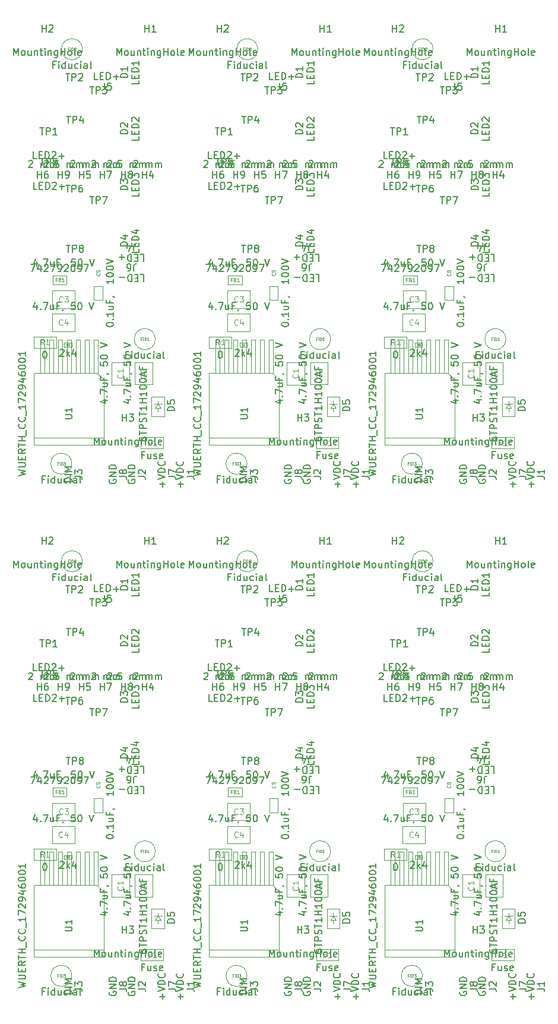
<source format=gbr>
%TF.GenerationSoftware,KiCad,Pcbnew,7.0.8-7.0.8~ubuntu22.04.1*%
%TF.CreationDate,2023-12-07T10:59:01+01:00*%
%TF.ProjectId,mothbeam_panel,6d6f7468-6265-4616-9d5f-70616e656c2e,rev?*%
%TF.SameCoordinates,Original*%
%TF.FileFunction,AssemblyDrawing,Top*%
%FSLAX46Y46*%
G04 Gerber Fmt 4.6, Leading zero omitted, Abs format (unit mm)*
G04 Created by KiCad (PCBNEW 7.0.8-7.0.8~ubuntu22.04.1) date 2023-12-07 10:59:01*
%MOMM*%
%LPD*%
G01*
G04 APERTURE LIST*
%ADD10C,0.150000*%
%ADD11C,0.120000*%
%ADD12C,0.060000*%
%ADD13C,0.080000*%
%ADD14C,0.040000*%
%ADD15C,0.100000*%
G04 APERTURE END LIST*
D10*
X162048819Y-95360142D02*
X163048819Y-95122047D01*
X163048819Y-95122047D02*
X162334533Y-94931571D01*
X162334533Y-94931571D02*
X163048819Y-94741095D01*
X163048819Y-94741095D02*
X162048819Y-94503000D01*
X162048819Y-94122047D02*
X162858342Y-94122047D01*
X162858342Y-94122047D02*
X162953580Y-94074428D01*
X162953580Y-94074428D02*
X163001200Y-94026809D01*
X163001200Y-94026809D02*
X163048819Y-93931571D01*
X163048819Y-93931571D02*
X163048819Y-93741095D01*
X163048819Y-93741095D02*
X163001200Y-93645857D01*
X163001200Y-93645857D02*
X162953580Y-93598238D01*
X162953580Y-93598238D02*
X162858342Y-93550619D01*
X162858342Y-93550619D02*
X162048819Y-93550619D01*
X162525009Y-93074428D02*
X162525009Y-92741095D01*
X163048819Y-92598238D02*
X163048819Y-93074428D01*
X163048819Y-93074428D02*
X162048819Y-93074428D01*
X162048819Y-93074428D02*
X162048819Y-92598238D01*
X163048819Y-91598238D02*
X162572628Y-91931571D01*
X163048819Y-92169666D02*
X162048819Y-92169666D01*
X162048819Y-92169666D02*
X162048819Y-91788714D01*
X162048819Y-91788714D02*
X162096438Y-91693476D01*
X162096438Y-91693476D02*
X162144057Y-91645857D01*
X162144057Y-91645857D02*
X162239295Y-91598238D01*
X162239295Y-91598238D02*
X162382152Y-91598238D01*
X162382152Y-91598238D02*
X162477390Y-91645857D01*
X162477390Y-91645857D02*
X162525009Y-91693476D01*
X162525009Y-91693476D02*
X162572628Y-91788714D01*
X162572628Y-91788714D02*
X162572628Y-92169666D01*
X162048819Y-91312523D02*
X162048819Y-90741095D01*
X163048819Y-91026809D02*
X162048819Y-91026809D01*
X163048819Y-90407761D02*
X162048819Y-90407761D01*
X162525009Y-90407761D02*
X162525009Y-89836333D01*
X163048819Y-89836333D02*
X162048819Y-89836333D01*
X163144057Y-89598238D02*
X163144057Y-88836333D01*
X162953580Y-88026809D02*
X163001200Y-88074428D01*
X163001200Y-88074428D02*
X163048819Y-88217285D01*
X163048819Y-88217285D02*
X163048819Y-88312523D01*
X163048819Y-88312523D02*
X163001200Y-88455380D01*
X163001200Y-88455380D02*
X162905961Y-88550618D01*
X162905961Y-88550618D02*
X162810723Y-88598237D01*
X162810723Y-88598237D02*
X162620247Y-88645856D01*
X162620247Y-88645856D02*
X162477390Y-88645856D01*
X162477390Y-88645856D02*
X162286914Y-88598237D01*
X162286914Y-88598237D02*
X162191676Y-88550618D01*
X162191676Y-88550618D02*
X162096438Y-88455380D01*
X162096438Y-88455380D02*
X162048819Y-88312523D01*
X162048819Y-88312523D02*
X162048819Y-88217285D01*
X162048819Y-88217285D02*
X162096438Y-88074428D01*
X162096438Y-88074428D02*
X162144057Y-88026809D01*
X162953580Y-87026809D02*
X163001200Y-87074428D01*
X163001200Y-87074428D02*
X163048819Y-87217285D01*
X163048819Y-87217285D02*
X163048819Y-87312523D01*
X163048819Y-87312523D02*
X163001200Y-87455380D01*
X163001200Y-87455380D02*
X162905961Y-87550618D01*
X162905961Y-87550618D02*
X162810723Y-87598237D01*
X162810723Y-87598237D02*
X162620247Y-87645856D01*
X162620247Y-87645856D02*
X162477390Y-87645856D01*
X162477390Y-87645856D02*
X162286914Y-87598237D01*
X162286914Y-87598237D02*
X162191676Y-87550618D01*
X162191676Y-87550618D02*
X162096438Y-87455380D01*
X162096438Y-87455380D02*
X162048819Y-87312523D01*
X162048819Y-87312523D02*
X162048819Y-87217285D01*
X162048819Y-87217285D02*
X162096438Y-87074428D01*
X162096438Y-87074428D02*
X162144057Y-87026809D01*
X163144057Y-86836333D02*
X163144057Y-86074428D01*
X163048819Y-85312523D02*
X163048819Y-85883951D01*
X163048819Y-85598237D02*
X162048819Y-85598237D01*
X162048819Y-85598237D02*
X162191676Y-85693475D01*
X162191676Y-85693475D02*
X162286914Y-85788713D01*
X162286914Y-85788713D02*
X162334533Y-85883951D01*
X162048819Y-84979189D02*
X162048819Y-84312523D01*
X162048819Y-84312523D02*
X163048819Y-84741094D01*
X162144057Y-83979189D02*
X162096438Y-83931570D01*
X162096438Y-83931570D02*
X162048819Y-83836332D01*
X162048819Y-83836332D02*
X162048819Y-83598237D01*
X162048819Y-83598237D02*
X162096438Y-83502999D01*
X162096438Y-83502999D02*
X162144057Y-83455380D01*
X162144057Y-83455380D02*
X162239295Y-83407761D01*
X162239295Y-83407761D02*
X162334533Y-83407761D01*
X162334533Y-83407761D02*
X162477390Y-83455380D01*
X162477390Y-83455380D02*
X163048819Y-84026808D01*
X163048819Y-84026808D02*
X163048819Y-83407761D01*
X163048819Y-82931570D02*
X163048819Y-82741094D01*
X163048819Y-82741094D02*
X163001200Y-82645856D01*
X163001200Y-82645856D02*
X162953580Y-82598237D01*
X162953580Y-82598237D02*
X162810723Y-82502999D01*
X162810723Y-82502999D02*
X162620247Y-82455380D01*
X162620247Y-82455380D02*
X162239295Y-82455380D01*
X162239295Y-82455380D02*
X162144057Y-82502999D01*
X162144057Y-82502999D02*
X162096438Y-82550618D01*
X162096438Y-82550618D02*
X162048819Y-82645856D01*
X162048819Y-82645856D02*
X162048819Y-82836332D01*
X162048819Y-82836332D02*
X162096438Y-82931570D01*
X162096438Y-82931570D02*
X162144057Y-82979189D01*
X162144057Y-82979189D02*
X162239295Y-83026808D01*
X162239295Y-83026808D02*
X162477390Y-83026808D01*
X162477390Y-83026808D02*
X162572628Y-82979189D01*
X162572628Y-82979189D02*
X162620247Y-82931570D01*
X162620247Y-82931570D02*
X162667866Y-82836332D01*
X162667866Y-82836332D02*
X162667866Y-82645856D01*
X162667866Y-82645856D02*
X162620247Y-82550618D01*
X162620247Y-82550618D02*
X162572628Y-82502999D01*
X162572628Y-82502999D02*
X162477390Y-82455380D01*
X162382152Y-81598237D02*
X163048819Y-81598237D01*
X162001200Y-81836332D02*
X162715485Y-82074427D01*
X162715485Y-82074427D02*
X162715485Y-81455380D01*
X162048819Y-80645856D02*
X162048819Y-80836332D01*
X162048819Y-80836332D02*
X162096438Y-80931570D01*
X162096438Y-80931570D02*
X162144057Y-80979189D01*
X162144057Y-80979189D02*
X162286914Y-81074427D01*
X162286914Y-81074427D02*
X162477390Y-81122046D01*
X162477390Y-81122046D02*
X162858342Y-81122046D01*
X162858342Y-81122046D02*
X162953580Y-81074427D01*
X162953580Y-81074427D02*
X163001200Y-81026808D01*
X163001200Y-81026808D02*
X163048819Y-80931570D01*
X163048819Y-80931570D02*
X163048819Y-80741094D01*
X163048819Y-80741094D02*
X163001200Y-80645856D01*
X163001200Y-80645856D02*
X162953580Y-80598237D01*
X162953580Y-80598237D02*
X162858342Y-80550618D01*
X162858342Y-80550618D02*
X162620247Y-80550618D01*
X162620247Y-80550618D02*
X162525009Y-80598237D01*
X162525009Y-80598237D02*
X162477390Y-80645856D01*
X162477390Y-80645856D02*
X162429771Y-80741094D01*
X162429771Y-80741094D02*
X162429771Y-80931570D01*
X162429771Y-80931570D02*
X162477390Y-81026808D01*
X162477390Y-81026808D02*
X162525009Y-81074427D01*
X162525009Y-81074427D02*
X162620247Y-81122046D01*
X162048819Y-79931570D02*
X162048819Y-79836332D01*
X162048819Y-79836332D02*
X162096438Y-79741094D01*
X162096438Y-79741094D02*
X162144057Y-79693475D01*
X162144057Y-79693475D02*
X162239295Y-79645856D01*
X162239295Y-79645856D02*
X162429771Y-79598237D01*
X162429771Y-79598237D02*
X162667866Y-79598237D01*
X162667866Y-79598237D02*
X162858342Y-79645856D01*
X162858342Y-79645856D02*
X162953580Y-79693475D01*
X162953580Y-79693475D02*
X163001200Y-79741094D01*
X163001200Y-79741094D02*
X163048819Y-79836332D01*
X163048819Y-79836332D02*
X163048819Y-79931570D01*
X163048819Y-79931570D02*
X163001200Y-80026808D01*
X163001200Y-80026808D02*
X162953580Y-80074427D01*
X162953580Y-80074427D02*
X162858342Y-80122046D01*
X162858342Y-80122046D02*
X162667866Y-80169665D01*
X162667866Y-80169665D02*
X162429771Y-80169665D01*
X162429771Y-80169665D02*
X162239295Y-80122046D01*
X162239295Y-80122046D02*
X162144057Y-80074427D01*
X162144057Y-80074427D02*
X162096438Y-80026808D01*
X162096438Y-80026808D02*
X162048819Y-79931570D01*
X162048819Y-78979189D02*
X162048819Y-78883951D01*
X162048819Y-78883951D02*
X162096438Y-78788713D01*
X162096438Y-78788713D02*
X162144057Y-78741094D01*
X162144057Y-78741094D02*
X162239295Y-78693475D01*
X162239295Y-78693475D02*
X162429771Y-78645856D01*
X162429771Y-78645856D02*
X162667866Y-78645856D01*
X162667866Y-78645856D02*
X162858342Y-78693475D01*
X162858342Y-78693475D02*
X162953580Y-78741094D01*
X162953580Y-78741094D02*
X163001200Y-78788713D01*
X163001200Y-78788713D02*
X163048819Y-78883951D01*
X163048819Y-78883951D02*
X163048819Y-78979189D01*
X163048819Y-78979189D02*
X163001200Y-79074427D01*
X163001200Y-79074427D02*
X162953580Y-79122046D01*
X162953580Y-79122046D02*
X162858342Y-79169665D01*
X162858342Y-79169665D02*
X162667866Y-79217284D01*
X162667866Y-79217284D02*
X162429771Y-79217284D01*
X162429771Y-79217284D02*
X162239295Y-79169665D01*
X162239295Y-79169665D02*
X162144057Y-79122046D01*
X162144057Y-79122046D02*
X162096438Y-79074427D01*
X162096438Y-79074427D02*
X162048819Y-78979189D01*
X163048819Y-77693475D02*
X163048819Y-78264903D01*
X163048819Y-77979189D02*
X162048819Y-77979189D01*
X162048819Y-77979189D02*
X162191676Y-78074427D01*
X162191676Y-78074427D02*
X162286914Y-78169665D01*
X162286914Y-78169665D02*
X162334533Y-78264903D01*
X168698819Y-87264904D02*
X169508342Y-87264904D01*
X169508342Y-87264904D02*
X169603580Y-87217285D01*
X169603580Y-87217285D02*
X169651200Y-87169666D01*
X169651200Y-87169666D02*
X169698819Y-87074428D01*
X169698819Y-87074428D02*
X169698819Y-86883952D01*
X169698819Y-86883952D02*
X169651200Y-86788714D01*
X169651200Y-86788714D02*
X169603580Y-86741095D01*
X169603580Y-86741095D02*
X169508342Y-86693476D01*
X169508342Y-86693476D02*
X168698819Y-86693476D01*
X169698819Y-85693476D02*
X169698819Y-86264904D01*
X169698819Y-85979190D02*
X168698819Y-85979190D01*
X168698819Y-85979190D02*
X168841676Y-86074428D01*
X168841676Y-86074428D02*
X168936914Y-86169666D01*
X168936914Y-86169666D02*
X168984533Y-86264904D01*
X138500000Y-123550057D02*
X138547619Y-123502438D01*
X138547619Y-123502438D02*
X138642857Y-123454819D01*
X138642857Y-123454819D02*
X138880952Y-123454819D01*
X138880952Y-123454819D02*
X138976190Y-123502438D01*
X138976190Y-123502438D02*
X139023809Y-123550057D01*
X139023809Y-123550057D02*
X139071428Y-123645295D01*
X139071428Y-123645295D02*
X139071428Y-123740533D01*
X139071428Y-123740533D02*
X139023809Y-123883390D01*
X139023809Y-123883390D02*
X138452381Y-124454819D01*
X138452381Y-124454819D02*
X139071428Y-124454819D01*
X140261905Y-124454819D02*
X140261905Y-123788152D01*
X140261905Y-123883390D02*
X140309524Y-123835771D01*
X140309524Y-123835771D02*
X140404762Y-123788152D01*
X140404762Y-123788152D02*
X140547619Y-123788152D01*
X140547619Y-123788152D02*
X140642857Y-123835771D01*
X140642857Y-123835771D02*
X140690476Y-123931009D01*
X140690476Y-123931009D02*
X140690476Y-124454819D01*
X140690476Y-123931009D02*
X140738095Y-123835771D01*
X140738095Y-123835771D02*
X140833333Y-123788152D01*
X140833333Y-123788152D02*
X140976190Y-123788152D01*
X140976190Y-123788152D02*
X141071429Y-123835771D01*
X141071429Y-123835771D02*
X141119048Y-123931009D01*
X141119048Y-123931009D02*
X141119048Y-124454819D01*
X141595238Y-124454819D02*
X141595238Y-123788152D01*
X141595238Y-123883390D02*
X141642857Y-123835771D01*
X141642857Y-123835771D02*
X141738095Y-123788152D01*
X141738095Y-123788152D02*
X141880952Y-123788152D01*
X141880952Y-123788152D02*
X141976190Y-123835771D01*
X141976190Y-123835771D02*
X142023809Y-123931009D01*
X142023809Y-123931009D02*
X142023809Y-124454819D01*
X142023809Y-123931009D02*
X142071428Y-123835771D01*
X142071428Y-123835771D02*
X142166666Y-123788152D01*
X142166666Y-123788152D02*
X142309523Y-123788152D01*
X142309523Y-123788152D02*
X142404762Y-123835771D01*
X142404762Y-123835771D02*
X142452381Y-123931009D01*
X142452381Y-123931009D02*
X142452381Y-124454819D01*
X139738095Y-125954819D02*
X139738095Y-124954819D01*
X139738095Y-125431009D02*
X140309523Y-125431009D01*
X140309523Y-125954819D02*
X140309523Y-124954819D01*
X141214285Y-124954819D02*
X141023809Y-124954819D01*
X141023809Y-124954819D02*
X140928571Y-125002438D01*
X140928571Y-125002438D02*
X140880952Y-125050057D01*
X140880952Y-125050057D02*
X140785714Y-125192914D01*
X140785714Y-125192914D02*
X140738095Y-125383390D01*
X140738095Y-125383390D02*
X140738095Y-125764342D01*
X140738095Y-125764342D02*
X140785714Y-125859580D01*
X140785714Y-125859580D02*
X140833333Y-125907200D01*
X140833333Y-125907200D02*
X140928571Y-125954819D01*
X140928571Y-125954819D02*
X141119047Y-125954819D01*
X141119047Y-125954819D02*
X141214285Y-125907200D01*
X141214285Y-125907200D02*
X141261904Y-125859580D01*
X141261904Y-125859580D02*
X141309523Y-125764342D01*
X141309523Y-125764342D02*
X141309523Y-125526247D01*
X141309523Y-125526247D02*
X141261904Y-125431009D01*
X141261904Y-125431009D02*
X141214285Y-125383390D01*
X141214285Y-125383390D02*
X141119047Y-125335771D01*
X141119047Y-125335771D02*
X140928571Y-125335771D01*
X140928571Y-125335771D02*
X140833333Y-125383390D01*
X140833333Y-125383390D02*
X140785714Y-125431009D01*
X140785714Y-125431009D02*
X140738095Y-125526247D01*
X114696285Y-64839552D02*
X114696285Y-65506219D01*
X114458190Y-64458600D02*
X114220095Y-65172885D01*
X114220095Y-65172885D02*
X114839142Y-65172885D01*
X115220095Y-65410980D02*
X115267714Y-65458600D01*
X115267714Y-65458600D02*
X115220095Y-65506219D01*
X115220095Y-65506219D02*
X115172476Y-65458600D01*
X115172476Y-65458600D02*
X115220095Y-65410980D01*
X115220095Y-65410980D02*
X115220095Y-65506219D01*
X115601047Y-64506219D02*
X116267713Y-64506219D01*
X116267713Y-64506219D02*
X115839142Y-65506219D01*
X117077237Y-64839552D02*
X117077237Y-65506219D01*
X116648666Y-64839552D02*
X116648666Y-65363361D01*
X116648666Y-65363361D02*
X116696285Y-65458600D01*
X116696285Y-65458600D02*
X116791523Y-65506219D01*
X116791523Y-65506219D02*
X116934380Y-65506219D01*
X116934380Y-65506219D02*
X117029618Y-65458600D01*
X117029618Y-65458600D02*
X117077237Y-65410980D01*
X117886761Y-64982409D02*
X117553428Y-64982409D01*
X117553428Y-65506219D02*
X117553428Y-64506219D01*
X117553428Y-64506219D02*
X118029618Y-64506219D01*
X118458190Y-65458600D02*
X118458190Y-65506219D01*
X118458190Y-65506219D02*
X118410571Y-65601457D01*
X118410571Y-65601457D02*
X118362952Y-65649076D01*
X120124856Y-64506219D02*
X119648666Y-64506219D01*
X119648666Y-64506219D02*
X119601047Y-64982409D01*
X119601047Y-64982409D02*
X119648666Y-64934790D01*
X119648666Y-64934790D02*
X119743904Y-64887171D01*
X119743904Y-64887171D02*
X119981999Y-64887171D01*
X119981999Y-64887171D02*
X120077237Y-64934790D01*
X120077237Y-64934790D02*
X120124856Y-64982409D01*
X120124856Y-64982409D02*
X120172475Y-65077647D01*
X120172475Y-65077647D02*
X120172475Y-65315742D01*
X120172475Y-65315742D02*
X120124856Y-65410980D01*
X120124856Y-65410980D02*
X120077237Y-65458600D01*
X120077237Y-65458600D02*
X119981999Y-65506219D01*
X119981999Y-65506219D02*
X119743904Y-65506219D01*
X119743904Y-65506219D02*
X119648666Y-65458600D01*
X119648666Y-65458600D02*
X119601047Y-65410980D01*
X120791523Y-64506219D02*
X120886761Y-64506219D01*
X120886761Y-64506219D02*
X120981999Y-64553838D01*
X120981999Y-64553838D02*
X121029618Y-64601457D01*
X121029618Y-64601457D02*
X121077237Y-64696695D01*
X121077237Y-64696695D02*
X121124856Y-64887171D01*
X121124856Y-64887171D02*
X121124856Y-65125266D01*
X121124856Y-65125266D02*
X121077237Y-65315742D01*
X121077237Y-65315742D02*
X121029618Y-65410980D01*
X121029618Y-65410980D02*
X120981999Y-65458600D01*
X120981999Y-65458600D02*
X120886761Y-65506219D01*
X120886761Y-65506219D02*
X120791523Y-65506219D01*
X120791523Y-65506219D02*
X120696285Y-65458600D01*
X120696285Y-65458600D02*
X120648666Y-65410980D01*
X120648666Y-65410980D02*
X120601047Y-65315742D01*
X120601047Y-65315742D02*
X120553428Y-65125266D01*
X120553428Y-65125266D02*
X120553428Y-64887171D01*
X120553428Y-64887171D02*
X120601047Y-64696695D01*
X120601047Y-64696695D02*
X120648666Y-64601457D01*
X120648666Y-64601457D02*
X120696285Y-64553838D01*
X120696285Y-64553838D02*
X120791523Y-64506219D01*
X122172476Y-64506219D02*
X122505809Y-65506219D01*
X122505809Y-65506219D02*
X122839142Y-64506219D01*
D11*
X118348667Y-70534664D02*
X118310571Y-70572760D01*
X118310571Y-70572760D02*
X118196286Y-70610855D01*
X118196286Y-70610855D02*
X118120095Y-70610855D01*
X118120095Y-70610855D02*
X118005809Y-70572760D01*
X118005809Y-70572760D02*
X117929619Y-70496569D01*
X117929619Y-70496569D02*
X117891524Y-70420379D01*
X117891524Y-70420379D02*
X117853428Y-70267998D01*
X117853428Y-70267998D02*
X117853428Y-70153712D01*
X117853428Y-70153712D02*
X117891524Y-70001331D01*
X117891524Y-70001331D02*
X117929619Y-69925140D01*
X117929619Y-69925140D02*
X118005809Y-69848950D01*
X118005809Y-69848950D02*
X118120095Y-69810855D01*
X118120095Y-69810855D02*
X118196286Y-69810855D01*
X118196286Y-69810855D02*
X118310571Y-69848950D01*
X118310571Y-69848950D02*
X118348667Y-69887045D01*
X118615333Y-69810855D02*
X119110571Y-69810855D01*
X119110571Y-69810855D02*
X118843905Y-70115617D01*
X118843905Y-70115617D02*
X118958190Y-70115617D01*
X118958190Y-70115617D02*
X119034381Y-70153712D01*
X119034381Y-70153712D02*
X119072476Y-70191807D01*
X119072476Y-70191807D02*
X119110571Y-70267998D01*
X119110571Y-70267998D02*
X119110571Y-70458474D01*
X119110571Y-70458474D02*
X119072476Y-70534664D01*
X119072476Y-70534664D02*
X119034381Y-70572760D01*
X119034381Y-70572760D02*
X118958190Y-70610855D01*
X118958190Y-70610855D02*
X118729619Y-70610855D01*
X118729619Y-70610855D02*
X118653428Y-70572760D01*
X118653428Y-70572760D02*
X118615333Y-70534664D01*
D10*
X168794895Y-126954819D02*
X169366323Y-126954819D01*
X169080609Y-127954819D02*
X169080609Y-126954819D01*
X169699657Y-127954819D02*
X169699657Y-126954819D01*
X169699657Y-126954819D02*
X170080609Y-126954819D01*
X170080609Y-126954819D02*
X170175847Y-127002438D01*
X170175847Y-127002438D02*
X170223466Y-127050057D01*
X170223466Y-127050057D02*
X170271085Y-127145295D01*
X170271085Y-127145295D02*
X170271085Y-127288152D01*
X170271085Y-127288152D02*
X170223466Y-127383390D01*
X170223466Y-127383390D02*
X170175847Y-127431009D01*
X170175847Y-127431009D02*
X170080609Y-127478628D01*
X170080609Y-127478628D02*
X169699657Y-127478628D01*
X171128228Y-126954819D02*
X170937752Y-126954819D01*
X170937752Y-126954819D02*
X170842514Y-127002438D01*
X170842514Y-127002438D02*
X170794895Y-127050057D01*
X170794895Y-127050057D02*
X170699657Y-127192914D01*
X170699657Y-127192914D02*
X170652038Y-127383390D01*
X170652038Y-127383390D02*
X170652038Y-127764342D01*
X170652038Y-127764342D02*
X170699657Y-127859580D01*
X170699657Y-127859580D02*
X170747276Y-127907200D01*
X170747276Y-127907200D02*
X170842514Y-127954819D01*
X170842514Y-127954819D02*
X171032990Y-127954819D01*
X171032990Y-127954819D02*
X171128228Y-127907200D01*
X171128228Y-127907200D02*
X171175847Y-127859580D01*
X171175847Y-127859580D02*
X171223466Y-127764342D01*
X171223466Y-127764342D02*
X171223466Y-127526247D01*
X171223466Y-127526247D02*
X171175847Y-127431009D01*
X171175847Y-127431009D02*
X171128228Y-127383390D01*
X171128228Y-127383390D02*
X171032990Y-127335771D01*
X171032990Y-127335771D02*
X170842514Y-127335771D01*
X170842514Y-127335771D02*
X170747276Y-127383390D01*
X170747276Y-127383390D02*
X170699657Y-127431009D01*
X170699657Y-127431009D02*
X170652038Y-127526247D01*
X129395904Y-63823180D02*
X129872094Y-63823180D01*
X129872094Y-63823180D02*
X129872094Y-64823180D01*
X129062570Y-64346990D02*
X128729237Y-64346990D01*
X128586380Y-63823180D02*
X129062570Y-63823180D01*
X129062570Y-63823180D02*
X129062570Y-64823180D01*
X129062570Y-64823180D02*
X128586380Y-64823180D01*
X128157808Y-63823180D02*
X128157808Y-64823180D01*
X128157808Y-64823180D02*
X127919713Y-64823180D01*
X127919713Y-64823180D02*
X127776856Y-64775561D01*
X127776856Y-64775561D02*
X127681618Y-64680323D01*
X127681618Y-64680323D02*
X127633999Y-64585085D01*
X127633999Y-64585085D02*
X127586380Y-64394609D01*
X127586380Y-64394609D02*
X127586380Y-64251752D01*
X127586380Y-64251752D02*
X127633999Y-64061276D01*
X127633999Y-64061276D02*
X127681618Y-63966038D01*
X127681618Y-63966038D02*
X127776856Y-63870800D01*
X127776856Y-63870800D02*
X127919713Y-63823180D01*
X127919713Y-63823180D02*
X128157808Y-63823180D01*
X127157808Y-64204133D02*
X126395904Y-64204133D01*
X126776856Y-63823180D02*
X126776856Y-64585085D01*
X128467333Y-63323180D02*
X128467333Y-62608895D01*
X128467333Y-62608895D02*
X128514952Y-62466038D01*
X128514952Y-62466038D02*
X128610190Y-62370800D01*
X128610190Y-62370800D02*
X128753047Y-62323180D01*
X128753047Y-62323180D02*
X128848285Y-62323180D01*
X127562571Y-62989847D02*
X127562571Y-62323180D01*
X127800666Y-63370800D02*
X128038761Y-62656514D01*
X128038761Y-62656514D02*
X127419714Y-62656514D01*
X123364695Y-111901019D02*
X122888505Y-111901019D01*
X122888505Y-111901019D02*
X122888505Y-110901019D01*
X123698029Y-111377209D02*
X124031362Y-111377209D01*
X124174219Y-111901019D02*
X123698029Y-111901019D01*
X123698029Y-111901019D02*
X123698029Y-110901019D01*
X123698029Y-110901019D02*
X124174219Y-110901019D01*
X124602791Y-111901019D02*
X124602791Y-110901019D01*
X124602791Y-110901019D02*
X124840886Y-110901019D01*
X124840886Y-110901019D02*
X124983743Y-110948638D01*
X124983743Y-110948638D02*
X125078981Y-111043876D01*
X125078981Y-111043876D02*
X125126600Y-111139114D01*
X125126600Y-111139114D02*
X125174219Y-111329590D01*
X125174219Y-111329590D02*
X125174219Y-111472447D01*
X125174219Y-111472447D02*
X125126600Y-111662923D01*
X125126600Y-111662923D02*
X125078981Y-111758161D01*
X125078981Y-111758161D02*
X124983743Y-111853400D01*
X124983743Y-111853400D02*
X124840886Y-111901019D01*
X124840886Y-111901019D02*
X124602791Y-111901019D01*
X125602791Y-111520066D02*
X126364696Y-111520066D01*
X125983743Y-111901019D02*
X125983743Y-111139114D01*
X124293266Y-112401019D02*
X124293266Y-113115304D01*
X124293266Y-113115304D02*
X124245647Y-113258161D01*
X124245647Y-113258161D02*
X124150409Y-113353400D01*
X124150409Y-113353400D02*
X124007552Y-113401019D01*
X124007552Y-113401019D02*
X123912314Y-113401019D01*
X125245647Y-112401019D02*
X124769457Y-112401019D01*
X124769457Y-112401019D02*
X124721838Y-112877209D01*
X124721838Y-112877209D02*
X124769457Y-112829590D01*
X124769457Y-112829590D02*
X124864695Y-112781971D01*
X124864695Y-112781971D02*
X125102790Y-112781971D01*
X125102790Y-112781971D02*
X125198028Y-112829590D01*
X125198028Y-112829590D02*
X125245647Y-112877209D01*
X125245647Y-112877209D02*
X125293266Y-112972447D01*
X125293266Y-112972447D02*
X125293266Y-113210542D01*
X125293266Y-113210542D02*
X125245647Y-113305780D01*
X125245647Y-113305780D02*
X125198028Y-113353400D01*
X125198028Y-113353400D02*
X125102790Y-113401019D01*
X125102790Y-113401019D02*
X124864695Y-113401019D01*
X124864695Y-113401019D02*
X124769457Y-113353400D01*
X124769457Y-113353400D02*
X124721838Y-113305780D01*
X118769495Y-38054419D02*
X119340923Y-38054419D01*
X119055209Y-39054419D02*
X119055209Y-38054419D01*
X119674257Y-39054419D02*
X119674257Y-38054419D01*
X119674257Y-38054419D02*
X120055209Y-38054419D01*
X120055209Y-38054419D02*
X120150447Y-38102038D01*
X120150447Y-38102038D02*
X120198066Y-38149657D01*
X120198066Y-38149657D02*
X120245685Y-38244895D01*
X120245685Y-38244895D02*
X120245685Y-38387752D01*
X120245685Y-38387752D02*
X120198066Y-38482990D01*
X120198066Y-38482990D02*
X120150447Y-38530609D01*
X120150447Y-38530609D02*
X120055209Y-38578228D01*
X120055209Y-38578228D02*
X119674257Y-38578228D01*
X120626638Y-38149657D02*
X120674257Y-38102038D01*
X120674257Y-38102038D02*
X120769495Y-38054419D01*
X120769495Y-38054419D02*
X121007590Y-38054419D01*
X121007590Y-38054419D02*
X121102828Y-38102038D01*
X121102828Y-38102038D02*
X121150447Y-38149657D01*
X121150447Y-38149657D02*
X121198066Y-38244895D01*
X121198066Y-38244895D02*
X121198066Y-38340133D01*
X121198066Y-38340133D02*
X121150447Y-38482990D01*
X121150447Y-38482990D02*
X120579019Y-39054419D01*
X120579019Y-39054419D02*
X121198066Y-39054419D01*
X179212619Y-136045647D02*
X179212619Y-136521837D01*
X179212619Y-136521837D02*
X178212619Y-136521837D01*
X178688809Y-135712313D02*
X178688809Y-135378980D01*
X179212619Y-135236123D02*
X179212619Y-135712313D01*
X179212619Y-135712313D02*
X178212619Y-135712313D01*
X178212619Y-135712313D02*
X178212619Y-135236123D01*
X179212619Y-134807551D02*
X178212619Y-134807551D01*
X178212619Y-134807551D02*
X178212619Y-134569456D01*
X178212619Y-134569456D02*
X178260238Y-134426599D01*
X178260238Y-134426599D02*
X178355476Y-134331361D01*
X178355476Y-134331361D02*
X178450714Y-134283742D01*
X178450714Y-134283742D02*
X178641190Y-134236123D01*
X178641190Y-134236123D02*
X178784047Y-134236123D01*
X178784047Y-134236123D02*
X178974523Y-134283742D01*
X178974523Y-134283742D02*
X179069761Y-134331361D01*
X179069761Y-134331361D02*
X179165000Y-134426599D01*
X179165000Y-134426599D02*
X179212619Y-134569456D01*
X179212619Y-134569456D02*
X179212619Y-134807551D01*
X178545952Y-133378980D02*
X179212619Y-133378980D01*
X178165000Y-133617075D02*
X178879285Y-133855170D01*
X178879285Y-133855170D02*
X178879285Y-133236123D01*
X177612419Y-135613894D02*
X176612419Y-135613894D01*
X176612419Y-135613894D02*
X176612419Y-135375799D01*
X176612419Y-135375799D02*
X176660038Y-135232942D01*
X176660038Y-135232942D02*
X176755276Y-135137704D01*
X176755276Y-135137704D02*
X176850514Y-135090085D01*
X176850514Y-135090085D02*
X177040990Y-135042466D01*
X177040990Y-135042466D02*
X177183847Y-135042466D01*
X177183847Y-135042466D02*
X177374323Y-135090085D01*
X177374323Y-135090085D02*
X177469561Y-135137704D01*
X177469561Y-135137704D02*
X177564800Y-135232942D01*
X177564800Y-135232942D02*
X177612419Y-135375799D01*
X177612419Y-135375799D02*
X177612419Y-135613894D01*
X176945752Y-134185323D02*
X177612419Y-134185323D01*
X176564800Y-134423418D02*
X177279085Y-134661513D01*
X177279085Y-134661513D02*
X177279085Y-134042466D01*
X179212619Y-63045647D02*
X179212619Y-63521837D01*
X179212619Y-63521837D02*
X178212619Y-63521837D01*
X178688809Y-62712313D02*
X178688809Y-62378980D01*
X179212619Y-62236123D02*
X179212619Y-62712313D01*
X179212619Y-62712313D02*
X178212619Y-62712313D01*
X178212619Y-62712313D02*
X178212619Y-62236123D01*
X179212619Y-61807551D02*
X178212619Y-61807551D01*
X178212619Y-61807551D02*
X178212619Y-61569456D01*
X178212619Y-61569456D02*
X178260238Y-61426599D01*
X178260238Y-61426599D02*
X178355476Y-61331361D01*
X178355476Y-61331361D02*
X178450714Y-61283742D01*
X178450714Y-61283742D02*
X178641190Y-61236123D01*
X178641190Y-61236123D02*
X178784047Y-61236123D01*
X178784047Y-61236123D02*
X178974523Y-61283742D01*
X178974523Y-61283742D02*
X179069761Y-61331361D01*
X179069761Y-61331361D02*
X179165000Y-61426599D01*
X179165000Y-61426599D02*
X179212619Y-61569456D01*
X179212619Y-61569456D02*
X179212619Y-61807551D01*
X178545952Y-60378980D02*
X179212619Y-60378980D01*
X178165000Y-60617075D02*
X178879285Y-60855170D01*
X178879285Y-60855170D02*
X178879285Y-60236123D01*
X177612419Y-62613894D02*
X176612419Y-62613894D01*
X176612419Y-62613894D02*
X176612419Y-62375799D01*
X176612419Y-62375799D02*
X176660038Y-62232942D01*
X176660038Y-62232942D02*
X176755276Y-62137704D01*
X176755276Y-62137704D02*
X176850514Y-62090085D01*
X176850514Y-62090085D02*
X177040990Y-62042466D01*
X177040990Y-62042466D02*
X177183847Y-62042466D01*
X177183847Y-62042466D02*
X177374323Y-62090085D01*
X177374323Y-62090085D02*
X177469561Y-62137704D01*
X177469561Y-62137704D02*
X177564800Y-62232942D01*
X177564800Y-62232942D02*
X177612419Y-62375799D01*
X177612419Y-62375799D02*
X177612419Y-62613894D01*
X176945752Y-61185323D02*
X177612419Y-61185323D01*
X176564800Y-61423418D02*
X177279085Y-61661513D01*
X177279085Y-61661513D02*
X177279085Y-61042466D01*
X127400152Y-157573714D02*
X128066819Y-157573714D01*
X127019200Y-157811809D02*
X127733485Y-158049904D01*
X127733485Y-158049904D02*
X127733485Y-157430857D01*
X127971580Y-157049904D02*
X128019200Y-157002285D01*
X128019200Y-157002285D02*
X128066819Y-157049904D01*
X128066819Y-157049904D02*
X128019200Y-157097523D01*
X128019200Y-157097523D02*
X127971580Y-157049904D01*
X127971580Y-157049904D02*
X128066819Y-157049904D01*
X127066819Y-156668952D02*
X127066819Y-156002286D01*
X127066819Y-156002286D02*
X128066819Y-156430857D01*
X127400152Y-155192762D02*
X128066819Y-155192762D01*
X127400152Y-155621333D02*
X127923961Y-155621333D01*
X127923961Y-155621333D02*
X128019200Y-155573714D01*
X128019200Y-155573714D02*
X128066819Y-155478476D01*
X128066819Y-155478476D02*
X128066819Y-155335619D01*
X128066819Y-155335619D02*
X128019200Y-155240381D01*
X128019200Y-155240381D02*
X127971580Y-155192762D01*
X127543009Y-154383238D02*
X127543009Y-154716571D01*
X128066819Y-154716571D02*
X127066819Y-154716571D01*
X127066819Y-154716571D02*
X127066819Y-154240381D01*
X128019200Y-153811809D02*
X128066819Y-153811809D01*
X128066819Y-153811809D02*
X128162057Y-153859428D01*
X128162057Y-153859428D02*
X128209676Y-153907047D01*
X127066819Y-152145143D02*
X127066819Y-152621333D01*
X127066819Y-152621333D02*
X127543009Y-152668952D01*
X127543009Y-152668952D02*
X127495390Y-152621333D01*
X127495390Y-152621333D02*
X127447771Y-152526095D01*
X127447771Y-152526095D02*
X127447771Y-152288000D01*
X127447771Y-152288000D02*
X127495390Y-152192762D01*
X127495390Y-152192762D02*
X127543009Y-152145143D01*
X127543009Y-152145143D02*
X127638247Y-152097524D01*
X127638247Y-152097524D02*
X127876342Y-152097524D01*
X127876342Y-152097524D02*
X127971580Y-152145143D01*
X127971580Y-152145143D02*
X128019200Y-152192762D01*
X128019200Y-152192762D02*
X128066819Y-152288000D01*
X128066819Y-152288000D02*
X128066819Y-152526095D01*
X128066819Y-152526095D02*
X128019200Y-152621333D01*
X128019200Y-152621333D02*
X127971580Y-152668952D01*
X127066819Y-151478476D02*
X127066819Y-151383238D01*
X127066819Y-151383238D02*
X127114438Y-151288000D01*
X127114438Y-151288000D02*
X127162057Y-151240381D01*
X127162057Y-151240381D02*
X127257295Y-151192762D01*
X127257295Y-151192762D02*
X127447771Y-151145143D01*
X127447771Y-151145143D02*
X127685866Y-151145143D01*
X127685866Y-151145143D02*
X127876342Y-151192762D01*
X127876342Y-151192762D02*
X127971580Y-151240381D01*
X127971580Y-151240381D02*
X128019200Y-151288000D01*
X128019200Y-151288000D02*
X128066819Y-151383238D01*
X128066819Y-151383238D02*
X128066819Y-151478476D01*
X128066819Y-151478476D02*
X128019200Y-151573714D01*
X128019200Y-151573714D02*
X127971580Y-151621333D01*
X127971580Y-151621333D02*
X127876342Y-151668952D01*
X127876342Y-151668952D02*
X127685866Y-151716571D01*
X127685866Y-151716571D02*
X127447771Y-151716571D01*
X127447771Y-151716571D02*
X127257295Y-151668952D01*
X127257295Y-151668952D02*
X127162057Y-151621333D01*
X127162057Y-151621333D02*
X127114438Y-151573714D01*
X127114438Y-151573714D02*
X127066819Y-151478476D01*
X127066819Y-150097523D02*
X128066819Y-149764190D01*
X128066819Y-149764190D02*
X127066819Y-149430857D01*
D11*
X130199664Y-153921332D02*
X130237760Y-153959428D01*
X130237760Y-153959428D02*
X130275855Y-154073713D01*
X130275855Y-154073713D02*
X130275855Y-154149904D01*
X130275855Y-154149904D02*
X130237760Y-154264190D01*
X130237760Y-154264190D02*
X130161569Y-154340380D01*
X130161569Y-154340380D02*
X130085379Y-154378475D01*
X130085379Y-154378475D02*
X129932998Y-154416571D01*
X129932998Y-154416571D02*
X129818712Y-154416571D01*
X129818712Y-154416571D02*
X129666331Y-154378475D01*
X129666331Y-154378475D02*
X129590140Y-154340380D01*
X129590140Y-154340380D02*
X129513950Y-154264190D01*
X129513950Y-154264190D02*
X129475855Y-154149904D01*
X129475855Y-154149904D02*
X129475855Y-154073713D01*
X129475855Y-154073713D02*
X129513950Y-153959428D01*
X129513950Y-153959428D02*
X129552045Y-153921332D01*
X129552045Y-153616571D02*
X129513950Y-153578475D01*
X129513950Y-153578475D02*
X129475855Y-153502285D01*
X129475855Y-153502285D02*
X129475855Y-153311809D01*
X129475855Y-153311809D02*
X129513950Y-153235618D01*
X129513950Y-153235618D02*
X129552045Y-153197523D01*
X129552045Y-153197523D02*
X129628236Y-153159428D01*
X129628236Y-153159428D02*
X129704426Y-153159428D01*
X129704426Y-153159428D02*
X129818712Y-153197523D01*
X129818712Y-153197523D02*
X130275855Y-153654666D01*
X130275855Y-153654666D02*
X130275855Y-153159428D01*
D10*
X143769495Y-38054419D02*
X144340923Y-38054419D01*
X144055209Y-39054419D02*
X144055209Y-38054419D01*
X144674257Y-39054419D02*
X144674257Y-38054419D01*
X144674257Y-38054419D02*
X145055209Y-38054419D01*
X145055209Y-38054419D02*
X145150447Y-38102038D01*
X145150447Y-38102038D02*
X145198066Y-38149657D01*
X145198066Y-38149657D02*
X145245685Y-38244895D01*
X145245685Y-38244895D02*
X145245685Y-38387752D01*
X145245685Y-38387752D02*
X145198066Y-38482990D01*
X145198066Y-38482990D02*
X145150447Y-38530609D01*
X145150447Y-38530609D02*
X145055209Y-38578228D01*
X145055209Y-38578228D02*
X144674257Y-38578228D01*
X145626638Y-38149657D02*
X145674257Y-38102038D01*
X145674257Y-38102038D02*
X145769495Y-38054419D01*
X145769495Y-38054419D02*
X146007590Y-38054419D01*
X146007590Y-38054419D02*
X146102828Y-38102038D01*
X146102828Y-38102038D02*
X146150447Y-38149657D01*
X146150447Y-38149657D02*
X146198066Y-38244895D01*
X146198066Y-38244895D02*
X146198066Y-38340133D01*
X146198066Y-38340133D02*
X146150447Y-38482990D01*
X146150447Y-38482990D02*
X145579019Y-39054419D01*
X145579019Y-39054419D02*
X146198066Y-39054419D01*
X122865685Y-90942819D02*
X122865685Y-89942819D01*
X122865685Y-89942819D02*
X123199018Y-90657104D01*
X123199018Y-90657104D02*
X123532351Y-89942819D01*
X123532351Y-89942819D02*
X123532351Y-90942819D01*
X124151399Y-90942819D02*
X124056161Y-90895200D01*
X124056161Y-90895200D02*
X124008542Y-90847580D01*
X124008542Y-90847580D02*
X123960923Y-90752342D01*
X123960923Y-90752342D02*
X123960923Y-90466628D01*
X123960923Y-90466628D02*
X124008542Y-90371390D01*
X124008542Y-90371390D02*
X124056161Y-90323771D01*
X124056161Y-90323771D02*
X124151399Y-90276152D01*
X124151399Y-90276152D02*
X124294256Y-90276152D01*
X124294256Y-90276152D02*
X124389494Y-90323771D01*
X124389494Y-90323771D02*
X124437113Y-90371390D01*
X124437113Y-90371390D02*
X124484732Y-90466628D01*
X124484732Y-90466628D02*
X124484732Y-90752342D01*
X124484732Y-90752342D02*
X124437113Y-90847580D01*
X124437113Y-90847580D02*
X124389494Y-90895200D01*
X124389494Y-90895200D02*
X124294256Y-90942819D01*
X124294256Y-90942819D02*
X124151399Y-90942819D01*
X125341875Y-90276152D02*
X125341875Y-90942819D01*
X124913304Y-90276152D02*
X124913304Y-90799961D01*
X124913304Y-90799961D02*
X124960923Y-90895200D01*
X124960923Y-90895200D02*
X125056161Y-90942819D01*
X125056161Y-90942819D02*
X125199018Y-90942819D01*
X125199018Y-90942819D02*
X125294256Y-90895200D01*
X125294256Y-90895200D02*
X125341875Y-90847580D01*
X125818066Y-90276152D02*
X125818066Y-90942819D01*
X125818066Y-90371390D02*
X125865685Y-90323771D01*
X125865685Y-90323771D02*
X125960923Y-90276152D01*
X125960923Y-90276152D02*
X126103780Y-90276152D01*
X126103780Y-90276152D02*
X126199018Y-90323771D01*
X126199018Y-90323771D02*
X126246637Y-90419009D01*
X126246637Y-90419009D02*
X126246637Y-90942819D01*
X126579971Y-90276152D02*
X126960923Y-90276152D01*
X126722828Y-89942819D02*
X126722828Y-90799961D01*
X126722828Y-90799961D02*
X126770447Y-90895200D01*
X126770447Y-90895200D02*
X126865685Y-90942819D01*
X126865685Y-90942819D02*
X126960923Y-90942819D01*
X127294257Y-90942819D02*
X127294257Y-90276152D01*
X127294257Y-89942819D02*
X127246638Y-89990438D01*
X127246638Y-89990438D02*
X127294257Y-90038057D01*
X127294257Y-90038057D02*
X127341876Y-89990438D01*
X127341876Y-89990438D02*
X127294257Y-89942819D01*
X127294257Y-89942819D02*
X127294257Y-90038057D01*
X127770447Y-90276152D02*
X127770447Y-90942819D01*
X127770447Y-90371390D02*
X127818066Y-90323771D01*
X127818066Y-90323771D02*
X127913304Y-90276152D01*
X127913304Y-90276152D02*
X128056161Y-90276152D01*
X128056161Y-90276152D02*
X128151399Y-90323771D01*
X128151399Y-90323771D02*
X128199018Y-90419009D01*
X128199018Y-90419009D02*
X128199018Y-90942819D01*
X129103780Y-90276152D02*
X129103780Y-91085676D01*
X129103780Y-91085676D02*
X129056161Y-91180914D01*
X129056161Y-91180914D02*
X129008542Y-91228533D01*
X129008542Y-91228533D02*
X128913304Y-91276152D01*
X128913304Y-91276152D02*
X128770447Y-91276152D01*
X128770447Y-91276152D02*
X128675209Y-91228533D01*
X129103780Y-90895200D02*
X129008542Y-90942819D01*
X129008542Y-90942819D02*
X128818066Y-90942819D01*
X128818066Y-90942819D02*
X128722828Y-90895200D01*
X128722828Y-90895200D02*
X128675209Y-90847580D01*
X128675209Y-90847580D02*
X128627590Y-90752342D01*
X128627590Y-90752342D02*
X128627590Y-90466628D01*
X128627590Y-90466628D02*
X128675209Y-90371390D01*
X128675209Y-90371390D02*
X128722828Y-90323771D01*
X128722828Y-90323771D02*
X128818066Y-90276152D01*
X128818066Y-90276152D02*
X129008542Y-90276152D01*
X129008542Y-90276152D02*
X129103780Y-90323771D01*
X129579971Y-90942819D02*
X129579971Y-89942819D01*
X129579971Y-90419009D02*
X130151399Y-90419009D01*
X130151399Y-90942819D02*
X130151399Y-89942819D01*
X130770447Y-90942819D02*
X130675209Y-90895200D01*
X130675209Y-90895200D02*
X130627590Y-90847580D01*
X130627590Y-90847580D02*
X130579971Y-90752342D01*
X130579971Y-90752342D02*
X130579971Y-90466628D01*
X130579971Y-90466628D02*
X130627590Y-90371390D01*
X130627590Y-90371390D02*
X130675209Y-90323771D01*
X130675209Y-90323771D02*
X130770447Y-90276152D01*
X130770447Y-90276152D02*
X130913304Y-90276152D01*
X130913304Y-90276152D02*
X131008542Y-90323771D01*
X131008542Y-90323771D02*
X131056161Y-90371390D01*
X131056161Y-90371390D02*
X131103780Y-90466628D01*
X131103780Y-90466628D02*
X131103780Y-90752342D01*
X131103780Y-90752342D02*
X131056161Y-90847580D01*
X131056161Y-90847580D02*
X131008542Y-90895200D01*
X131008542Y-90895200D02*
X130913304Y-90942819D01*
X130913304Y-90942819D02*
X130770447Y-90942819D01*
X131675209Y-90942819D02*
X131579971Y-90895200D01*
X131579971Y-90895200D02*
X131532352Y-90799961D01*
X131532352Y-90799961D02*
X131532352Y-89942819D01*
X132437114Y-90895200D02*
X132341876Y-90942819D01*
X132341876Y-90942819D02*
X132151400Y-90942819D01*
X132151400Y-90942819D02*
X132056162Y-90895200D01*
X132056162Y-90895200D02*
X132008543Y-90799961D01*
X132008543Y-90799961D02*
X132008543Y-90419009D01*
X132008543Y-90419009D02*
X132056162Y-90323771D01*
X132056162Y-90323771D02*
X132151400Y-90276152D01*
X132151400Y-90276152D02*
X132341876Y-90276152D01*
X132341876Y-90276152D02*
X132437114Y-90323771D01*
X132437114Y-90323771D02*
X132484733Y-90419009D01*
X132484733Y-90419009D02*
X132484733Y-90514247D01*
X132484733Y-90514247D02*
X132008543Y-90609485D01*
X126889495Y-87592819D02*
X126889495Y-86592819D01*
X126889495Y-87069009D02*
X127460923Y-87069009D01*
X127460923Y-87592819D02*
X127460923Y-86592819D01*
X127841876Y-86592819D02*
X128460923Y-86592819D01*
X128460923Y-86592819D02*
X128127590Y-86973771D01*
X128127590Y-86973771D02*
X128270447Y-86973771D01*
X128270447Y-86973771D02*
X128365685Y-87021390D01*
X128365685Y-87021390D02*
X128413304Y-87069009D01*
X128413304Y-87069009D02*
X128460923Y-87164247D01*
X128460923Y-87164247D02*
X128460923Y-87402342D01*
X128460923Y-87402342D02*
X128413304Y-87497580D01*
X128413304Y-87497580D02*
X128365685Y-87545200D01*
X128365685Y-87545200D02*
X128270447Y-87592819D01*
X128270447Y-87592819D02*
X127984733Y-87592819D01*
X127984733Y-87592819D02*
X127889495Y-87545200D01*
X127889495Y-87545200D02*
X127841876Y-87497580D01*
X118896495Y-117125019D02*
X119467923Y-117125019D01*
X119182209Y-118125019D02*
X119182209Y-117125019D01*
X119801257Y-118125019D02*
X119801257Y-117125019D01*
X119801257Y-117125019D02*
X120182209Y-117125019D01*
X120182209Y-117125019D02*
X120277447Y-117172638D01*
X120277447Y-117172638D02*
X120325066Y-117220257D01*
X120325066Y-117220257D02*
X120372685Y-117315495D01*
X120372685Y-117315495D02*
X120372685Y-117458352D01*
X120372685Y-117458352D02*
X120325066Y-117553590D01*
X120325066Y-117553590D02*
X120277447Y-117601209D01*
X120277447Y-117601209D02*
X120182209Y-117648828D01*
X120182209Y-117648828D02*
X119801257Y-117648828D01*
X121229828Y-117458352D02*
X121229828Y-118125019D01*
X120991733Y-117077400D02*
X120753638Y-117791685D01*
X120753638Y-117791685D02*
X121372685Y-117791685D01*
X173364695Y-38901019D02*
X172888505Y-38901019D01*
X172888505Y-38901019D02*
X172888505Y-37901019D01*
X173698029Y-38377209D02*
X174031362Y-38377209D01*
X174174219Y-38901019D02*
X173698029Y-38901019D01*
X173698029Y-38901019D02*
X173698029Y-37901019D01*
X173698029Y-37901019D02*
X174174219Y-37901019D01*
X174602791Y-38901019D02*
X174602791Y-37901019D01*
X174602791Y-37901019D02*
X174840886Y-37901019D01*
X174840886Y-37901019D02*
X174983743Y-37948638D01*
X174983743Y-37948638D02*
X175078981Y-38043876D01*
X175078981Y-38043876D02*
X175126600Y-38139114D01*
X175126600Y-38139114D02*
X175174219Y-38329590D01*
X175174219Y-38329590D02*
X175174219Y-38472447D01*
X175174219Y-38472447D02*
X175126600Y-38662923D01*
X175126600Y-38662923D02*
X175078981Y-38758161D01*
X175078981Y-38758161D02*
X174983743Y-38853400D01*
X174983743Y-38853400D02*
X174840886Y-38901019D01*
X174840886Y-38901019D02*
X174602791Y-38901019D01*
X175602791Y-38520066D02*
X176364696Y-38520066D01*
X175983743Y-38901019D02*
X175983743Y-38139114D01*
X174293266Y-39401019D02*
X174293266Y-40115304D01*
X174293266Y-40115304D02*
X174245647Y-40258161D01*
X174245647Y-40258161D02*
X174150409Y-40353400D01*
X174150409Y-40353400D02*
X174007552Y-40401019D01*
X174007552Y-40401019D02*
X173912314Y-40401019D01*
X175245647Y-39401019D02*
X174769457Y-39401019D01*
X174769457Y-39401019D02*
X174721838Y-39877209D01*
X174721838Y-39877209D02*
X174769457Y-39829590D01*
X174769457Y-39829590D02*
X174864695Y-39781971D01*
X174864695Y-39781971D02*
X175102790Y-39781971D01*
X175102790Y-39781971D02*
X175198028Y-39829590D01*
X175198028Y-39829590D02*
X175245647Y-39877209D01*
X175245647Y-39877209D02*
X175293266Y-39972447D01*
X175293266Y-39972447D02*
X175293266Y-40210542D01*
X175293266Y-40210542D02*
X175245647Y-40305780D01*
X175245647Y-40305780D02*
X175198028Y-40353400D01*
X175198028Y-40353400D02*
X175102790Y-40401019D01*
X175102790Y-40401019D02*
X174864695Y-40401019D01*
X174864695Y-40401019D02*
X174769457Y-40353400D01*
X174769457Y-40353400D02*
X174721838Y-40305780D01*
X139635704Y-123176019D02*
X139159514Y-123176019D01*
X139159514Y-123176019D02*
X139159514Y-122176019D01*
X139969038Y-122652209D02*
X140302371Y-122652209D01*
X140445228Y-123176019D02*
X139969038Y-123176019D01*
X139969038Y-123176019D02*
X139969038Y-122176019D01*
X139969038Y-122176019D02*
X140445228Y-122176019D01*
X140873800Y-123176019D02*
X140873800Y-122176019D01*
X140873800Y-122176019D02*
X141111895Y-122176019D01*
X141111895Y-122176019D02*
X141254752Y-122223638D01*
X141254752Y-122223638D02*
X141349990Y-122318876D01*
X141349990Y-122318876D02*
X141397609Y-122414114D01*
X141397609Y-122414114D02*
X141445228Y-122604590D01*
X141445228Y-122604590D02*
X141445228Y-122747447D01*
X141445228Y-122747447D02*
X141397609Y-122937923D01*
X141397609Y-122937923D02*
X141349990Y-123033161D01*
X141349990Y-123033161D02*
X141254752Y-123128400D01*
X141254752Y-123128400D02*
X141111895Y-123176019D01*
X141111895Y-123176019D02*
X140873800Y-123176019D01*
X141826181Y-122271257D02*
X141873800Y-122223638D01*
X141873800Y-122223638D02*
X141969038Y-122176019D01*
X141969038Y-122176019D02*
X142207133Y-122176019D01*
X142207133Y-122176019D02*
X142302371Y-122223638D01*
X142302371Y-122223638D02*
X142349990Y-122271257D01*
X142349990Y-122271257D02*
X142397609Y-122366495D01*
X142397609Y-122366495D02*
X142397609Y-122461733D01*
X142397609Y-122461733D02*
X142349990Y-122604590D01*
X142349990Y-122604590D02*
X141778562Y-123176019D01*
X141778562Y-123176019D02*
X142397609Y-123176019D01*
X142826181Y-122795066D02*
X143588086Y-122795066D01*
X143207133Y-123176019D02*
X143207133Y-122414114D01*
X140111895Y-118776019D02*
X140683323Y-118776019D01*
X140397609Y-119776019D02*
X140397609Y-118776019D01*
X141016657Y-119776019D02*
X141016657Y-118776019D01*
X141016657Y-118776019D02*
X141397609Y-118776019D01*
X141397609Y-118776019D02*
X141492847Y-118823638D01*
X141492847Y-118823638D02*
X141540466Y-118871257D01*
X141540466Y-118871257D02*
X141588085Y-118966495D01*
X141588085Y-118966495D02*
X141588085Y-119109352D01*
X141588085Y-119109352D02*
X141540466Y-119204590D01*
X141540466Y-119204590D02*
X141492847Y-119252209D01*
X141492847Y-119252209D02*
X141397609Y-119299828D01*
X141397609Y-119299828D02*
X141016657Y-119299828D01*
X142540466Y-119776019D02*
X141969038Y-119776019D01*
X142254752Y-119776019D02*
X142254752Y-118776019D01*
X142254752Y-118776019D02*
X142159514Y-118918876D01*
X142159514Y-118918876D02*
X142064276Y-119014114D01*
X142064276Y-119014114D02*
X141969038Y-119061733D01*
X152400152Y-84573714D02*
X153066819Y-84573714D01*
X152019200Y-84811809D02*
X152733485Y-85049904D01*
X152733485Y-85049904D02*
X152733485Y-84430857D01*
X152971580Y-84049904D02*
X153019200Y-84002285D01*
X153019200Y-84002285D02*
X153066819Y-84049904D01*
X153066819Y-84049904D02*
X153019200Y-84097523D01*
X153019200Y-84097523D02*
X152971580Y-84049904D01*
X152971580Y-84049904D02*
X153066819Y-84049904D01*
X152066819Y-83668952D02*
X152066819Y-83002286D01*
X152066819Y-83002286D02*
X153066819Y-83430857D01*
X152400152Y-82192762D02*
X153066819Y-82192762D01*
X152400152Y-82621333D02*
X152923961Y-82621333D01*
X152923961Y-82621333D02*
X153019200Y-82573714D01*
X153019200Y-82573714D02*
X153066819Y-82478476D01*
X153066819Y-82478476D02*
X153066819Y-82335619D01*
X153066819Y-82335619D02*
X153019200Y-82240381D01*
X153019200Y-82240381D02*
X152971580Y-82192762D01*
X152543009Y-81383238D02*
X152543009Y-81716571D01*
X153066819Y-81716571D02*
X152066819Y-81716571D01*
X152066819Y-81716571D02*
X152066819Y-81240381D01*
X153019200Y-80811809D02*
X153066819Y-80811809D01*
X153066819Y-80811809D02*
X153162057Y-80859428D01*
X153162057Y-80859428D02*
X153209676Y-80907047D01*
X152066819Y-79145143D02*
X152066819Y-79621333D01*
X152066819Y-79621333D02*
X152543009Y-79668952D01*
X152543009Y-79668952D02*
X152495390Y-79621333D01*
X152495390Y-79621333D02*
X152447771Y-79526095D01*
X152447771Y-79526095D02*
X152447771Y-79288000D01*
X152447771Y-79288000D02*
X152495390Y-79192762D01*
X152495390Y-79192762D02*
X152543009Y-79145143D01*
X152543009Y-79145143D02*
X152638247Y-79097524D01*
X152638247Y-79097524D02*
X152876342Y-79097524D01*
X152876342Y-79097524D02*
X152971580Y-79145143D01*
X152971580Y-79145143D02*
X153019200Y-79192762D01*
X153019200Y-79192762D02*
X153066819Y-79288000D01*
X153066819Y-79288000D02*
X153066819Y-79526095D01*
X153066819Y-79526095D02*
X153019200Y-79621333D01*
X153019200Y-79621333D02*
X152971580Y-79668952D01*
X152066819Y-78478476D02*
X152066819Y-78383238D01*
X152066819Y-78383238D02*
X152114438Y-78288000D01*
X152114438Y-78288000D02*
X152162057Y-78240381D01*
X152162057Y-78240381D02*
X152257295Y-78192762D01*
X152257295Y-78192762D02*
X152447771Y-78145143D01*
X152447771Y-78145143D02*
X152685866Y-78145143D01*
X152685866Y-78145143D02*
X152876342Y-78192762D01*
X152876342Y-78192762D02*
X152971580Y-78240381D01*
X152971580Y-78240381D02*
X153019200Y-78288000D01*
X153019200Y-78288000D02*
X153066819Y-78383238D01*
X153066819Y-78383238D02*
X153066819Y-78478476D01*
X153066819Y-78478476D02*
X153019200Y-78573714D01*
X153019200Y-78573714D02*
X152971580Y-78621333D01*
X152971580Y-78621333D02*
X152876342Y-78668952D01*
X152876342Y-78668952D02*
X152685866Y-78716571D01*
X152685866Y-78716571D02*
X152447771Y-78716571D01*
X152447771Y-78716571D02*
X152257295Y-78668952D01*
X152257295Y-78668952D02*
X152162057Y-78621333D01*
X152162057Y-78621333D02*
X152114438Y-78573714D01*
X152114438Y-78573714D02*
X152066819Y-78478476D01*
X152066819Y-77097523D02*
X153066819Y-76764190D01*
X153066819Y-76764190D02*
X152066819Y-76430857D01*
D11*
X155199664Y-80921332D02*
X155237760Y-80959428D01*
X155237760Y-80959428D02*
X155275855Y-81073713D01*
X155275855Y-81073713D02*
X155275855Y-81149904D01*
X155275855Y-81149904D02*
X155237760Y-81264190D01*
X155237760Y-81264190D02*
X155161569Y-81340380D01*
X155161569Y-81340380D02*
X155085379Y-81378475D01*
X155085379Y-81378475D02*
X154932998Y-81416571D01*
X154932998Y-81416571D02*
X154818712Y-81416571D01*
X154818712Y-81416571D02*
X154666331Y-81378475D01*
X154666331Y-81378475D02*
X154590140Y-81340380D01*
X154590140Y-81340380D02*
X154513950Y-81264190D01*
X154513950Y-81264190D02*
X154475855Y-81149904D01*
X154475855Y-81149904D02*
X154475855Y-81073713D01*
X154475855Y-81073713D02*
X154513950Y-80959428D01*
X154513950Y-80959428D02*
X154552045Y-80921332D01*
X154552045Y-80616571D02*
X154513950Y-80578475D01*
X154513950Y-80578475D02*
X154475855Y-80502285D01*
X154475855Y-80502285D02*
X154475855Y-80311809D01*
X154475855Y-80311809D02*
X154513950Y-80235618D01*
X154513950Y-80235618D02*
X154552045Y-80197523D01*
X154552045Y-80197523D02*
X154628236Y-80159428D01*
X154628236Y-80159428D02*
X154704426Y-80159428D01*
X154704426Y-80159428D02*
X154818712Y-80197523D01*
X154818712Y-80197523D02*
X155275855Y-80654666D01*
X155275855Y-80654666D02*
X155275855Y-80159428D01*
D10*
X127683447Y-151128209D02*
X127350114Y-151128209D01*
X127350114Y-151652019D02*
X127350114Y-150652019D01*
X127350114Y-150652019D02*
X127826304Y-150652019D01*
X128207257Y-151652019D02*
X128207257Y-150985352D01*
X128207257Y-150652019D02*
X128159638Y-150699638D01*
X128159638Y-150699638D02*
X128207257Y-150747257D01*
X128207257Y-150747257D02*
X128254876Y-150699638D01*
X128254876Y-150699638D02*
X128207257Y-150652019D01*
X128207257Y-150652019D02*
X128207257Y-150747257D01*
X129112018Y-151652019D02*
X129112018Y-150652019D01*
X129112018Y-151604400D02*
X129016780Y-151652019D01*
X129016780Y-151652019D02*
X128826304Y-151652019D01*
X128826304Y-151652019D02*
X128731066Y-151604400D01*
X128731066Y-151604400D02*
X128683447Y-151556780D01*
X128683447Y-151556780D02*
X128635828Y-151461542D01*
X128635828Y-151461542D02*
X128635828Y-151175828D01*
X128635828Y-151175828D02*
X128683447Y-151080590D01*
X128683447Y-151080590D02*
X128731066Y-151032971D01*
X128731066Y-151032971D02*
X128826304Y-150985352D01*
X128826304Y-150985352D02*
X129016780Y-150985352D01*
X129016780Y-150985352D02*
X129112018Y-151032971D01*
X130016780Y-150985352D02*
X130016780Y-151652019D01*
X129588209Y-150985352D02*
X129588209Y-151509161D01*
X129588209Y-151509161D02*
X129635828Y-151604400D01*
X129635828Y-151604400D02*
X129731066Y-151652019D01*
X129731066Y-151652019D02*
X129873923Y-151652019D01*
X129873923Y-151652019D02*
X129969161Y-151604400D01*
X129969161Y-151604400D02*
X130016780Y-151556780D01*
X130921542Y-151604400D02*
X130826304Y-151652019D01*
X130826304Y-151652019D02*
X130635828Y-151652019D01*
X130635828Y-151652019D02*
X130540590Y-151604400D01*
X130540590Y-151604400D02*
X130492971Y-151556780D01*
X130492971Y-151556780D02*
X130445352Y-151461542D01*
X130445352Y-151461542D02*
X130445352Y-151175828D01*
X130445352Y-151175828D02*
X130492971Y-151080590D01*
X130492971Y-151080590D02*
X130540590Y-151032971D01*
X130540590Y-151032971D02*
X130635828Y-150985352D01*
X130635828Y-150985352D02*
X130826304Y-150985352D01*
X130826304Y-150985352D02*
X130921542Y-151032971D01*
X131350114Y-151652019D02*
X131350114Y-150985352D01*
X131350114Y-150652019D02*
X131302495Y-150699638D01*
X131302495Y-150699638D02*
X131350114Y-150747257D01*
X131350114Y-150747257D02*
X131397733Y-150699638D01*
X131397733Y-150699638D02*
X131350114Y-150652019D01*
X131350114Y-150652019D02*
X131350114Y-150747257D01*
X132254875Y-151652019D02*
X132254875Y-151128209D01*
X132254875Y-151128209D02*
X132207256Y-151032971D01*
X132207256Y-151032971D02*
X132112018Y-150985352D01*
X132112018Y-150985352D02*
X131921542Y-150985352D01*
X131921542Y-150985352D02*
X131826304Y-151032971D01*
X132254875Y-151604400D02*
X132159637Y-151652019D01*
X132159637Y-151652019D02*
X131921542Y-151652019D01*
X131921542Y-151652019D02*
X131826304Y-151604400D01*
X131826304Y-151604400D02*
X131778685Y-151509161D01*
X131778685Y-151509161D02*
X131778685Y-151413923D01*
X131778685Y-151413923D02*
X131826304Y-151318685D01*
X131826304Y-151318685D02*
X131921542Y-151271066D01*
X131921542Y-151271066D02*
X132159637Y-151271066D01*
X132159637Y-151271066D02*
X132254875Y-151223447D01*
X132873923Y-151652019D02*
X132778685Y-151604400D01*
X132778685Y-151604400D02*
X132731066Y-151509161D01*
X132731066Y-151509161D02*
X132731066Y-150652019D01*
D12*
X129635829Y-148883603D02*
X129502496Y-148883603D01*
X129502496Y-149093127D02*
X129502496Y-148693127D01*
X129502496Y-148693127D02*
X129692972Y-148693127D01*
X129845353Y-149093127D02*
X129845353Y-148693127D01*
X130035829Y-149093127D02*
X130035829Y-148693127D01*
X130035829Y-148693127D02*
X130131067Y-148693127D01*
X130131067Y-148693127D02*
X130188210Y-148712175D01*
X130188210Y-148712175D02*
X130226305Y-148750270D01*
X130226305Y-148750270D02*
X130245352Y-148788365D01*
X130245352Y-148788365D02*
X130264400Y-148864556D01*
X130264400Y-148864556D02*
X130264400Y-148921699D01*
X130264400Y-148921699D02*
X130245352Y-148997889D01*
X130245352Y-148997889D02*
X130226305Y-149035984D01*
X130226305Y-149035984D02*
X130188210Y-149074080D01*
X130188210Y-149074080D02*
X130131067Y-149093127D01*
X130131067Y-149093127D02*
X130035829Y-149093127D01*
X130645352Y-149093127D02*
X130416781Y-149093127D01*
X130531067Y-149093127D02*
X130531067Y-148693127D01*
X130531067Y-148693127D02*
X130492971Y-148750270D01*
X130492971Y-148750270D02*
X130454876Y-148788365D01*
X130454876Y-148788365D02*
X130416781Y-148807413D01*
D10*
X177712638Y-95936504D02*
X177665019Y-96031742D01*
X177665019Y-96031742D02*
X177665019Y-96174599D01*
X177665019Y-96174599D02*
X177712638Y-96317456D01*
X177712638Y-96317456D02*
X177807876Y-96412694D01*
X177807876Y-96412694D02*
X177903114Y-96460313D01*
X177903114Y-96460313D02*
X178093590Y-96507932D01*
X178093590Y-96507932D02*
X178236447Y-96507932D01*
X178236447Y-96507932D02*
X178426923Y-96460313D01*
X178426923Y-96460313D02*
X178522161Y-96412694D01*
X178522161Y-96412694D02*
X178617400Y-96317456D01*
X178617400Y-96317456D02*
X178665019Y-96174599D01*
X178665019Y-96174599D02*
X178665019Y-96079361D01*
X178665019Y-96079361D02*
X178617400Y-95936504D01*
X178617400Y-95936504D02*
X178569780Y-95888885D01*
X178569780Y-95888885D02*
X178236447Y-95888885D01*
X178236447Y-95888885D02*
X178236447Y-96079361D01*
X178665019Y-95460313D02*
X177665019Y-95460313D01*
X177665019Y-95460313D02*
X178665019Y-94888885D01*
X178665019Y-94888885D02*
X177665019Y-94888885D01*
X178665019Y-94412694D02*
X177665019Y-94412694D01*
X177665019Y-94412694D02*
X177665019Y-94174599D01*
X177665019Y-94174599D02*
X177712638Y-94031742D01*
X177712638Y-94031742D02*
X177807876Y-93936504D01*
X177807876Y-93936504D02*
X177903114Y-93888885D01*
X177903114Y-93888885D02*
X178093590Y-93841266D01*
X178093590Y-93841266D02*
X178236447Y-93841266D01*
X178236447Y-93841266D02*
X178426923Y-93888885D01*
X178426923Y-93888885D02*
X178522161Y-93936504D01*
X178522161Y-93936504D02*
X178617400Y-94031742D01*
X178617400Y-94031742D02*
X178665019Y-94174599D01*
X178665019Y-94174599D02*
X178665019Y-94412694D01*
X179165019Y-95507933D02*
X179879304Y-95507933D01*
X179879304Y-95507933D02*
X180022161Y-95555552D01*
X180022161Y-95555552D02*
X180117400Y-95650790D01*
X180117400Y-95650790D02*
X180165019Y-95793647D01*
X180165019Y-95793647D02*
X180165019Y-95888885D01*
X179260257Y-95079361D02*
X179212638Y-95031742D01*
X179212638Y-95031742D02*
X179165019Y-94936504D01*
X179165019Y-94936504D02*
X179165019Y-94698409D01*
X179165019Y-94698409D02*
X179212638Y-94603171D01*
X179212638Y-94603171D02*
X179260257Y-94555552D01*
X179260257Y-94555552D02*
X179355495Y-94507933D01*
X179355495Y-94507933D02*
X179450733Y-94507933D01*
X179450733Y-94507933D02*
X179593590Y-94555552D01*
X179593590Y-94555552D02*
X180165019Y-95126980D01*
X180165019Y-95126980D02*
X180165019Y-94507933D01*
X129187219Y-39045647D02*
X129187219Y-39521837D01*
X129187219Y-39521837D02*
X128187219Y-39521837D01*
X128663409Y-38712313D02*
X128663409Y-38378980D01*
X129187219Y-38236123D02*
X129187219Y-38712313D01*
X129187219Y-38712313D02*
X128187219Y-38712313D01*
X128187219Y-38712313D02*
X128187219Y-38236123D01*
X129187219Y-37807551D02*
X128187219Y-37807551D01*
X128187219Y-37807551D02*
X128187219Y-37569456D01*
X128187219Y-37569456D02*
X128234838Y-37426599D01*
X128234838Y-37426599D02*
X128330076Y-37331361D01*
X128330076Y-37331361D02*
X128425314Y-37283742D01*
X128425314Y-37283742D02*
X128615790Y-37236123D01*
X128615790Y-37236123D02*
X128758647Y-37236123D01*
X128758647Y-37236123D02*
X128949123Y-37283742D01*
X128949123Y-37283742D02*
X129044361Y-37331361D01*
X129044361Y-37331361D02*
X129139600Y-37426599D01*
X129139600Y-37426599D02*
X129187219Y-37569456D01*
X129187219Y-37569456D02*
X129187219Y-37807551D01*
X129187219Y-36283742D02*
X129187219Y-36855170D01*
X129187219Y-36569456D02*
X128187219Y-36569456D01*
X128187219Y-36569456D02*
X128330076Y-36664694D01*
X128330076Y-36664694D02*
X128425314Y-36759932D01*
X128425314Y-36759932D02*
X128472933Y-36855170D01*
X127587019Y-38613894D02*
X126587019Y-38613894D01*
X126587019Y-38613894D02*
X126587019Y-38375799D01*
X126587019Y-38375799D02*
X126634638Y-38232942D01*
X126634638Y-38232942D02*
X126729876Y-38137704D01*
X126729876Y-38137704D02*
X126825114Y-38090085D01*
X126825114Y-38090085D02*
X127015590Y-38042466D01*
X127015590Y-38042466D02*
X127158447Y-38042466D01*
X127158447Y-38042466D02*
X127348923Y-38090085D01*
X127348923Y-38090085D02*
X127444161Y-38137704D01*
X127444161Y-38137704D02*
X127539400Y-38232942D01*
X127539400Y-38232942D02*
X127587019Y-38375799D01*
X127587019Y-38375799D02*
X127587019Y-38613894D01*
X127587019Y-37090085D02*
X127587019Y-37661513D01*
X127587019Y-37375799D02*
X126587019Y-37375799D01*
X126587019Y-37375799D02*
X126729876Y-37471037D01*
X126729876Y-37471037D02*
X126825114Y-37566275D01*
X126825114Y-37566275D02*
X126872733Y-37661513D01*
X122212695Y-39909219D02*
X122784123Y-39909219D01*
X122498409Y-40909219D02*
X122498409Y-39909219D01*
X123117457Y-40909219D02*
X123117457Y-39909219D01*
X123117457Y-39909219D02*
X123498409Y-39909219D01*
X123498409Y-39909219D02*
X123593647Y-39956838D01*
X123593647Y-39956838D02*
X123641266Y-40004457D01*
X123641266Y-40004457D02*
X123688885Y-40099695D01*
X123688885Y-40099695D02*
X123688885Y-40242552D01*
X123688885Y-40242552D02*
X123641266Y-40337790D01*
X123641266Y-40337790D02*
X123593647Y-40385409D01*
X123593647Y-40385409D02*
X123498409Y-40433028D01*
X123498409Y-40433028D02*
X123117457Y-40433028D01*
X124022219Y-39909219D02*
X124641266Y-39909219D01*
X124641266Y-39909219D02*
X124307933Y-40290171D01*
X124307933Y-40290171D02*
X124450790Y-40290171D01*
X124450790Y-40290171D02*
X124546028Y-40337790D01*
X124546028Y-40337790D02*
X124593647Y-40385409D01*
X124593647Y-40385409D02*
X124641266Y-40480647D01*
X124641266Y-40480647D02*
X124641266Y-40718742D01*
X124641266Y-40718742D02*
X124593647Y-40813980D01*
X124593647Y-40813980D02*
X124546028Y-40861600D01*
X124546028Y-40861600D02*
X124450790Y-40909219D01*
X124450790Y-40909219D02*
X124165076Y-40909219D01*
X124165076Y-40909219D02*
X124069838Y-40861600D01*
X124069838Y-40861600D02*
X124022219Y-40813980D01*
X168769495Y-111054419D02*
X169340923Y-111054419D01*
X169055209Y-112054419D02*
X169055209Y-111054419D01*
X169674257Y-112054419D02*
X169674257Y-111054419D01*
X169674257Y-111054419D02*
X170055209Y-111054419D01*
X170055209Y-111054419D02*
X170150447Y-111102038D01*
X170150447Y-111102038D02*
X170198066Y-111149657D01*
X170198066Y-111149657D02*
X170245685Y-111244895D01*
X170245685Y-111244895D02*
X170245685Y-111387752D01*
X170245685Y-111387752D02*
X170198066Y-111482990D01*
X170198066Y-111482990D02*
X170150447Y-111530609D01*
X170150447Y-111530609D02*
X170055209Y-111578228D01*
X170055209Y-111578228D02*
X169674257Y-111578228D01*
X170626638Y-111149657D02*
X170674257Y-111102038D01*
X170674257Y-111102038D02*
X170769495Y-111054419D01*
X170769495Y-111054419D02*
X171007590Y-111054419D01*
X171007590Y-111054419D02*
X171102828Y-111102038D01*
X171102828Y-111102038D02*
X171150447Y-111149657D01*
X171150447Y-111149657D02*
X171198066Y-111244895D01*
X171198066Y-111244895D02*
X171198066Y-111340133D01*
X171198066Y-111340133D02*
X171150447Y-111482990D01*
X171150447Y-111482990D02*
X170579019Y-112054419D01*
X170579019Y-112054419D02*
X171198066Y-112054419D01*
X129212619Y-128045647D02*
X129212619Y-128521837D01*
X129212619Y-128521837D02*
X128212619Y-128521837D01*
X128688809Y-127712313D02*
X128688809Y-127378980D01*
X129212619Y-127236123D02*
X129212619Y-127712313D01*
X129212619Y-127712313D02*
X128212619Y-127712313D01*
X128212619Y-127712313D02*
X128212619Y-127236123D01*
X129212619Y-126807551D02*
X128212619Y-126807551D01*
X128212619Y-126807551D02*
X128212619Y-126569456D01*
X128212619Y-126569456D02*
X128260238Y-126426599D01*
X128260238Y-126426599D02*
X128355476Y-126331361D01*
X128355476Y-126331361D02*
X128450714Y-126283742D01*
X128450714Y-126283742D02*
X128641190Y-126236123D01*
X128641190Y-126236123D02*
X128784047Y-126236123D01*
X128784047Y-126236123D02*
X128974523Y-126283742D01*
X128974523Y-126283742D02*
X129069761Y-126331361D01*
X129069761Y-126331361D02*
X129165000Y-126426599D01*
X129165000Y-126426599D02*
X129212619Y-126569456D01*
X129212619Y-126569456D02*
X129212619Y-126807551D01*
X128212619Y-125902789D02*
X128212619Y-125283742D01*
X128212619Y-125283742D02*
X128593571Y-125617075D01*
X128593571Y-125617075D02*
X128593571Y-125474218D01*
X128593571Y-125474218D02*
X128641190Y-125378980D01*
X128641190Y-125378980D02*
X128688809Y-125331361D01*
X128688809Y-125331361D02*
X128784047Y-125283742D01*
X128784047Y-125283742D02*
X129022142Y-125283742D01*
X129022142Y-125283742D02*
X129117380Y-125331361D01*
X129117380Y-125331361D02*
X129165000Y-125378980D01*
X129165000Y-125378980D02*
X129212619Y-125474218D01*
X129212619Y-125474218D02*
X129212619Y-125759932D01*
X129212619Y-125759932D02*
X129165000Y-125855170D01*
X129165000Y-125855170D02*
X129117380Y-125902789D01*
X127612419Y-127613894D02*
X126612419Y-127613894D01*
X126612419Y-127613894D02*
X126612419Y-127375799D01*
X126612419Y-127375799D02*
X126660038Y-127232942D01*
X126660038Y-127232942D02*
X126755276Y-127137704D01*
X126755276Y-127137704D02*
X126850514Y-127090085D01*
X126850514Y-127090085D02*
X127040990Y-127042466D01*
X127040990Y-127042466D02*
X127183847Y-127042466D01*
X127183847Y-127042466D02*
X127374323Y-127090085D01*
X127374323Y-127090085D02*
X127469561Y-127137704D01*
X127469561Y-127137704D02*
X127564800Y-127232942D01*
X127564800Y-127232942D02*
X127612419Y-127375799D01*
X127612419Y-127375799D02*
X127612419Y-127613894D01*
X126612419Y-126709132D02*
X126612419Y-126090085D01*
X126612419Y-126090085D02*
X126993371Y-126423418D01*
X126993371Y-126423418D02*
X126993371Y-126280561D01*
X126993371Y-126280561D02*
X127040990Y-126185323D01*
X127040990Y-126185323D02*
X127088609Y-126137704D01*
X127088609Y-126137704D02*
X127183847Y-126090085D01*
X127183847Y-126090085D02*
X127421942Y-126090085D01*
X127421942Y-126090085D02*
X127517180Y-126137704D01*
X127517180Y-126137704D02*
X127564800Y-126185323D01*
X127564800Y-126185323D02*
X127612419Y-126280561D01*
X127612419Y-126280561D02*
X127612419Y-126566275D01*
X127612419Y-126566275D02*
X127564800Y-126661513D01*
X127564800Y-126661513D02*
X127517180Y-126709132D01*
X161384885Y-108469219D02*
X161384885Y-107469219D01*
X161384885Y-107469219D02*
X161718218Y-108183504D01*
X161718218Y-108183504D02*
X162051551Y-107469219D01*
X162051551Y-107469219D02*
X162051551Y-108469219D01*
X162670599Y-108469219D02*
X162575361Y-108421600D01*
X162575361Y-108421600D02*
X162527742Y-108373980D01*
X162527742Y-108373980D02*
X162480123Y-108278742D01*
X162480123Y-108278742D02*
X162480123Y-107993028D01*
X162480123Y-107993028D02*
X162527742Y-107897790D01*
X162527742Y-107897790D02*
X162575361Y-107850171D01*
X162575361Y-107850171D02*
X162670599Y-107802552D01*
X162670599Y-107802552D02*
X162813456Y-107802552D01*
X162813456Y-107802552D02*
X162908694Y-107850171D01*
X162908694Y-107850171D02*
X162956313Y-107897790D01*
X162956313Y-107897790D02*
X163003932Y-107993028D01*
X163003932Y-107993028D02*
X163003932Y-108278742D01*
X163003932Y-108278742D02*
X162956313Y-108373980D01*
X162956313Y-108373980D02*
X162908694Y-108421600D01*
X162908694Y-108421600D02*
X162813456Y-108469219D01*
X162813456Y-108469219D02*
X162670599Y-108469219D01*
X163861075Y-107802552D02*
X163861075Y-108469219D01*
X163432504Y-107802552D02*
X163432504Y-108326361D01*
X163432504Y-108326361D02*
X163480123Y-108421600D01*
X163480123Y-108421600D02*
X163575361Y-108469219D01*
X163575361Y-108469219D02*
X163718218Y-108469219D01*
X163718218Y-108469219D02*
X163813456Y-108421600D01*
X163813456Y-108421600D02*
X163861075Y-108373980D01*
X164337266Y-107802552D02*
X164337266Y-108469219D01*
X164337266Y-107897790D02*
X164384885Y-107850171D01*
X164384885Y-107850171D02*
X164480123Y-107802552D01*
X164480123Y-107802552D02*
X164622980Y-107802552D01*
X164622980Y-107802552D02*
X164718218Y-107850171D01*
X164718218Y-107850171D02*
X164765837Y-107945409D01*
X164765837Y-107945409D02*
X164765837Y-108469219D01*
X165099171Y-107802552D02*
X165480123Y-107802552D01*
X165242028Y-107469219D02*
X165242028Y-108326361D01*
X165242028Y-108326361D02*
X165289647Y-108421600D01*
X165289647Y-108421600D02*
X165384885Y-108469219D01*
X165384885Y-108469219D02*
X165480123Y-108469219D01*
X165813457Y-108469219D02*
X165813457Y-107802552D01*
X165813457Y-107469219D02*
X165765838Y-107516838D01*
X165765838Y-107516838D02*
X165813457Y-107564457D01*
X165813457Y-107564457D02*
X165861076Y-107516838D01*
X165861076Y-107516838D02*
X165813457Y-107469219D01*
X165813457Y-107469219D02*
X165813457Y-107564457D01*
X166289647Y-107802552D02*
X166289647Y-108469219D01*
X166289647Y-107897790D02*
X166337266Y-107850171D01*
X166337266Y-107850171D02*
X166432504Y-107802552D01*
X166432504Y-107802552D02*
X166575361Y-107802552D01*
X166575361Y-107802552D02*
X166670599Y-107850171D01*
X166670599Y-107850171D02*
X166718218Y-107945409D01*
X166718218Y-107945409D02*
X166718218Y-108469219D01*
X167622980Y-107802552D02*
X167622980Y-108612076D01*
X167622980Y-108612076D02*
X167575361Y-108707314D01*
X167575361Y-108707314D02*
X167527742Y-108754933D01*
X167527742Y-108754933D02*
X167432504Y-108802552D01*
X167432504Y-108802552D02*
X167289647Y-108802552D01*
X167289647Y-108802552D02*
X167194409Y-108754933D01*
X167622980Y-108421600D02*
X167527742Y-108469219D01*
X167527742Y-108469219D02*
X167337266Y-108469219D01*
X167337266Y-108469219D02*
X167242028Y-108421600D01*
X167242028Y-108421600D02*
X167194409Y-108373980D01*
X167194409Y-108373980D02*
X167146790Y-108278742D01*
X167146790Y-108278742D02*
X167146790Y-107993028D01*
X167146790Y-107993028D02*
X167194409Y-107897790D01*
X167194409Y-107897790D02*
X167242028Y-107850171D01*
X167242028Y-107850171D02*
X167337266Y-107802552D01*
X167337266Y-107802552D02*
X167527742Y-107802552D01*
X167527742Y-107802552D02*
X167622980Y-107850171D01*
X168099171Y-108469219D02*
X168099171Y-107469219D01*
X168099171Y-107945409D02*
X168670599Y-107945409D01*
X168670599Y-108469219D02*
X168670599Y-107469219D01*
X169289647Y-108469219D02*
X169194409Y-108421600D01*
X169194409Y-108421600D02*
X169146790Y-108373980D01*
X169146790Y-108373980D02*
X169099171Y-108278742D01*
X169099171Y-108278742D02*
X169099171Y-107993028D01*
X169099171Y-107993028D02*
X169146790Y-107897790D01*
X169146790Y-107897790D02*
X169194409Y-107850171D01*
X169194409Y-107850171D02*
X169289647Y-107802552D01*
X169289647Y-107802552D02*
X169432504Y-107802552D01*
X169432504Y-107802552D02*
X169527742Y-107850171D01*
X169527742Y-107850171D02*
X169575361Y-107897790D01*
X169575361Y-107897790D02*
X169622980Y-107993028D01*
X169622980Y-107993028D02*
X169622980Y-108278742D01*
X169622980Y-108278742D02*
X169575361Y-108373980D01*
X169575361Y-108373980D02*
X169527742Y-108421600D01*
X169527742Y-108421600D02*
X169432504Y-108469219D01*
X169432504Y-108469219D02*
X169289647Y-108469219D01*
X170194409Y-108469219D02*
X170099171Y-108421600D01*
X170099171Y-108421600D02*
X170051552Y-108326361D01*
X170051552Y-108326361D02*
X170051552Y-107469219D01*
X170956314Y-108421600D02*
X170861076Y-108469219D01*
X170861076Y-108469219D02*
X170670600Y-108469219D01*
X170670600Y-108469219D02*
X170575362Y-108421600D01*
X170575362Y-108421600D02*
X170527743Y-108326361D01*
X170527743Y-108326361D02*
X170527743Y-107945409D01*
X170527743Y-107945409D02*
X170575362Y-107850171D01*
X170575362Y-107850171D02*
X170670600Y-107802552D01*
X170670600Y-107802552D02*
X170861076Y-107802552D01*
X170861076Y-107802552D02*
X170956314Y-107850171D01*
X170956314Y-107850171D02*
X171003933Y-107945409D01*
X171003933Y-107945409D02*
X171003933Y-108040647D01*
X171003933Y-108040647D02*
X170527743Y-108135885D01*
X165408695Y-105119219D02*
X165408695Y-104119219D01*
X165408695Y-104595409D02*
X165980123Y-104595409D01*
X165980123Y-105119219D02*
X165980123Y-104119219D01*
X166408695Y-104214457D02*
X166456314Y-104166838D01*
X166456314Y-104166838D02*
X166551552Y-104119219D01*
X166551552Y-104119219D02*
X166789647Y-104119219D01*
X166789647Y-104119219D02*
X166884885Y-104166838D01*
X166884885Y-104166838D02*
X166932504Y-104214457D01*
X166932504Y-104214457D02*
X166980123Y-104309695D01*
X166980123Y-104309695D02*
X166980123Y-104404933D01*
X166980123Y-104404933D02*
X166932504Y-104547790D01*
X166932504Y-104547790D02*
X166361076Y-105119219D01*
X166361076Y-105119219D02*
X166980123Y-105119219D01*
X129187219Y-47045647D02*
X129187219Y-47521837D01*
X129187219Y-47521837D02*
X128187219Y-47521837D01*
X128663409Y-46712313D02*
X128663409Y-46378980D01*
X129187219Y-46236123D02*
X129187219Y-46712313D01*
X129187219Y-46712313D02*
X128187219Y-46712313D01*
X128187219Y-46712313D02*
X128187219Y-46236123D01*
X129187219Y-45807551D02*
X128187219Y-45807551D01*
X128187219Y-45807551D02*
X128187219Y-45569456D01*
X128187219Y-45569456D02*
X128234838Y-45426599D01*
X128234838Y-45426599D02*
X128330076Y-45331361D01*
X128330076Y-45331361D02*
X128425314Y-45283742D01*
X128425314Y-45283742D02*
X128615790Y-45236123D01*
X128615790Y-45236123D02*
X128758647Y-45236123D01*
X128758647Y-45236123D02*
X128949123Y-45283742D01*
X128949123Y-45283742D02*
X129044361Y-45331361D01*
X129044361Y-45331361D02*
X129139600Y-45426599D01*
X129139600Y-45426599D02*
X129187219Y-45569456D01*
X129187219Y-45569456D02*
X129187219Y-45807551D01*
X128282457Y-44855170D02*
X128234838Y-44807551D01*
X128234838Y-44807551D02*
X128187219Y-44712313D01*
X128187219Y-44712313D02*
X128187219Y-44474218D01*
X128187219Y-44474218D02*
X128234838Y-44378980D01*
X128234838Y-44378980D02*
X128282457Y-44331361D01*
X128282457Y-44331361D02*
X128377695Y-44283742D01*
X128377695Y-44283742D02*
X128472933Y-44283742D01*
X128472933Y-44283742D02*
X128615790Y-44331361D01*
X128615790Y-44331361D02*
X129187219Y-44902789D01*
X129187219Y-44902789D02*
X129187219Y-44283742D01*
X127587019Y-46613894D02*
X126587019Y-46613894D01*
X126587019Y-46613894D02*
X126587019Y-46375799D01*
X126587019Y-46375799D02*
X126634638Y-46232942D01*
X126634638Y-46232942D02*
X126729876Y-46137704D01*
X126729876Y-46137704D02*
X126825114Y-46090085D01*
X126825114Y-46090085D02*
X127015590Y-46042466D01*
X127015590Y-46042466D02*
X127158447Y-46042466D01*
X127158447Y-46042466D02*
X127348923Y-46090085D01*
X127348923Y-46090085D02*
X127444161Y-46137704D01*
X127444161Y-46137704D02*
X127539400Y-46232942D01*
X127539400Y-46232942D02*
X127587019Y-46375799D01*
X127587019Y-46375799D02*
X127587019Y-46613894D01*
X126682257Y-45661513D02*
X126634638Y-45613894D01*
X126634638Y-45613894D02*
X126587019Y-45518656D01*
X126587019Y-45518656D02*
X126587019Y-45280561D01*
X126587019Y-45280561D02*
X126634638Y-45185323D01*
X126634638Y-45185323D02*
X126682257Y-45137704D01*
X126682257Y-45137704D02*
X126777495Y-45090085D01*
X126777495Y-45090085D02*
X126872733Y-45090085D01*
X126872733Y-45090085D02*
X127015590Y-45137704D01*
X127015590Y-45137704D02*
X127587019Y-45709132D01*
X127587019Y-45709132D02*
X127587019Y-45090085D01*
X168769495Y-38054419D02*
X169340923Y-38054419D01*
X169055209Y-39054419D02*
X169055209Y-38054419D01*
X169674257Y-39054419D02*
X169674257Y-38054419D01*
X169674257Y-38054419D02*
X170055209Y-38054419D01*
X170055209Y-38054419D02*
X170150447Y-38102038D01*
X170150447Y-38102038D02*
X170198066Y-38149657D01*
X170198066Y-38149657D02*
X170245685Y-38244895D01*
X170245685Y-38244895D02*
X170245685Y-38387752D01*
X170245685Y-38387752D02*
X170198066Y-38482990D01*
X170198066Y-38482990D02*
X170150447Y-38530609D01*
X170150447Y-38530609D02*
X170055209Y-38578228D01*
X170055209Y-38578228D02*
X169674257Y-38578228D01*
X170626638Y-38149657D02*
X170674257Y-38102038D01*
X170674257Y-38102038D02*
X170769495Y-38054419D01*
X170769495Y-38054419D02*
X171007590Y-38054419D01*
X171007590Y-38054419D02*
X171102828Y-38102038D01*
X171102828Y-38102038D02*
X171150447Y-38149657D01*
X171150447Y-38149657D02*
X171198066Y-38244895D01*
X171198066Y-38244895D02*
X171198066Y-38340133D01*
X171198066Y-38340133D02*
X171150447Y-38482990D01*
X171150447Y-38482990D02*
X170579019Y-39054419D01*
X170579019Y-39054419D02*
X171198066Y-39054419D01*
X135192866Y-96984123D02*
X135192866Y-96222219D01*
X135573819Y-96603171D02*
X134811914Y-96603171D01*
X134573819Y-95888885D02*
X135573819Y-95555552D01*
X135573819Y-95555552D02*
X134573819Y-95222219D01*
X135573819Y-94888885D02*
X134573819Y-94888885D01*
X134573819Y-94888885D02*
X134573819Y-94650790D01*
X134573819Y-94650790D02*
X134621438Y-94507933D01*
X134621438Y-94507933D02*
X134716676Y-94412695D01*
X134716676Y-94412695D02*
X134811914Y-94365076D01*
X134811914Y-94365076D02*
X135002390Y-94317457D01*
X135002390Y-94317457D02*
X135145247Y-94317457D01*
X135145247Y-94317457D02*
X135335723Y-94365076D01*
X135335723Y-94365076D02*
X135430961Y-94412695D01*
X135430961Y-94412695D02*
X135526200Y-94507933D01*
X135526200Y-94507933D02*
X135573819Y-94650790D01*
X135573819Y-94650790D02*
X135573819Y-94888885D01*
X135478580Y-93317457D02*
X135526200Y-93365076D01*
X135526200Y-93365076D02*
X135573819Y-93507933D01*
X135573819Y-93507933D02*
X135573819Y-93603171D01*
X135573819Y-93603171D02*
X135526200Y-93746028D01*
X135526200Y-93746028D02*
X135430961Y-93841266D01*
X135430961Y-93841266D02*
X135335723Y-93888885D01*
X135335723Y-93888885D02*
X135145247Y-93936504D01*
X135145247Y-93936504D02*
X135002390Y-93936504D01*
X135002390Y-93936504D02*
X134811914Y-93888885D01*
X134811914Y-93888885D02*
X134716676Y-93841266D01*
X134716676Y-93841266D02*
X134621438Y-93746028D01*
X134621438Y-93746028D02*
X134573819Y-93603171D01*
X134573819Y-93603171D02*
X134573819Y-93507933D01*
X134573819Y-93507933D02*
X134621438Y-93365076D01*
X134621438Y-93365076D02*
X134669057Y-93317457D01*
X136073819Y-95507933D02*
X136788104Y-95507933D01*
X136788104Y-95507933D02*
X136930961Y-95555552D01*
X136930961Y-95555552D02*
X137026200Y-95650790D01*
X137026200Y-95650790D02*
X137073819Y-95793647D01*
X137073819Y-95793647D02*
X137073819Y-95888885D01*
X137073819Y-94507933D02*
X137073819Y-95079361D01*
X137073819Y-94793647D02*
X136073819Y-94793647D01*
X136073819Y-94793647D02*
X136216676Y-94888885D01*
X136216676Y-94888885D02*
X136311914Y-94984123D01*
X136311914Y-94984123D02*
X136359533Y-95079361D01*
X118794895Y-126954819D02*
X119366323Y-126954819D01*
X119080609Y-127954819D02*
X119080609Y-126954819D01*
X119699657Y-127954819D02*
X119699657Y-126954819D01*
X119699657Y-126954819D02*
X120080609Y-126954819D01*
X120080609Y-126954819D02*
X120175847Y-127002438D01*
X120175847Y-127002438D02*
X120223466Y-127050057D01*
X120223466Y-127050057D02*
X120271085Y-127145295D01*
X120271085Y-127145295D02*
X120271085Y-127288152D01*
X120271085Y-127288152D02*
X120223466Y-127383390D01*
X120223466Y-127383390D02*
X120175847Y-127431009D01*
X120175847Y-127431009D02*
X120080609Y-127478628D01*
X120080609Y-127478628D02*
X119699657Y-127478628D01*
X121128228Y-126954819D02*
X120937752Y-126954819D01*
X120937752Y-126954819D02*
X120842514Y-127002438D01*
X120842514Y-127002438D02*
X120794895Y-127050057D01*
X120794895Y-127050057D02*
X120699657Y-127192914D01*
X120699657Y-127192914D02*
X120652038Y-127383390D01*
X120652038Y-127383390D02*
X120652038Y-127764342D01*
X120652038Y-127764342D02*
X120699657Y-127859580D01*
X120699657Y-127859580D02*
X120747276Y-127907200D01*
X120747276Y-127907200D02*
X120842514Y-127954819D01*
X120842514Y-127954819D02*
X121032990Y-127954819D01*
X121032990Y-127954819D02*
X121128228Y-127907200D01*
X121128228Y-127907200D02*
X121175847Y-127859580D01*
X121175847Y-127859580D02*
X121223466Y-127764342D01*
X121223466Y-127764342D02*
X121223466Y-127526247D01*
X121223466Y-127526247D02*
X121175847Y-127431009D01*
X121175847Y-127431009D02*
X121128228Y-127383390D01*
X121128228Y-127383390D02*
X121032990Y-127335771D01*
X121032990Y-127335771D02*
X120842514Y-127335771D01*
X120842514Y-127335771D02*
X120747276Y-127383390D01*
X120747276Y-127383390D02*
X120699657Y-127431009D01*
X120699657Y-127431009D02*
X120652038Y-127526247D01*
X165767381Y-77617819D02*
X165862619Y-77617819D01*
X165862619Y-77617819D02*
X165957857Y-77665438D01*
X165957857Y-77665438D02*
X166005476Y-77713057D01*
X166005476Y-77713057D02*
X166053095Y-77808295D01*
X166053095Y-77808295D02*
X166100714Y-77998771D01*
X166100714Y-77998771D02*
X166100714Y-78236866D01*
X166100714Y-78236866D02*
X166053095Y-78427342D01*
X166053095Y-78427342D02*
X166005476Y-78522580D01*
X166005476Y-78522580D02*
X165957857Y-78570200D01*
X165957857Y-78570200D02*
X165862619Y-78617819D01*
X165862619Y-78617819D02*
X165767381Y-78617819D01*
X165767381Y-78617819D02*
X165672143Y-78570200D01*
X165672143Y-78570200D02*
X165624524Y-78522580D01*
X165624524Y-78522580D02*
X165576905Y-78427342D01*
X165576905Y-78427342D02*
X165529286Y-78236866D01*
X165529286Y-78236866D02*
X165529286Y-77998771D01*
X165529286Y-77998771D02*
X165576905Y-77808295D01*
X165576905Y-77808295D02*
X165624524Y-77713057D01*
X165624524Y-77713057D02*
X165672143Y-77665438D01*
X165672143Y-77665438D02*
X165767381Y-77617819D01*
D11*
X165681667Y-76706855D02*
X165415000Y-76325902D01*
X165224524Y-76706855D02*
X165224524Y-75906855D01*
X165224524Y-75906855D02*
X165529286Y-75906855D01*
X165529286Y-75906855D02*
X165605476Y-75944950D01*
X165605476Y-75944950D02*
X165643571Y-75983045D01*
X165643571Y-75983045D02*
X165681667Y-76059236D01*
X165681667Y-76059236D02*
X165681667Y-76173521D01*
X165681667Y-76173521D02*
X165643571Y-76249712D01*
X165643571Y-76249712D02*
X165605476Y-76287807D01*
X165605476Y-76287807D02*
X165529286Y-76325902D01*
X165529286Y-76325902D02*
X165224524Y-76325902D01*
X166443571Y-76706855D02*
X165986428Y-76706855D01*
X166215000Y-76706855D02*
X166215000Y-75906855D01*
X166215000Y-75906855D02*
X166138809Y-76021140D01*
X166138809Y-76021140D02*
X166062619Y-76097331D01*
X166062619Y-76097331D02*
X165986428Y-76135426D01*
D10*
X147500000Y-123550057D02*
X147547619Y-123502438D01*
X147547619Y-123502438D02*
X147642857Y-123454819D01*
X147642857Y-123454819D02*
X147880952Y-123454819D01*
X147880952Y-123454819D02*
X147976190Y-123502438D01*
X147976190Y-123502438D02*
X148023809Y-123550057D01*
X148023809Y-123550057D02*
X148071428Y-123645295D01*
X148071428Y-123645295D02*
X148071428Y-123740533D01*
X148071428Y-123740533D02*
X148023809Y-123883390D01*
X148023809Y-123883390D02*
X147452381Y-124454819D01*
X147452381Y-124454819D02*
X148071428Y-124454819D01*
X149261905Y-124454819D02*
X149261905Y-123788152D01*
X149261905Y-123883390D02*
X149309524Y-123835771D01*
X149309524Y-123835771D02*
X149404762Y-123788152D01*
X149404762Y-123788152D02*
X149547619Y-123788152D01*
X149547619Y-123788152D02*
X149642857Y-123835771D01*
X149642857Y-123835771D02*
X149690476Y-123931009D01*
X149690476Y-123931009D02*
X149690476Y-124454819D01*
X149690476Y-123931009D02*
X149738095Y-123835771D01*
X149738095Y-123835771D02*
X149833333Y-123788152D01*
X149833333Y-123788152D02*
X149976190Y-123788152D01*
X149976190Y-123788152D02*
X150071429Y-123835771D01*
X150071429Y-123835771D02*
X150119048Y-123931009D01*
X150119048Y-123931009D02*
X150119048Y-124454819D01*
X150595238Y-124454819D02*
X150595238Y-123788152D01*
X150595238Y-123883390D02*
X150642857Y-123835771D01*
X150642857Y-123835771D02*
X150738095Y-123788152D01*
X150738095Y-123788152D02*
X150880952Y-123788152D01*
X150880952Y-123788152D02*
X150976190Y-123835771D01*
X150976190Y-123835771D02*
X151023809Y-123931009D01*
X151023809Y-123931009D02*
X151023809Y-124454819D01*
X151023809Y-123931009D02*
X151071428Y-123835771D01*
X151071428Y-123835771D02*
X151166666Y-123788152D01*
X151166666Y-123788152D02*
X151309523Y-123788152D01*
X151309523Y-123788152D02*
X151404762Y-123835771D01*
X151404762Y-123835771D02*
X151452381Y-123931009D01*
X151452381Y-123931009D02*
X151452381Y-124454819D01*
X148738095Y-125954819D02*
X148738095Y-124954819D01*
X148738095Y-125431009D02*
X149309523Y-125431009D01*
X149309523Y-125954819D02*
X149309523Y-124954819D01*
X149690476Y-124954819D02*
X150357142Y-124954819D01*
X150357142Y-124954819D02*
X149928571Y-125954819D01*
X167294847Y-109802409D02*
X166961514Y-109802409D01*
X166961514Y-110326219D02*
X166961514Y-109326219D01*
X166961514Y-109326219D02*
X167437704Y-109326219D01*
X167818657Y-110326219D02*
X167818657Y-109659552D01*
X167818657Y-109326219D02*
X167771038Y-109373838D01*
X167771038Y-109373838D02*
X167818657Y-109421457D01*
X167818657Y-109421457D02*
X167866276Y-109373838D01*
X167866276Y-109373838D02*
X167818657Y-109326219D01*
X167818657Y-109326219D02*
X167818657Y-109421457D01*
X168723418Y-110326219D02*
X168723418Y-109326219D01*
X168723418Y-110278600D02*
X168628180Y-110326219D01*
X168628180Y-110326219D02*
X168437704Y-110326219D01*
X168437704Y-110326219D02*
X168342466Y-110278600D01*
X168342466Y-110278600D02*
X168294847Y-110230980D01*
X168294847Y-110230980D02*
X168247228Y-110135742D01*
X168247228Y-110135742D02*
X168247228Y-109850028D01*
X168247228Y-109850028D02*
X168294847Y-109754790D01*
X168294847Y-109754790D02*
X168342466Y-109707171D01*
X168342466Y-109707171D02*
X168437704Y-109659552D01*
X168437704Y-109659552D02*
X168628180Y-109659552D01*
X168628180Y-109659552D02*
X168723418Y-109707171D01*
X169628180Y-109659552D02*
X169628180Y-110326219D01*
X169199609Y-109659552D02*
X169199609Y-110183361D01*
X169199609Y-110183361D02*
X169247228Y-110278600D01*
X169247228Y-110278600D02*
X169342466Y-110326219D01*
X169342466Y-110326219D02*
X169485323Y-110326219D01*
X169485323Y-110326219D02*
X169580561Y-110278600D01*
X169580561Y-110278600D02*
X169628180Y-110230980D01*
X170532942Y-110278600D02*
X170437704Y-110326219D01*
X170437704Y-110326219D02*
X170247228Y-110326219D01*
X170247228Y-110326219D02*
X170151990Y-110278600D01*
X170151990Y-110278600D02*
X170104371Y-110230980D01*
X170104371Y-110230980D02*
X170056752Y-110135742D01*
X170056752Y-110135742D02*
X170056752Y-109850028D01*
X170056752Y-109850028D02*
X170104371Y-109754790D01*
X170104371Y-109754790D02*
X170151990Y-109707171D01*
X170151990Y-109707171D02*
X170247228Y-109659552D01*
X170247228Y-109659552D02*
X170437704Y-109659552D01*
X170437704Y-109659552D02*
X170532942Y-109707171D01*
X170961514Y-110326219D02*
X170961514Y-109659552D01*
X170961514Y-109326219D02*
X170913895Y-109373838D01*
X170913895Y-109373838D02*
X170961514Y-109421457D01*
X170961514Y-109421457D02*
X171009133Y-109373838D01*
X171009133Y-109373838D02*
X170961514Y-109326219D01*
X170961514Y-109326219D02*
X170961514Y-109421457D01*
X171866275Y-110326219D02*
X171866275Y-109802409D01*
X171866275Y-109802409D02*
X171818656Y-109707171D01*
X171818656Y-109707171D02*
X171723418Y-109659552D01*
X171723418Y-109659552D02*
X171532942Y-109659552D01*
X171532942Y-109659552D02*
X171437704Y-109707171D01*
X171866275Y-110278600D02*
X171771037Y-110326219D01*
X171771037Y-110326219D02*
X171532942Y-110326219D01*
X171532942Y-110326219D02*
X171437704Y-110278600D01*
X171437704Y-110278600D02*
X171390085Y-110183361D01*
X171390085Y-110183361D02*
X171390085Y-110088123D01*
X171390085Y-110088123D02*
X171437704Y-109992885D01*
X171437704Y-109992885D02*
X171532942Y-109945266D01*
X171532942Y-109945266D02*
X171771037Y-109945266D01*
X171771037Y-109945266D02*
X171866275Y-109897647D01*
X172485323Y-110326219D02*
X172390085Y-110278600D01*
X172390085Y-110278600D02*
X172342466Y-110183361D01*
X172342466Y-110183361D02*
X172342466Y-109326219D01*
D12*
X169247229Y-107557803D02*
X169113896Y-107557803D01*
X169113896Y-107767327D02*
X169113896Y-107367327D01*
X169113896Y-107367327D02*
X169304372Y-107367327D01*
X169456753Y-107767327D02*
X169456753Y-107367327D01*
X169647229Y-107767327D02*
X169647229Y-107367327D01*
X169647229Y-107367327D02*
X169742467Y-107367327D01*
X169742467Y-107367327D02*
X169799610Y-107386375D01*
X169799610Y-107386375D02*
X169837705Y-107424470D01*
X169837705Y-107424470D02*
X169856752Y-107462565D01*
X169856752Y-107462565D02*
X169875800Y-107538756D01*
X169875800Y-107538756D02*
X169875800Y-107595899D01*
X169875800Y-107595899D02*
X169856752Y-107672089D01*
X169856752Y-107672089D02*
X169837705Y-107710184D01*
X169837705Y-107710184D02*
X169799610Y-107748280D01*
X169799610Y-107748280D02*
X169742467Y-107767327D01*
X169742467Y-107767327D02*
X169647229Y-107767327D01*
X170028181Y-107405422D02*
X170047229Y-107386375D01*
X170047229Y-107386375D02*
X170085324Y-107367327D01*
X170085324Y-107367327D02*
X170180562Y-107367327D01*
X170180562Y-107367327D02*
X170218657Y-107386375D01*
X170218657Y-107386375D02*
X170237705Y-107405422D01*
X170237705Y-107405422D02*
X170256752Y-107443518D01*
X170256752Y-107443518D02*
X170256752Y-107481613D01*
X170256752Y-107481613D02*
X170237705Y-107538756D01*
X170237705Y-107538756D02*
X170009133Y-107767327D01*
X170009133Y-107767327D02*
X170256752Y-107767327D01*
D10*
X163780343Y-138283219D02*
X164447009Y-138283219D01*
X164447009Y-138283219D02*
X164018438Y-139283219D01*
X165256533Y-138616552D02*
X165256533Y-139283219D01*
X165018438Y-138235600D02*
X164780343Y-138949885D01*
X164780343Y-138949885D02*
X165399390Y-138949885D01*
X165732724Y-138378457D02*
X165780343Y-138330838D01*
X165780343Y-138330838D02*
X165875581Y-138283219D01*
X165875581Y-138283219D02*
X166113676Y-138283219D01*
X166113676Y-138283219D02*
X166208914Y-138330838D01*
X166208914Y-138330838D02*
X166256533Y-138378457D01*
X166256533Y-138378457D02*
X166304152Y-138473695D01*
X166304152Y-138473695D02*
X166304152Y-138568933D01*
X166304152Y-138568933D02*
X166256533Y-138711790D01*
X166256533Y-138711790D02*
X165685105Y-139283219D01*
X165685105Y-139283219D02*
X166304152Y-139283219D01*
X166637486Y-138283219D02*
X167304152Y-138283219D01*
X167304152Y-138283219D02*
X166875581Y-139283219D01*
X167732724Y-139283219D02*
X167923200Y-139283219D01*
X167923200Y-139283219D02*
X168018438Y-139235600D01*
X168018438Y-139235600D02*
X168066057Y-139187980D01*
X168066057Y-139187980D02*
X168161295Y-139045123D01*
X168161295Y-139045123D02*
X168208914Y-138854647D01*
X168208914Y-138854647D02*
X168208914Y-138473695D01*
X168208914Y-138473695D02*
X168161295Y-138378457D01*
X168161295Y-138378457D02*
X168113676Y-138330838D01*
X168113676Y-138330838D02*
X168018438Y-138283219D01*
X168018438Y-138283219D02*
X167827962Y-138283219D01*
X167827962Y-138283219D02*
X167732724Y-138330838D01*
X167732724Y-138330838D02*
X167685105Y-138378457D01*
X167685105Y-138378457D02*
X167637486Y-138473695D01*
X167637486Y-138473695D02*
X167637486Y-138711790D01*
X167637486Y-138711790D02*
X167685105Y-138807028D01*
X167685105Y-138807028D02*
X167732724Y-138854647D01*
X167732724Y-138854647D02*
X167827962Y-138902266D01*
X167827962Y-138902266D02*
X168018438Y-138902266D01*
X168018438Y-138902266D02*
X168113676Y-138854647D01*
X168113676Y-138854647D02*
X168161295Y-138807028D01*
X168161295Y-138807028D02*
X168208914Y-138711790D01*
X168589867Y-138378457D02*
X168637486Y-138330838D01*
X168637486Y-138330838D02*
X168732724Y-138283219D01*
X168732724Y-138283219D02*
X168970819Y-138283219D01*
X168970819Y-138283219D02*
X169066057Y-138330838D01*
X169066057Y-138330838D02*
X169113676Y-138378457D01*
X169113676Y-138378457D02*
X169161295Y-138473695D01*
X169161295Y-138473695D02*
X169161295Y-138568933D01*
X169161295Y-138568933D02*
X169113676Y-138711790D01*
X169113676Y-138711790D02*
X168542248Y-139283219D01*
X168542248Y-139283219D02*
X169161295Y-139283219D01*
X169780343Y-138283219D02*
X169875581Y-138283219D01*
X169875581Y-138283219D02*
X169970819Y-138330838D01*
X169970819Y-138330838D02*
X170018438Y-138378457D01*
X170018438Y-138378457D02*
X170066057Y-138473695D01*
X170066057Y-138473695D02*
X170113676Y-138664171D01*
X170113676Y-138664171D02*
X170113676Y-138902266D01*
X170113676Y-138902266D02*
X170066057Y-139092742D01*
X170066057Y-139092742D02*
X170018438Y-139187980D01*
X170018438Y-139187980D02*
X169970819Y-139235600D01*
X169970819Y-139235600D02*
X169875581Y-139283219D01*
X169875581Y-139283219D02*
X169780343Y-139283219D01*
X169780343Y-139283219D02*
X169685105Y-139235600D01*
X169685105Y-139235600D02*
X169637486Y-139187980D01*
X169637486Y-139187980D02*
X169589867Y-139092742D01*
X169589867Y-139092742D02*
X169542248Y-138902266D01*
X169542248Y-138902266D02*
X169542248Y-138664171D01*
X169542248Y-138664171D02*
X169589867Y-138473695D01*
X169589867Y-138473695D02*
X169637486Y-138378457D01*
X169637486Y-138378457D02*
X169685105Y-138330838D01*
X169685105Y-138330838D02*
X169780343Y-138283219D01*
X170589867Y-139283219D02*
X170780343Y-139283219D01*
X170780343Y-139283219D02*
X170875581Y-139235600D01*
X170875581Y-139235600D02*
X170923200Y-139187980D01*
X170923200Y-139187980D02*
X171018438Y-139045123D01*
X171018438Y-139045123D02*
X171066057Y-138854647D01*
X171066057Y-138854647D02*
X171066057Y-138473695D01*
X171066057Y-138473695D02*
X171018438Y-138378457D01*
X171018438Y-138378457D02*
X170970819Y-138330838D01*
X170970819Y-138330838D02*
X170875581Y-138283219D01*
X170875581Y-138283219D02*
X170685105Y-138283219D01*
X170685105Y-138283219D02*
X170589867Y-138330838D01*
X170589867Y-138330838D02*
X170542248Y-138378457D01*
X170542248Y-138378457D02*
X170494629Y-138473695D01*
X170494629Y-138473695D02*
X170494629Y-138711790D01*
X170494629Y-138711790D02*
X170542248Y-138807028D01*
X170542248Y-138807028D02*
X170589867Y-138854647D01*
X170589867Y-138854647D02*
X170685105Y-138902266D01*
X170685105Y-138902266D02*
X170875581Y-138902266D01*
X170875581Y-138902266D02*
X170970819Y-138854647D01*
X170970819Y-138854647D02*
X171018438Y-138807028D01*
X171018438Y-138807028D02*
X171066057Y-138711790D01*
X171399391Y-138283219D02*
X172066057Y-138283219D01*
X172066057Y-138283219D02*
X171637486Y-139283219D01*
D13*
X167506534Y-140443644D02*
X167339867Y-140443644D01*
X167339867Y-140705549D02*
X167339867Y-140205549D01*
X167339867Y-140205549D02*
X167577962Y-140205549D01*
X167935105Y-140443644D02*
X168006533Y-140467454D01*
X168006533Y-140467454D02*
X168030343Y-140491263D01*
X168030343Y-140491263D02*
X168054152Y-140538882D01*
X168054152Y-140538882D02*
X168054152Y-140610311D01*
X168054152Y-140610311D02*
X168030343Y-140657930D01*
X168030343Y-140657930D02*
X168006533Y-140681740D01*
X168006533Y-140681740D02*
X167958914Y-140705549D01*
X167958914Y-140705549D02*
X167768438Y-140705549D01*
X167768438Y-140705549D02*
X167768438Y-140205549D01*
X167768438Y-140205549D02*
X167935105Y-140205549D01*
X167935105Y-140205549D02*
X167982724Y-140229359D01*
X167982724Y-140229359D02*
X168006533Y-140253168D01*
X168006533Y-140253168D02*
X168030343Y-140300787D01*
X168030343Y-140300787D02*
X168030343Y-140348406D01*
X168030343Y-140348406D02*
X168006533Y-140396025D01*
X168006533Y-140396025D02*
X167982724Y-140419835D01*
X167982724Y-140419835D02*
X167935105Y-140443644D01*
X167935105Y-140443644D02*
X167768438Y-140443644D01*
X168530343Y-140705549D02*
X168244629Y-140705549D01*
X168387486Y-140705549D02*
X168387486Y-140205549D01*
X168387486Y-140205549D02*
X168339867Y-140276978D01*
X168339867Y-140276978D02*
X168292248Y-140324597D01*
X168292248Y-140324597D02*
X168244629Y-140348406D01*
D10*
X154395904Y-63823180D02*
X154872094Y-63823180D01*
X154872094Y-63823180D02*
X154872094Y-64823180D01*
X154062570Y-64346990D02*
X153729237Y-64346990D01*
X153586380Y-63823180D02*
X154062570Y-63823180D01*
X154062570Y-63823180D02*
X154062570Y-64823180D01*
X154062570Y-64823180D02*
X153586380Y-64823180D01*
X153157808Y-63823180D02*
X153157808Y-64823180D01*
X153157808Y-64823180D02*
X152919713Y-64823180D01*
X152919713Y-64823180D02*
X152776856Y-64775561D01*
X152776856Y-64775561D02*
X152681618Y-64680323D01*
X152681618Y-64680323D02*
X152633999Y-64585085D01*
X152633999Y-64585085D02*
X152586380Y-64394609D01*
X152586380Y-64394609D02*
X152586380Y-64251752D01*
X152586380Y-64251752D02*
X152633999Y-64061276D01*
X152633999Y-64061276D02*
X152681618Y-63966038D01*
X152681618Y-63966038D02*
X152776856Y-63870800D01*
X152776856Y-63870800D02*
X152919713Y-63823180D01*
X152919713Y-63823180D02*
X153157808Y-63823180D01*
X152157808Y-64204133D02*
X151395904Y-64204133D01*
X151776856Y-63823180D02*
X151776856Y-64585085D01*
X153467333Y-63323180D02*
X153467333Y-62608895D01*
X153467333Y-62608895D02*
X153514952Y-62466038D01*
X153514952Y-62466038D02*
X153610190Y-62370800D01*
X153610190Y-62370800D02*
X153753047Y-62323180D01*
X153753047Y-62323180D02*
X153848285Y-62323180D01*
X152562571Y-62989847D02*
X152562571Y-62323180D01*
X152800666Y-63370800D02*
X153038761Y-62656514D01*
X153038761Y-62656514D02*
X152419714Y-62656514D01*
X172223895Y-55580419D02*
X172795323Y-55580419D01*
X172509609Y-56580419D02*
X172509609Y-55580419D01*
X173128657Y-56580419D02*
X173128657Y-55580419D01*
X173128657Y-55580419D02*
X173509609Y-55580419D01*
X173509609Y-55580419D02*
X173604847Y-55628038D01*
X173604847Y-55628038D02*
X173652466Y-55675657D01*
X173652466Y-55675657D02*
X173700085Y-55770895D01*
X173700085Y-55770895D02*
X173700085Y-55913752D01*
X173700085Y-55913752D02*
X173652466Y-56008990D01*
X173652466Y-56008990D02*
X173604847Y-56056609D01*
X173604847Y-56056609D02*
X173509609Y-56104228D01*
X173509609Y-56104228D02*
X173128657Y-56104228D01*
X174033419Y-55580419D02*
X174700085Y-55580419D01*
X174700085Y-55580419D02*
X174271514Y-56580419D01*
X112048819Y-168360142D02*
X113048819Y-168122047D01*
X113048819Y-168122047D02*
X112334533Y-167931571D01*
X112334533Y-167931571D02*
X113048819Y-167741095D01*
X113048819Y-167741095D02*
X112048819Y-167503000D01*
X112048819Y-167122047D02*
X112858342Y-167122047D01*
X112858342Y-167122047D02*
X112953580Y-167074428D01*
X112953580Y-167074428D02*
X113001200Y-167026809D01*
X113001200Y-167026809D02*
X113048819Y-166931571D01*
X113048819Y-166931571D02*
X113048819Y-166741095D01*
X113048819Y-166741095D02*
X113001200Y-166645857D01*
X113001200Y-166645857D02*
X112953580Y-166598238D01*
X112953580Y-166598238D02*
X112858342Y-166550619D01*
X112858342Y-166550619D02*
X112048819Y-166550619D01*
X112525009Y-166074428D02*
X112525009Y-165741095D01*
X113048819Y-165598238D02*
X113048819Y-166074428D01*
X113048819Y-166074428D02*
X112048819Y-166074428D01*
X112048819Y-166074428D02*
X112048819Y-165598238D01*
X113048819Y-164598238D02*
X112572628Y-164931571D01*
X113048819Y-165169666D02*
X112048819Y-165169666D01*
X112048819Y-165169666D02*
X112048819Y-164788714D01*
X112048819Y-164788714D02*
X112096438Y-164693476D01*
X112096438Y-164693476D02*
X112144057Y-164645857D01*
X112144057Y-164645857D02*
X112239295Y-164598238D01*
X112239295Y-164598238D02*
X112382152Y-164598238D01*
X112382152Y-164598238D02*
X112477390Y-164645857D01*
X112477390Y-164645857D02*
X112525009Y-164693476D01*
X112525009Y-164693476D02*
X112572628Y-164788714D01*
X112572628Y-164788714D02*
X112572628Y-165169666D01*
X112048819Y-164312523D02*
X112048819Y-163741095D01*
X113048819Y-164026809D02*
X112048819Y-164026809D01*
X113048819Y-163407761D02*
X112048819Y-163407761D01*
X112525009Y-163407761D02*
X112525009Y-162836333D01*
X113048819Y-162836333D02*
X112048819Y-162836333D01*
X113144057Y-162598238D02*
X113144057Y-161836333D01*
X112953580Y-161026809D02*
X113001200Y-161074428D01*
X113001200Y-161074428D02*
X113048819Y-161217285D01*
X113048819Y-161217285D02*
X113048819Y-161312523D01*
X113048819Y-161312523D02*
X113001200Y-161455380D01*
X113001200Y-161455380D02*
X112905961Y-161550618D01*
X112905961Y-161550618D02*
X112810723Y-161598237D01*
X112810723Y-161598237D02*
X112620247Y-161645856D01*
X112620247Y-161645856D02*
X112477390Y-161645856D01*
X112477390Y-161645856D02*
X112286914Y-161598237D01*
X112286914Y-161598237D02*
X112191676Y-161550618D01*
X112191676Y-161550618D02*
X112096438Y-161455380D01*
X112096438Y-161455380D02*
X112048819Y-161312523D01*
X112048819Y-161312523D02*
X112048819Y-161217285D01*
X112048819Y-161217285D02*
X112096438Y-161074428D01*
X112096438Y-161074428D02*
X112144057Y-161026809D01*
X112953580Y-160026809D02*
X113001200Y-160074428D01*
X113001200Y-160074428D02*
X113048819Y-160217285D01*
X113048819Y-160217285D02*
X113048819Y-160312523D01*
X113048819Y-160312523D02*
X113001200Y-160455380D01*
X113001200Y-160455380D02*
X112905961Y-160550618D01*
X112905961Y-160550618D02*
X112810723Y-160598237D01*
X112810723Y-160598237D02*
X112620247Y-160645856D01*
X112620247Y-160645856D02*
X112477390Y-160645856D01*
X112477390Y-160645856D02*
X112286914Y-160598237D01*
X112286914Y-160598237D02*
X112191676Y-160550618D01*
X112191676Y-160550618D02*
X112096438Y-160455380D01*
X112096438Y-160455380D02*
X112048819Y-160312523D01*
X112048819Y-160312523D02*
X112048819Y-160217285D01*
X112048819Y-160217285D02*
X112096438Y-160074428D01*
X112096438Y-160074428D02*
X112144057Y-160026809D01*
X113144057Y-159836333D02*
X113144057Y-159074428D01*
X113048819Y-158312523D02*
X113048819Y-158883951D01*
X113048819Y-158598237D02*
X112048819Y-158598237D01*
X112048819Y-158598237D02*
X112191676Y-158693475D01*
X112191676Y-158693475D02*
X112286914Y-158788713D01*
X112286914Y-158788713D02*
X112334533Y-158883951D01*
X112048819Y-157979189D02*
X112048819Y-157312523D01*
X112048819Y-157312523D02*
X113048819Y-157741094D01*
X112144057Y-156979189D02*
X112096438Y-156931570D01*
X112096438Y-156931570D02*
X112048819Y-156836332D01*
X112048819Y-156836332D02*
X112048819Y-156598237D01*
X112048819Y-156598237D02*
X112096438Y-156502999D01*
X112096438Y-156502999D02*
X112144057Y-156455380D01*
X112144057Y-156455380D02*
X112239295Y-156407761D01*
X112239295Y-156407761D02*
X112334533Y-156407761D01*
X112334533Y-156407761D02*
X112477390Y-156455380D01*
X112477390Y-156455380D02*
X113048819Y-157026808D01*
X113048819Y-157026808D02*
X113048819Y-156407761D01*
X113048819Y-155931570D02*
X113048819Y-155741094D01*
X113048819Y-155741094D02*
X113001200Y-155645856D01*
X113001200Y-155645856D02*
X112953580Y-155598237D01*
X112953580Y-155598237D02*
X112810723Y-155502999D01*
X112810723Y-155502999D02*
X112620247Y-155455380D01*
X112620247Y-155455380D02*
X112239295Y-155455380D01*
X112239295Y-155455380D02*
X112144057Y-155502999D01*
X112144057Y-155502999D02*
X112096438Y-155550618D01*
X112096438Y-155550618D02*
X112048819Y-155645856D01*
X112048819Y-155645856D02*
X112048819Y-155836332D01*
X112048819Y-155836332D02*
X112096438Y-155931570D01*
X112096438Y-155931570D02*
X112144057Y-155979189D01*
X112144057Y-155979189D02*
X112239295Y-156026808D01*
X112239295Y-156026808D02*
X112477390Y-156026808D01*
X112477390Y-156026808D02*
X112572628Y-155979189D01*
X112572628Y-155979189D02*
X112620247Y-155931570D01*
X112620247Y-155931570D02*
X112667866Y-155836332D01*
X112667866Y-155836332D02*
X112667866Y-155645856D01*
X112667866Y-155645856D02*
X112620247Y-155550618D01*
X112620247Y-155550618D02*
X112572628Y-155502999D01*
X112572628Y-155502999D02*
X112477390Y-155455380D01*
X112382152Y-154598237D02*
X113048819Y-154598237D01*
X112001200Y-154836332D02*
X112715485Y-155074427D01*
X112715485Y-155074427D02*
X112715485Y-154455380D01*
X112048819Y-153645856D02*
X112048819Y-153836332D01*
X112048819Y-153836332D02*
X112096438Y-153931570D01*
X112096438Y-153931570D02*
X112144057Y-153979189D01*
X112144057Y-153979189D02*
X112286914Y-154074427D01*
X112286914Y-154074427D02*
X112477390Y-154122046D01*
X112477390Y-154122046D02*
X112858342Y-154122046D01*
X112858342Y-154122046D02*
X112953580Y-154074427D01*
X112953580Y-154074427D02*
X113001200Y-154026808D01*
X113001200Y-154026808D02*
X113048819Y-153931570D01*
X113048819Y-153931570D02*
X113048819Y-153741094D01*
X113048819Y-153741094D02*
X113001200Y-153645856D01*
X113001200Y-153645856D02*
X112953580Y-153598237D01*
X112953580Y-153598237D02*
X112858342Y-153550618D01*
X112858342Y-153550618D02*
X112620247Y-153550618D01*
X112620247Y-153550618D02*
X112525009Y-153598237D01*
X112525009Y-153598237D02*
X112477390Y-153645856D01*
X112477390Y-153645856D02*
X112429771Y-153741094D01*
X112429771Y-153741094D02*
X112429771Y-153931570D01*
X112429771Y-153931570D02*
X112477390Y-154026808D01*
X112477390Y-154026808D02*
X112525009Y-154074427D01*
X112525009Y-154074427D02*
X112620247Y-154122046D01*
X112048819Y-152931570D02*
X112048819Y-152836332D01*
X112048819Y-152836332D02*
X112096438Y-152741094D01*
X112096438Y-152741094D02*
X112144057Y-152693475D01*
X112144057Y-152693475D02*
X112239295Y-152645856D01*
X112239295Y-152645856D02*
X112429771Y-152598237D01*
X112429771Y-152598237D02*
X112667866Y-152598237D01*
X112667866Y-152598237D02*
X112858342Y-152645856D01*
X112858342Y-152645856D02*
X112953580Y-152693475D01*
X112953580Y-152693475D02*
X113001200Y-152741094D01*
X113001200Y-152741094D02*
X113048819Y-152836332D01*
X113048819Y-152836332D02*
X113048819Y-152931570D01*
X113048819Y-152931570D02*
X113001200Y-153026808D01*
X113001200Y-153026808D02*
X112953580Y-153074427D01*
X112953580Y-153074427D02*
X112858342Y-153122046D01*
X112858342Y-153122046D02*
X112667866Y-153169665D01*
X112667866Y-153169665D02*
X112429771Y-153169665D01*
X112429771Y-153169665D02*
X112239295Y-153122046D01*
X112239295Y-153122046D02*
X112144057Y-153074427D01*
X112144057Y-153074427D02*
X112096438Y-153026808D01*
X112096438Y-153026808D02*
X112048819Y-152931570D01*
X112048819Y-151979189D02*
X112048819Y-151883951D01*
X112048819Y-151883951D02*
X112096438Y-151788713D01*
X112096438Y-151788713D02*
X112144057Y-151741094D01*
X112144057Y-151741094D02*
X112239295Y-151693475D01*
X112239295Y-151693475D02*
X112429771Y-151645856D01*
X112429771Y-151645856D02*
X112667866Y-151645856D01*
X112667866Y-151645856D02*
X112858342Y-151693475D01*
X112858342Y-151693475D02*
X112953580Y-151741094D01*
X112953580Y-151741094D02*
X113001200Y-151788713D01*
X113001200Y-151788713D02*
X113048819Y-151883951D01*
X113048819Y-151883951D02*
X113048819Y-151979189D01*
X113048819Y-151979189D02*
X113001200Y-152074427D01*
X113001200Y-152074427D02*
X112953580Y-152122046D01*
X112953580Y-152122046D02*
X112858342Y-152169665D01*
X112858342Y-152169665D02*
X112667866Y-152217284D01*
X112667866Y-152217284D02*
X112429771Y-152217284D01*
X112429771Y-152217284D02*
X112239295Y-152169665D01*
X112239295Y-152169665D02*
X112144057Y-152122046D01*
X112144057Y-152122046D02*
X112096438Y-152074427D01*
X112096438Y-152074427D02*
X112048819Y-151979189D01*
X113048819Y-150693475D02*
X113048819Y-151264903D01*
X113048819Y-150979189D02*
X112048819Y-150979189D01*
X112048819Y-150979189D02*
X112191676Y-151074427D01*
X112191676Y-151074427D02*
X112286914Y-151169665D01*
X112286914Y-151169665D02*
X112334533Y-151264903D01*
X118698819Y-160264904D02*
X119508342Y-160264904D01*
X119508342Y-160264904D02*
X119603580Y-160217285D01*
X119603580Y-160217285D02*
X119651200Y-160169666D01*
X119651200Y-160169666D02*
X119698819Y-160074428D01*
X119698819Y-160074428D02*
X119698819Y-159883952D01*
X119698819Y-159883952D02*
X119651200Y-159788714D01*
X119651200Y-159788714D02*
X119603580Y-159741095D01*
X119603580Y-159741095D02*
X119508342Y-159693476D01*
X119508342Y-159693476D02*
X118698819Y-159693476D01*
X119698819Y-158693476D02*
X119698819Y-159264904D01*
X119698819Y-158979190D02*
X118698819Y-158979190D01*
X118698819Y-158979190D02*
X118841676Y-159074428D01*
X118841676Y-159074428D02*
X118936914Y-159169666D01*
X118936914Y-159169666D02*
X118984533Y-159264904D01*
X147212695Y-112909219D02*
X147784123Y-112909219D01*
X147498409Y-113909219D02*
X147498409Y-112909219D01*
X148117457Y-113909219D02*
X148117457Y-112909219D01*
X148117457Y-112909219D02*
X148498409Y-112909219D01*
X148498409Y-112909219D02*
X148593647Y-112956838D01*
X148593647Y-112956838D02*
X148641266Y-113004457D01*
X148641266Y-113004457D02*
X148688885Y-113099695D01*
X148688885Y-113099695D02*
X148688885Y-113242552D01*
X148688885Y-113242552D02*
X148641266Y-113337790D01*
X148641266Y-113337790D02*
X148593647Y-113385409D01*
X148593647Y-113385409D02*
X148498409Y-113433028D01*
X148498409Y-113433028D02*
X148117457Y-113433028D01*
X149022219Y-112909219D02*
X149641266Y-112909219D01*
X149641266Y-112909219D02*
X149307933Y-113290171D01*
X149307933Y-113290171D02*
X149450790Y-113290171D01*
X149450790Y-113290171D02*
X149546028Y-113337790D01*
X149546028Y-113337790D02*
X149593647Y-113385409D01*
X149593647Y-113385409D02*
X149641266Y-113480647D01*
X149641266Y-113480647D02*
X149641266Y-113718742D01*
X149641266Y-113718742D02*
X149593647Y-113813980D01*
X149593647Y-113813980D02*
X149546028Y-113861600D01*
X149546028Y-113861600D02*
X149450790Y-113909219D01*
X149450790Y-113909219D02*
X149165076Y-113909219D01*
X149165076Y-113909219D02*
X149069838Y-113861600D01*
X149069838Y-113861600D02*
X149022219Y-113813980D01*
X179187219Y-39045647D02*
X179187219Y-39521837D01*
X179187219Y-39521837D02*
X178187219Y-39521837D01*
X178663409Y-38712313D02*
X178663409Y-38378980D01*
X179187219Y-38236123D02*
X179187219Y-38712313D01*
X179187219Y-38712313D02*
X178187219Y-38712313D01*
X178187219Y-38712313D02*
X178187219Y-38236123D01*
X179187219Y-37807551D02*
X178187219Y-37807551D01*
X178187219Y-37807551D02*
X178187219Y-37569456D01*
X178187219Y-37569456D02*
X178234838Y-37426599D01*
X178234838Y-37426599D02*
X178330076Y-37331361D01*
X178330076Y-37331361D02*
X178425314Y-37283742D01*
X178425314Y-37283742D02*
X178615790Y-37236123D01*
X178615790Y-37236123D02*
X178758647Y-37236123D01*
X178758647Y-37236123D02*
X178949123Y-37283742D01*
X178949123Y-37283742D02*
X179044361Y-37331361D01*
X179044361Y-37331361D02*
X179139600Y-37426599D01*
X179139600Y-37426599D02*
X179187219Y-37569456D01*
X179187219Y-37569456D02*
X179187219Y-37807551D01*
X179187219Y-36283742D02*
X179187219Y-36855170D01*
X179187219Y-36569456D02*
X178187219Y-36569456D01*
X178187219Y-36569456D02*
X178330076Y-36664694D01*
X178330076Y-36664694D02*
X178425314Y-36759932D01*
X178425314Y-36759932D02*
X178472933Y-36855170D01*
X177587019Y-38613894D02*
X176587019Y-38613894D01*
X176587019Y-38613894D02*
X176587019Y-38375799D01*
X176587019Y-38375799D02*
X176634638Y-38232942D01*
X176634638Y-38232942D02*
X176729876Y-38137704D01*
X176729876Y-38137704D02*
X176825114Y-38090085D01*
X176825114Y-38090085D02*
X177015590Y-38042466D01*
X177015590Y-38042466D02*
X177158447Y-38042466D01*
X177158447Y-38042466D02*
X177348923Y-38090085D01*
X177348923Y-38090085D02*
X177444161Y-38137704D01*
X177444161Y-38137704D02*
X177539400Y-38232942D01*
X177539400Y-38232942D02*
X177587019Y-38375799D01*
X177587019Y-38375799D02*
X177587019Y-38613894D01*
X177587019Y-37090085D02*
X177587019Y-37661513D01*
X177587019Y-37375799D02*
X176587019Y-37375799D01*
X176587019Y-37375799D02*
X176729876Y-37471037D01*
X176729876Y-37471037D02*
X176825114Y-37566275D01*
X176825114Y-37566275D02*
X176872733Y-37661513D01*
X143769495Y-111054419D02*
X144340923Y-111054419D01*
X144055209Y-112054419D02*
X144055209Y-111054419D01*
X144674257Y-112054419D02*
X144674257Y-111054419D01*
X144674257Y-111054419D02*
X145055209Y-111054419D01*
X145055209Y-111054419D02*
X145150447Y-111102038D01*
X145150447Y-111102038D02*
X145198066Y-111149657D01*
X145198066Y-111149657D02*
X145245685Y-111244895D01*
X145245685Y-111244895D02*
X145245685Y-111387752D01*
X145245685Y-111387752D02*
X145198066Y-111482990D01*
X145198066Y-111482990D02*
X145150447Y-111530609D01*
X145150447Y-111530609D02*
X145055209Y-111578228D01*
X145055209Y-111578228D02*
X144674257Y-111578228D01*
X145626638Y-111149657D02*
X145674257Y-111102038D01*
X145674257Y-111102038D02*
X145769495Y-111054419D01*
X145769495Y-111054419D02*
X146007590Y-111054419D01*
X146007590Y-111054419D02*
X146102828Y-111102038D01*
X146102828Y-111102038D02*
X146150447Y-111149657D01*
X146150447Y-111149657D02*
X146198066Y-111244895D01*
X146198066Y-111244895D02*
X146198066Y-111340133D01*
X146198066Y-111340133D02*
X146150447Y-111482990D01*
X146150447Y-111482990D02*
X145579019Y-112054419D01*
X145579019Y-112054419D02*
X146198066Y-112054419D01*
X138780343Y-65283219D02*
X139447009Y-65283219D01*
X139447009Y-65283219D02*
X139018438Y-66283219D01*
X140256533Y-65616552D02*
X140256533Y-66283219D01*
X140018438Y-65235600D02*
X139780343Y-65949885D01*
X139780343Y-65949885D02*
X140399390Y-65949885D01*
X140732724Y-65378457D02*
X140780343Y-65330838D01*
X140780343Y-65330838D02*
X140875581Y-65283219D01*
X140875581Y-65283219D02*
X141113676Y-65283219D01*
X141113676Y-65283219D02*
X141208914Y-65330838D01*
X141208914Y-65330838D02*
X141256533Y-65378457D01*
X141256533Y-65378457D02*
X141304152Y-65473695D01*
X141304152Y-65473695D02*
X141304152Y-65568933D01*
X141304152Y-65568933D02*
X141256533Y-65711790D01*
X141256533Y-65711790D02*
X140685105Y-66283219D01*
X140685105Y-66283219D02*
X141304152Y-66283219D01*
X141637486Y-65283219D02*
X142304152Y-65283219D01*
X142304152Y-65283219D02*
X141875581Y-66283219D01*
X142732724Y-66283219D02*
X142923200Y-66283219D01*
X142923200Y-66283219D02*
X143018438Y-66235600D01*
X143018438Y-66235600D02*
X143066057Y-66187980D01*
X143066057Y-66187980D02*
X143161295Y-66045123D01*
X143161295Y-66045123D02*
X143208914Y-65854647D01*
X143208914Y-65854647D02*
X143208914Y-65473695D01*
X143208914Y-65473695D02*
X143161295Y-65378457D01*
X143161295Y-65378457D02*
X143113676Y-65330838D01*
X143113676Y-65330838D02*
X143018438Y-65283219D01*
X143018438Y-65283219D02*
X142827962Y-65283219D01*
X142827962Y-65283219D02*
X142732724Y-65330838D01*
X142732724Y-65330838D02*
X142685105Y-65378457D01*
X142685105Y-65378457D02*
X142637486Y-65473695D01*
X142637486Y-65473695D02*
X142637486Y-65711790D01*
X142637486Y-65711790D02*
X142685105Y-65807028D01*
X142685105Y-65807028D02*
X142732724Y-65854647D01*
X142732724Y-65854647D02*
X142827962Y-65902266D01*
X142827962Y-65902266D02*
X143018438Y-65902266D01*
X143018438Y-65902266D02*
X143113676Y-65854647D01*
X143113676Y-65854647D02*
X143161295Y-65807028D01*
X143161295Y-65807028D02*
X143208914Y-65711790D01*
X143589867Y-65378457D02*
X143637486Y-65330838D01*
X143637486Y-65330838D02*
X143732724Y-65283219D01*
X143732724Y-65283219D02*
X143970819Y-65283219D01*
X143970819Y-65283219D02*
X144066057Y-65330838D01*
X144066057Y-65330838D02*
X144113676Y-65378457D01*
X144113676Y-65378457D02*
X144161295Y-65473695D01*
X144161295Y-65473695D02*
X144161295Y-65568933D01*
X144161295Y-65568933D02*
X144113676Y-65711790D01*
X144113676Y-65711790D02*
X143542248Y-66283219D01*
X143542248Y-66283219D02*
X144161295Y-66283219D01*
X144780343Y-65283219D02*
X144875581Y-65283219D01*
X144875581Y-65283219D02*
X144970819Y-65330838D01*
X144970819Y-65330838D02*
X145018438Y-65378457D01*
X145018438Y-65378457D02*
X145066057Y-65473695D01*
X145066057Y-65473695D02*
X145113676Y-65664171D01*
X145113676Y-65664171D02*
X145113676Y-65902266D01*
X145113676Y-65902266D02*
X145066057Y-66092742D01*
X145066057Y-66092742D02*
X145018438Y-66187980D01*
X145018438Y-66187980D02*
X144970819Y-66235600D01*
X144970819Y-66235600D02*
X144875581Y-66283219D01*
X144875581Y-66283219D02*
X144780343Y-66283219D01*
X144780343Y-66283219D02*
X144685105Y-66235600D01*
X144685105Y-66235600D02*
X144637486Y-66187980D01*
X144637486Y-66187980D02*
X144589867Y-66092742D01*
X144589867Y-66092742D02*
X144542248Y-65902266D01*
X144542248Y-65902266D02*
X144542248Y-65664171D01*
X144542248Y-65664171D02*
X144589867Y-65473695D01*
X144589867Y-65473695D02*
X144637486Y-65378457D01*
X144637486Y-65378457D02*
X144685105Y-65330838D01*
X144685105Y-65330838D02*
X144780343Y-65283219D01*
X145589867Y-66283219D02*
X145780343Y-66283219D01*
X145780343Y-66283219D02*
X145875581Y-66235600D01*
X145875581Y-66235600D02*
X145923200Y-66187980D01*
X145923200Y-66187980D02*
X146018438Y-66045123D01*
X146018438Y-66045123D02*
X146066057Y-65854647D01*
X146066057Y-65854647D02*
X146066057Y-65473695D01*
X146066057Y-65473695D02*
X146018438Y-65378457D01*
X146018438Y-65378457D02*
X145970819Y-65330838D01*
X145970819Y-65330838D02*
X145875581Y-65283219D01*
X145875581Y-65283219D02*
X145685105Y-65283219D01*
X145685105Y-65283219D02*
X145589867Y-65330838D01*
X145589867Y-65330838D02*
X145542248Y-65378457D01*
X145542248Y-65378457D02*
X145494629Y-65473695D01*
X145494629Y-65473695D02*
X145494629Y-65711790D01*
X145494629Y-65711790D02*
X145542248Y-65807028D01*
X145542248Y-65807028D02*
X145589867Y-65854647D01*
X145589867Y-65854647D02*
X145685105Y-65902266D01*
X145685105Y-65902266D02*
X145875581Y-65902266D01*
X145875581Y-65902266D02*
X145970819Y-65854647D01*
X145970819Y-65854647D02*
X146018438Y-65807028D01*
X146018438Y-65807028D02*
X146066057Y-65711790D01*
X146399391Y-65283219D02*
X147066057Y-65283219D01*
X147066057Y-65283219D02*
X146637486Y-66283219D01*
D13*
X142506534Y-67443644D02*
X142339867Y-67443644D01*
X142339867Y-67705549D02*
X142339867Y-67205549D01*
X142339867Y-67205549D02*
X142577962Y-67205549D01*
X142935105Y-67443644D02*
X143006533Y-67467454D01*
X143006533Y-67467454D02*
X143030343Y-67491263D01*
X143030343Y-67491263D02*
X143054152Y-67538882D01*
X143054152Y-67538882D02*
X143054152Y-67610311D01*
X143054152Y-67610311D02*
X143030343Y-67657930D01*
X143030343Y-67657930D02*
X143006533Y-67681740D01*
X143006533Y-67681740D02*
X142958914Y-67705549D01*
X142958914Y-67705549D02*
X142768438Y-67705549D01*
X142768438Y-67705549D02*
X142768438Y-67205549D01*
X142768438Y-67205549D02*
X142935105Y-67205549D01*
X142935105Y-67205549D02*
X142982724Y-67229359D01*
X142982724Y-67229359D02*
X143006533Y-67253168D01*
X143006533Y-67253168D02*
X143030343Y-67300787D01*
X143030343Y-67300787D02*
X143030343Y-67348406D01*
X143030343Y-67348406D02*
X143006533Y-67396025D01*
X143006533Y-67396025D02*
X142982724Y-67419835D01*
X142982724Y-67419835D02*
X142935105Y-67443644D01*
X142935105Y-67443644D02*
X142768438Y-67443644D01*
X143530343Y-67705549D02*
X143244629Y-67705549D01*
X143387486Y-67705549D02*
X143387486Y-67205549D01*
X143387486Y-67205549D02*
X143339867Y-67276978D01*
X143339867Y-67276978D02*
X143292248Y-67324597D01*
X143292248Y-67324597D02*
X143244629Y-67348406D01*
D10*
X152712638Y-168936504D02*
X152665019Y-169031742D01*
X152665019Y-169031742D02*
X152665019Y-169174599D01*
X152665019Y-169174599D02*
X152712638Y-169317456D01*
X152712638Y-169317456D02*
X152807876Y-169412694D01*
X152807876Y-169412694D02*
X152903114Y-169460313D01*
X152903114Y-169460313D02*
X153093590Y-169507932D01*
X153093590Y-169507932D02*
X153236447Y-169507932D01*
X153236447Y-169507932D02*
X153426923Y-169460313D01*
X153426923Y-169460313D02*
X153522161Y-169412694D01*
X153522161Y-169412694D02*
X153617400Y-169317456D01*
X153617400Y-169317456D02*
X153665019Y-169174599D01*
X153665019Y-169174599D02*
X153665019Y-169079361D01*
X153665019Y-169079361D02*
X153617400Y-168936504D01*
X153617400Y-168936504D02*
X153569780Y-168888885D01*
X153569780Y-168888885D02*
X153236447Y-168888885D01*
X153236447Y-168888885D02*
X153236447Y-169079361D01*
X153665019Y-168460313D02*
X152665019Y-168460313D01*
X152665019Y-168460313D02*
X153665019Y-167888885D01*
X153665019Y-167888885D02*
X152665019Y-167888885D01*
X153665019Y-167412694D02*
X152665019Y-167412694D01*
X152665019Y-167412694D02*
X152665019Y-167174599D01*
X152665019Y-167174599D02*
X152712638Y-167031742D01*
X152712638Y-167031742D02*
X152807876Y-166936504D01*
X152807876Y-166936504D02*
X152903114Y-166888885D01*
X152903114Y-166888885D02*
X153093590Y-166841266D01*
X153093590Y-166841266D02*
X153236447Y-166841266D01*
X153236447Y-166841266D02*
X153426923Y-166888885D01*
X153426923Y-166888885D02*
X153522161Y-166936504D01*
X153522161Y-166936504D02*
X153617400Y-167031742D01*
X153617400Y-167031742D02*
X153665019Y-167174599D01*
X153665019Y-167174599D02*
X153665019Y-167412694D01*
X154165019Y-168507933D02*
X154879304Y-168507933D01*
X154879304Y-168507933D02*
X155022161Y-168555552D01*
X155022161Y-168555552D02*
X155117400Y-168650790D01*
X155117400Y-168650790D02*
X155165019Y-168793647D01*
X155165019Y-168793647D02*
X155165019Y-168888885D01*
X154260257Y-168079361D02*
X154212638Y-168031742D01*
X154212638Y-168031742D02*
X154165019Y-167936504D01*
X154165019Y-167936504D02*
X154165019Y-167698409D01*
X154165019Y-167698409D02*
X154212638Y-167603171D01*
X154212638Y-167603171D02*
X154260257Y-167555552D01*
X154260257Y-167555552D02*
X154355495Y-167507933D01*
X154355495Y-167507933D02*
X154450733Y-167507933D01*
X154450733Y-167507933D02*
X154593590Y-167555552D01*
X154593590Y-167555552D02*
X155165019Y-168126980D01*
X155165019Y-168126980D02*
X155165019Y-167507933D01*
X179421304Y-139693380D02*
X179897494Y-139693380D01*
X179897494Y-139693380D02*
X179897494Y-140693380D01*
X179087970Y-140217190D02*
X178754637Y-140217190D01*
X178611780Y-139693380D02*
X179087970Y-139693380D01*
X179087970Y-139693380D02*
X179087970Y-140693380D01*
X179087970Y-140693380D02*
X178611780Y-140693380D01*
X178183208Y-139693380D02*
X178183208Y-140693380D01*
X178183208Y-140693380D02*
X177945113Y-140693380D01*
X177945113Y-140693380D02*
X177802256Y-140645761D01*
X177802256Y-140645761D02*
X177707018Y-140550523D01*
X177707018Y-140550523D02*
X177659399Y-140455285D01*
X177659399Y-140455285D02*
X177611780Y-140264809D01*
X177611780Y-140264809D02*
X177611780Y-140121952D01*
X177611780Y-140121952D02*
X177659399Y-139931476D01*
X177659399Y-139931476D02*
X177707018Y-139836238D01*
X177707018Y-139836238D02*
X177802256Y-139741000D01*
X177802256Y-139741000D02*
X177945113Y-139693380D01*
X177945113Y-139693380D02*
X178183208Y-139693380D01*
X177183208Y-140074333D02*
X176421304Y-140074333D01*
X178492733Y-139193380D02*
X178492733Y-138479095D01*
X178492733Y-138479095D02*
X178540352Y-138336238D01*
X178540352Y-138336238D02*
X178635590Y-138241000D01*
X178635590Y-138241000D02*
X178778447Y-138193380D01*
X178778447Y-138193380D02*
X178873685Y-138193380D01*
X177587971Y-139193380D02*
X177778447Y-139193380D01*
X177778447Y-139193380D02*
X177873685Y-139145761D01*
X177873685Y-139145761D02*
X177921304Y-139098142D01*
X177921304Y-139098142D02*
X178016542Y-138955285D01*
X178016542Y-138955285D02*
X178064161Y-138764809D01*
X178064161Y-138764809D02*
X178064161Y-138383857D01*
X178064161Y-138383857D02*
X178016542Y-138288619D01*
X178016542Y-138288619D02*
X177968923Y-138241000D01*
X177968923Y-138241000D02*
X177873685Y-138193380D01*
X177873685Y-138193380D02*
X177683209Y-138193380D01*
X177683209Y-138193380D02*
X177587971Y-138241000D01*
X177587971Y-138241000D02*
X177540352Y-138288619D01*
X177540352Y-138288619D02*
X177492733Y-138383857D01*
X177492733Y-138383857D02*
X177492733Y-138621952D01*
X177492733Y-138621952D02*
X177540352Y-138717190D01*
X177540352Y-138717190D02*
X177587971Y-138764809D01*
X177587971Y-138764809D02*
X177683209Y-138812428D01*
X177683209Y-138812428D02*
X177873685Y-138812428D01*
X177873685Y-138812428D02*
X177968923Y-138764809D01*
X177968923Y-138764809D02*
X178016542Y-138717190D01*
X178016542Y-138717190D02*
X178064161Y-138621952D01*
X172500000Y-50550057D02*
X172547619Y-50502438D01*
X172547619Y-50502438D02*
X172642857Y-50454819D01*
X172642857Y-50454819D02*
X172880952Y-50454819D01*
X172880952Y-50454819D02*
X172976190Y-50502438D01*
X172976190Y-50502438D02*
X173023809Y-50550057D01*
X173023809Y-50550057D02*
X173071428Y-50645295D01*
X173071428Y-50645295D02*
X173071428Y-50740533D01*
X173071428Y-50740533D02*
X173023809Y-50883390D01*
X173023809Y-50883390D02*
X172452381Y-51454819D01*
X172452381Y-51454819D02*
X173071428Y-51454819D01*
X174261905Y-51454819D02*
X174261905Y-50788152D01*
X174261905Y-50883390D02*
X174309524Y-50835771D01*
X174309524Y-50835771D02*
X174404762Y-50788152D01*
X174404762Y-50788152D02*
X174547619Y-50788152D01*
X174547619Y-50788152D02*
X174642857Y-50835771D01*
X174642857Y-50835771D02*
X174690476Y-50931009D01*
X174690476Y-50931009D02*
X174690476Y-51454819D01*
X174690476Y-50931009D02*
X174738095Y-50835771D01*
X174738095Y-50835771D02*
X174833333Y-50788152D01*
X174833333Y-50788152D02*
X174976190Y-50788152D01*
X174976190Y-50788152D02*
X175071429Y-50835771D01*
X175071429Y-50835771D02*
X175119048Y-50931009D01*
X175119048Y-50931009D02*
X175119048Y-51454819D01*
X175595238Y-51454819D02*
X175595238Y-50788152D01*
X175595238Y-50883390D02*
X175642857Y-50835771D01*
X175642857Y-50835771D02*
X175738095Y-50788152D01*
X175738095Y-50788152D02*
X175880952Y-50788152D01*
X175880952Y-50788152D02*
X175976190Y-50835771D01*
X175976190Y-50835771D02*
X176023809Y-50931009D01*
X176023809Y-50931009D02*
X176023809Y-51454819D01*
X176023809Y-50931009D02*
X176071428Y-50835771D01*
X176071428Y-50835771D02*
X176166666Y-50788152D01*
X176166666Y-50788152D02*
X176309523Y-50788152D01*
X176309523Y-50788152D02*
X176404762Y-50835771D01*
X176404762Y-50835771D02*
X176452381Y-50931009D01*
X176452381Y-50931009D02*
X176452381Y-51454819D01*
X173738095Y-52954819D02*
X173738095Y-51954819D01*
X173738095Y-52431009D02*
X174309523Y-52431009D01*
X174309523Y-52954819D02*
X174309523Y-51954819D01*
X174690476Y-51954819D02*
X175357142Y-51954819D01*
X175357142Y-51954819D02*
X174928571Y-52954819D01*
X119622619Y-169246027D02*
X118622619Y-169246027D01*
X118622619Y-169246027D02*
X118622619Y-169007932D01*
X118622619Y-169007932D02*
X118670238Y-168865075D01*
X118670238Y-168865075D02*
X118765476Y-168769837D01*
X118765476Y-168769837D02*
X118860714Y-168722218D01*
X118860714Y-168722218D02*
X119051190Y-168674599D01*
X119051190Y-168674599D02*
X119194047Y-168674599D01*
X119194047Y-168674599D02*
X119384523Y-168722218D01*
X119384523Y-168722218D02*
X119479761Y-168769837D01*
X119479761Y-168769837D02*
X119575000Y-168865075D01*
X119575000Y-168865075D02*
X119622619Y-169007932D01*
X119622619Y-169007932D02*
X119622619Y-169246027D01*
X119622619Y-168246027D02*
X118622619Y-168246027D01*
X119622619Y-167769837D02*
X118622619Y-167769837D01*
X118622619Y-167769837D02*
X119336904Y-167436504D01*
X119336904Y-167436504D02*
X118622619Y-167103171D01*
X118622619Y-167103171D02*
X119622619Y-167103171D01*
X120122619Y-168507933D02*
X120836904Y-168507933D01*
X120836904Y-168507933D02*
X120979761Y-168555552D01*
X120979761Y-168555552D02*
X121075000Y-168650790D01*
X121075000Y-168650790D02*
X121122619Y-168793647D01*
X121122619Y-168793647D02*
X121122619Y-168888885D01*
X120122619Y-168126980D02*
X120122619Y-167507933D01*
X120122619Y-167507933D02*
X120503571Y-167841266D01*
X120503571Y-167841266D02*
X120503571Y-167698409D01*
X120503571Y-167698409D02*
X120551190Y-167603171D01*
X120551190Y-167603171D02*
X120598809Y-167555552D01*
X120598809Y-167555552D02*
X120694047Y-167507933D01*
X120694047Y-167507933D02*
X120932142Y-167507933D01*
X120932142Y-167507933D02*
X121027380Y-167555552D01*
X121027380Y-167555552D02*
X121075000Y-167603171D01*
X121075000Y-167603171D02*
X121122619Y-167698409D01*
X121122619Y-167698409D02*
X121122619Y-167984123D01*
X121122619Y-167984123D02*
X121075000Y-168079361D01*
X121075000Y-168079361D02*
X121027380Y-168126980D01*
X117294847Y-109802409D02*
X116961514Y-109802409D01*
X116961514Y-110326219D02*
X116961514Y-109326219D01*
X116961514Y-109326219D02*
X117437704Y-109326219D01*
X117818657Y-110326219D02*
X117818657Y-109659552D01*
X117818657Y-109326219D02*
X117771038Y-109373838D01*
X117771038Y-109373838D02*
X117818657Y-109421457D01*
X117818657Y-109421457D02*
X117866276Y-109373838D01*
X117866276Y-109373838D02*
X117818657Y-109326219D01*
X117818657Y-109326219D02*
X117818657Y-109421457D01*
X118723418Y-110326219D02*
X118723418Y-109326219D01*
X118723418Y-110278600D02*
X118628180Y-110326219D01*
X118628180Y-110326219D02*
X118437704Y-110326219D01*
X118437704Y-110326219D02*
X118342466Y-110278600D01*
X118342466Y-110278600D02*
X118294847Y-110230980D01*
X118294847Y-110230980D02*
X118247228Y-110135742D01*
X118247228Y-110135742D02*
X118247228Y-109850028D01*
X118247228Y-109850028D02*
X118294847Y-109754790D01*
X118294847Y-109754790D02*
X118342466Y-109707171D01*
X118342466Y-109707171D02*
X118437704Y-109659552D01*
X118437704Y-109659552D02*
X118628180Y-109659552D01*
X118628180Y-109659552D02*
X118723418Y-109707171D01*
X119628180Y-109659552D02*
X119628180Y-110326219D01*
X119199609Y-109659552D02*
X119199609Y-110183361D01*
X119199609Y-110183361D02*
X119247228Y-110278600D01*
X119247228Y-110278600D02*
X119342466Y-110326219D01*
X119342466Y-110326219D02*
X119485323Y-110326219D01*
X119485323Y-110326219D02*
X119580561Y-110278600D01*
X119580561Y-110278600D02*
X119628180Y-110230980D01*
X120532942Y-110278600D02*
X120437704Y-110326219D01*
X120437704Y-110326219D02*
X120247228Y-110326219D01*
X120247228Y-110326219D02*
X120151990Y-110278600D01*
X120151990Y-110278600D02*
X120104371Y-110230980D01*
X120104371Y-110230980D02*
X120056752Y-110135742D01*
X120056752Y-110135742D02*
X120056752Y-109850028D01*
X120056752Y-109850028D02*
X120104371Y-109754790D01*
X120104371Y-109754790D02*
X120151990Y-109707171D01*
X120151990Y-109707171D02*
X120247228Y-109659552D01*
X120247228Y-109659552D02*
X120437704Y-109659552D01*
X120437704Y-109659552D02*
X120532942Y-109707171D01*
X120961514Y-110326219D02*
X120961514Y-109659552D01*
X120961514Y-109326219D02*
X120913895Y-109373838D01*
X120913895Y-109373838D02*
X120961514Y-109421457D01*
X120961514Y-109421457D02*
X121009133Y-109373838D01*
X121009133Y-109373838D02*
X120961514Y-109326219D01*
X120961514Y-109326219D02*
X120961514Y-109421457D01*
X121866275Y-110326219D02*
X121866275Y-109802409D01*
X121866275Y-109802409D02*
X121818656Y-109707171D01*
X121818656Y-109707171D02*
X121723418Y-109659552D01*
X121723418Y-109659552D02*
X121532942Y-109659552D01*
X121532942Y-109659552D02*
X121437704Y-109707171D01*
X121866275Y-110278600D02*
X121771037Y-110326219D01*
X121771037Y-110326219D02*
X121532942Y-110326219D01*
X121532942Y-110326219D02*
X121437704Y-110278600D01*
X121437704Y-110278600D02*
X121390085Y-110183361D01*
X121390085Y-110183361D02*
X121390085Y-110088123D01*
X121390085Y-110088123D02*
X121437704Y-109992885D01*
X121437704Y-109992885D02*
X121532942Y-109945266D01*
X121532942Y-109945266D02*
X121771037Y-109945266D01*
X121771037Y-109945266D02*
X121866275Y-109897647D01*
X122485323Y-110326219D02*
X122390085Y-110278600D01*
X122390085Y-110278600D02*
X122342466Y-110183361D01*
X122342466Y-110183361D02*
X122342466Y-109326219D01*
D12*
X119247229Y-107557803D02*
X119113896Y-107557803D01*
X119113896Y-107767327D02*
X119113896Y-107367327D01*
X119113896Y-107367327D02*
X119304372Y-107367327D01*
X119456753Y-107767327D02*
X119456753Y-107367327D01*
X119647229Y-107767327D02*
X119647229Y-107367327D01*
X119647229Y-107367327D02*
X119742467Y-107367327D01*
X119742467Y-107367327D02*
X119799610Y-107386375D01*
X119799610Y-107386375D02*
X119837705Y-107424470D01*
X119837705Y-107424470D02*
X119856752Y-107462565D01*
X119856752Y-107462565D02*
X119875800Y-107538756D01*
X119875800Y-107538756D02*
X119875800Y-107595899D01*
X119875800Y-107595899D02*
X119856752Y-107672089D01*
X119856752Y-107672089D02*
X119837705Y-107710184D01*
X119837705Y-107710184D02*
X119799610Y-107748280D01*
X119799610Y-107748280D02*
X119742467Y-107767327D01*
X119742467Y-107767327D02*
X119647229Y-107767327D01*
X120028181Y-107405422D02*
X120047229Y-107386375D01*
X120047229Y-107386375D02*
X120085324Y-107367327D01*
X120085324Y-107367327D02*
X120180562Y-107367327D01*
X120180562Y-107367327D02*
X120218657Y-107386375D01*
X120218657Y-107386375D02*
X120237705Y-107405422D01*
X120237705Y-107405422D02*
X120256752Y-107443518D01*
X120256752Y-107443518D02*
X120256752Y-107481613D01*
X120256752Y-107481613D02*
X120237705Y-107538756D01*
X120237705Y-107538756D02*
X120009133Y-107767327D01*
X120009133Y-107767327D02*
X120256752Y-107767327D01*
D10*
X137048819Y-168360142D02*
X138048819Y-168122047D01*
X138048819Y-168122047D02*
X137334533Y-167931571D01*
X137334533Y-167931571D02*
X138048819Y-167741095D01*
X138048819Y-167741095D02*
X137048819Y-167503000D01*
X137048819Y-167122047D02*
X137858342Y-167122047D01*
X137858342Y-167122047D02*
X137953580Y-167074428D01*
X137953580Y-167074428D02*
X138001200Y-167026809D01*
X138001200Y-167026809D02*
X138048819Y-166931571D01*
X138048819Y-166931571D02*
X138048819Y-166741095D01*
X138048819Y-166741095D02*
X138001200Y-166645857D01*
X138001200Y-166645857D02*
X137953580Y-166598238D01*
X137953580Y-166598238D02*
X137858342Y-166550619D01*
X137858342Y-166550619D02*
X137048819Y-166550619D01*
X137525009Y-166074428D02*
X137525009Y-165741095D01*
X138048819Y-165598238D02*
X138048819Y-166074428D01*
X138048819Y-166074428D02*
X137048819Y-166074428D01*
X137048819Y-166074428D02*
X137048819Y-165598238D01*
X138048819Y-164598238D02*
X137572628Y-164931571D01*
X138048819Y-165169666D02*
X137048819Y-165169666D01*
X137048819Y-165169666D02*
X137048819Y-164788714D01*
X137048819Y-164788714D02*
X137096438Y-164693476D01*
X137096438Y-164693476D02*
X137144057Y-164645857D01*
X137144057Y-164645857D02*
X137239295Y-164598238D01*
X137239295Y-164598238D02*
X137382152Y-164598238D01*
X137382152Y-164598238D02*
X137477390Y-164645857D01*
X137477390Y-164645857D02*
X137525009Y-164693476D01*
X137525009Y-164693476D02*
X137572628Y-164788714D01*
X137572628Y-164788714D02*
X137572628Y-165169666D01*
X137048819Y-164312523D02*
X137048819Y-163741095D01*
X138048819Y-164026809D02*
X137048819Y-164026809D01*
X138048819Y-163407761D02*
X137048819Y-163407761D01*
X137525009Y-163407761D02*
X137525009Y-162836333D01*
X138048819Y-162836333D02*
X137048819Y-162836333D01*
X138144057Y-162598238D02*
X138144057Y-161836333D01*
X137953580Y-161026809D02*
X138001200Y-161074428D01*
X138001200Y-161074428D02*
X138048819Y-161217285D01*
X138048819Y-161217285D02*
X138048819Y-161312523D01*
X138048819Y-161312523D02*
X138001200Y-161455380D01*
X138001200Y-161455380D02*
X137905961Y-161550618D01*
X137905961Y-161550618D02*
X137810723Y-161598237D01*
X137810723Y-161598237D02*
X137620247Y-161645856D01*
X137620247Y-161645856D02*
X137477390Y-161645856D01*
X137477390Y-161645856D02*
X137286914Y-161598237D01*
X137286914Y-161598237D02*
X137191676Y-161550618D01*
X137191676Y-161550618D02*
X137096438Y-161455380D01*
X137096438Y-161455380D02*
X137048819Y-161312523D01*
X137048819Y-161312523D02*
X137048819Y-161217285D01*
X137048819Y-161217285D02*
X137096438Y-161074428D01*
X137096438Y-161074428D02*
X137144057Y-161026809D01*
X137953580Y-160026809D02*
X138001200Y-160074428D01*
X138001200Y-160074428D02*
X138048819Y-160217285D01*
X138048819Y-160217285D02*
X138048819Y-160312523D01*
X138048819Y-160312523D02*
X138001200Y-160455380D01*
X138001200Y-160455380D02*
X137905961Y-160550618D01*
X137905961Y-160550618D02*
X137810723Y-160598237D01*
X137810723Y-160598237D02*
X137620247Y-160645856D01*
X137620247Y-160645856D02*
X137477390Y-160645856D01*
X137477390Y-160645856D02*
X137286914Y-160598237D01*
X137286914Y-160598237D02*
X137191676Y-160550618D01*
X137191676Y-160550618D02*
X137096438Y-160455380D01*
X137096438Y-160455380D02*
X137048819Y-160312523D01*
X137048819Y-160312523D02*
X137048819Y-160217285D01*
X137048819Y-160217285D02*
X137096438Y-160074428D01*
X137096438Y-160074428D02*
X137144057Y-160026809D01*
X138144057Y-159836333D02*
X138144057Y-159074428D01*
X138048819Y-158312523D02*
X138048819Y-158883951D01*
X138048819Y-158598237D02*
X137048819Y-158598237D01*
X137048819Y-158598237D02*
X137191676Y-158693475D01*
X137191676Y-158693475D02*
X137286914Y-158788713D01*
X137286914Y-158788713D02*
X137334533Y-158883951D01*
X137048819Y-157979189D02*
X137048819Y-157312523D01*
X137048819Y-157312523D02*
X138048819Y-157741094D01*
X137144057Y-156979189D02*
X137096438Y-156931570D01*
X137096438Y-156931570D02*
X137048819Y-156836332D01*
X137048819Y-156836332D02*
X137048819Y-156598237D01*
X137048819Y-156598237D02*
X137096438Y-156502999D01*
X137096438Y-156502999D02*
X137144057Y-156455380D01*
X137144057Y-156455380D02*
X137239295Y-156407761D01*
X137239295Y-156407761D02*
X137334533Y-156407761D01*
X137334533Y-156407761D02*
X137477390Y-156455380D01*
X137477390Y-156455380D02*
X138048819Y-157026808D01*
X138048819Y-157026808D02*
X138048819Y-156407761D01*
X138048819Y-155931570D02*
X138048819Y-155741094D01*
X138048819Y-155741094D02*
X138001200Y-155645856D01*
X138001200Y-155645856D02*
X137953580Y-155598237D01*
X137953580Y-155598237D02*
X137810723Y-155502999D01*
X137810723Y-155502999D02*
X137620247Y-155455380D01*
X137620247Y-155455380D02*
X137239295Y-155455380D01*
X137239295Y-155455380D02*
X137144057Y-155502999D01*
X137144057Y-155502999D02*
X137096438Y-155550618D01*
X137096438Y-155550618D02*
X137048819Y-155645856D01*
X137048819Y-155645856D02*
X137048819Y-155836332D01*
X137048819Y-155836332D02*
X137096438Y-155931570D01*
X137096438Y-155931570D02*
X137144057Y-155979189D01*
X137144057Y-155979189D02*
X137239295Y-156026808D01*
X137239295Y-156026808D02*
X137477390Y-156026808D01*
X137477390Y-156026808D02*
X137572628Y-155979189D01*
X137572628Y-155979189D02*
X137620247Y-155931570D01*
X137620247Y-155931570D02*
X137667866Y-155836332D01*
X137667866Y-155836332D02*
X137667866Y-155645856D01*
X137667866Y-155645856D02*
X137620247Y-155550618D01*
X137620247Y-155550618D02*
X137572628Y-155502999D01*
X137572628Y-155502999D02*
X137477390Y-155455380D01*
X137382152Y-154598237D02*
X138048819Y-154598237D01*
X137001200Y-154836332D02*
X137715485Y-155074427D01*
X137715485Y-155074427D02*
X137715485Y-154455380D01*
X137048819Y-153645856D02*
X137048819Y-153836332D01*
X137048819Y-153836332D02*
X137096438Y-153931570D01*
X137096438Y-153931570D02*
X137144057Y-153979189D01*
X137144057Y-153979189D02*
X137286914Y-154074427D01*
X137286914Y-154074427D02*
X137477390Y-154122046D01*
X137477390Y-154122046D02*
X137858342Y-154122046D01*
X137858342Y-154122046D02*
X137953580Y-154074427D01*
X137953580Y-154074427D02*
X138001200Y-154026808D01*
X138001200Y-154026808D02*
X138048819Y-153931570D01*
X138048819Y-153931570D02*
X138048819Y-153741094D01*
X138048819Y-153741094D02*
X138001200Y-153645856D01*
X138001200Y-153645856D02*
X137953580Y-153598237D01*
X137953580Y-153598237D02*
X137858342Y-153550618D01*
X137858342Y-153550618D02*
X137620247Y-153550618D01*
X137620247Y-153550618D02*
X137525009Y-153598237D01*
X137525009Y-153598237D02*
X137477390Y-153645856D01*
X137477390Y-153645856D02*
X137429771Y-153741094D01*
X137429771Y-153741094D02*
X137429771Y-153931570D01*
X137429771Y-153931570D02*
X137477390Y-154026808D01*
X137477390Y-154026808D02*
X137525009Y-154074427D01*
X137525009Y-154074427D02*
X137620247Y-154122046D01*
X137048819Y-152931570D02*
X137048819Y-152836332D01*
X137048819Y-152836332D02*
X137096438Y-152741094D01*
X137096438Y-152741094D02*
X137144057Y-152693475D01*
X137144057Y-152693475D02*
X137239295Y-152645856D01*
X137239295Y-152645856D02*
X137429771Y-152598237D01*
X137429771Y-152598237D02*
X137667866Y-152598237D01*
X137667866Y-152598237D02*
X137858342Y-152645856D01*
X137858342Y-152645856D02*
X137953580Y-152693475D01*
X137953580Y-152693475D02*
X138001200Y-152741094D01*
X138001200Y-152741094D02*
X138048819Y-152836332D01*
X138048819Y-152836332D02*
X138048819Y-152931570D01*
X138048819Y-152931570D02*
X138001200Y-153026808D01*
X138001200Y-153026808D02*
X137953580Y-153074427D01*
X137953580Y-153074427D02*
X137858342Y-153122046D01*
X137858342Y-153122046D02*
X137667866Y-153169665D01*
X137667866Y-153169665D02*
X137429771Y-153169665D01*
X137429771Y-153169665D02*
X137239295Y-153122046D01*
X137239295Y-153122046D02*
X137144057Y-153074427D01*
X137144057Y-153074427D02*
X137096438Y-153026808D01*
X137096438Y-153026808D02*
X137048819Y-152931570D01*
X137048819Y-151979189D02*
X137048819Y-151883951D01*
X137048819Y-151883951D02*
X137096438Y-151788713D01*
X137096438Y-151788713D02*
X137144057Y-151741094D01*
X137144057Y-151741094D02*
X137239295Y-151693475D01*
X137239295Y-151693475D02*
X137429771Y-151645856D01*
X137429771Y-151645856D02*
X137667866Y-151645856D01*
X137667866Y-151645856D02*
X137858342Y-151693475D01*
X137858342Y-151693475D02*
X137953580Y-151741094D01*
X137953580Y-151741094D02*
X138001200Y-151788713D01*
X138001200Y-151788713D02*
X138048819Y-151883951D01*
X138048819Y-151883951D02*
X138048819Y-151979189D01*
X138048819Y-151979189D02*
X138001200Y-152074427D01*
X138001200Y-152074427D02*
X137953580Y-152122046D01*
X137953580Y-152122046D02*
X137858342Y-152169665D01*
X137858342Y-152169665D02*
X137667866Y-152217284D01*
X137667866Y-152217284D02*
X137429771Y-152217284D01*
X137429771Y-152217284D02*
X137239295Y-152169665D01*
X137239295Y-152169665D02*
X137144057Y-152122046D01*
X137144057Y-152122046D02*
X137096438Y-152074427D01*
X137096438Y-152074427D02*
X137048819Y-151979189D01*
X138048819Y-150693475D02*
X138048819Y-151264903D01*
X138048819Y-150979189D02*
X137048819Y-150979189D01*
X137048819Y-150979189D02*
X137191676Y-151074427D01*
X137191676Y-151074427D02*
X137286914Y-151169665D01*
X137286914Y-151169665D02*
X137334533Y-151264903D01*
X143698819Y-160264904D02*
X144508342Y-160264904D01*
X144508342Y-160264904D02*
X144603580Y-160217285D01*
X144603580Y-160217285D02*
X144651200Y-160169666D01*
X144651200Y-160169666D02*
X144698819Y-160074428D01*
X144698819Y-160074428D02*
X144698819Y-159883952D01*
X144698819Y-159883952D02*
X144651200Y-159788714D01*
X144651200Y-159788714D02*
X144603580Y-159741095D01*
X144603580Y-159741095D02*
X144508342Y-159693476D01*
X144508342Y-159693476D02*
X143698819Y-159693476D01*
X144698819Y-158693476D02*
X144698819Y-159264904D01*
X144698819Y-158979190D02*
X143698819Y-158979190D01*
X143698819Y-158979190D02*
X143841676Y-159074428D01*
X143841676Y-159074428D02*
X143936914Y-159169666D01*
X143936914Y-159169666D02*
X143984533Y-159264904D01*
X115785715Y-123550057D02*
X115833334Y-123502438D01*
X115833334Y-123502438D02*
X115928572Y-123454819D01*
X115928572Y-123454819D02*
X116166667Y-123454819D01*
X116166667Y-123454819D02*
X116261905Y-123502438D01*
X116261905Y-123502438D02*
X116309524Y-123550057D01*
X116309524Y-123550057D02*
X116357143Y-123645295D01*
X116357143Y-123645295D02*
X116357143Y-123740533D01*
X116357143Y-123740533D02*
X116309524Y-123883390D01*
X116309524Y-123883390D02*
X115738096Y-124454819D01*
X115738096Y-124454819D02*
X116357143Y-124454819D01*
X116785715Y-124359580D02*
X116833334Y-124407200D01*
X116833334Y-124407200D02*
X116785715Y-124454819D01*
X116785715Y-124454819D02*
X116738096Y-124407200D01*
X116738096Y-124407200D02*
X116785715Y-124359580D01*
X116785715Y-124359580D02*
X116785715Y-124454819D01*
X117738095Y-123454819D02*
X117261905Y-123454819D01*
X117261905Y-123454819D02*
X117214286Y-123931009D01*
X117214286Y-123931009D02*
X117261905Y-123883390D01*
X117261905Y-123883390D02*
X117357143Y-123835771D01*
X117357143Y-123835771D02*
X117595238Y-123835771D01*
X117595238Y-123835771D02*
X117690476Y-123883390D01*
X117690476Y-123883390D02*
X117738095Y-123931009D01*
X117738095Y-123931009D02*
X117785714Y-124026247D01*
X117785714Y-124026247D02*
X117785714Y-124264342D01*
X117785714Y-124264342D02*
X117738095Y-124359580D01*
X117738095Y-124359580D02*
X117690476Y-124407200D01*
X117690476Y-124407200D02*
X117595238Y-124454819D01*
X117595238Y-124454819D02*
X117357143Y-124454819D01*
X117357143Y-124454819D02*
X117261905Y-124407200D01*
X117261905Y-124407200D02*
X117214286Y-124359580D01*
X118976191Y-124454819D02*
X118976191Y-123788152D01*
X118976191Y-123883390D02*
X119023810Y-123835771D01*
X119023810Y-123835771D02*
X119119048Y-123788152D01*
X119119048Y-123788152D02*
X119261905Y-123788152D01*
X119261905Y-123788152D02*
X119357143Y-123835771D01*
X119357143Y-123835771D02*
X119404762Y-123931009D01*
X119404762Y-123931009D02*
X119404762Y-124454819D01*
X119404762Y-123931009D02*
X119452381Y-123835771D01*
X119452381Y-123835771D02*
X119547619Y-123788152D01*
X119547619Y-123788152D02*
X119690476Y-123788152D01*
X119690476Y-123788152D02*
X119785715Y-123835771D01*
X119785715Y-123835771D02*
X119833334Y-123931009D01*
X119833334Y-123931009D02*
X119833334Y-124454819D01*
X120309524Y-124454819D02*
X120309524Y-123788152D01*
X120309524Y-123883390D02*
X120357143Y-123835771D01*
X120357143Y-123835771D02*
X120452381Y-123788152D01*
X120452381Y-123788152D02*
X120595238Y-123788152D01*
X120595238Y-123788152D02*
X120690476Y-123835771D01*
X120690476Y-123835771D02*
X120738095Y-123931009D01*
X120738095Y-123931009D02*
X120738095Y-124454819D01*
X120738095Y-123931009D02*
X120785714Y-123835771D01*
X120785714Y-123835771D02*
X120880952Y-123788152D01*
X120880952Y-123788152D02*
X121023809Y-123788152D01*
X121023809Y-123788152D02*
X121119048Y-123835771D01*
X121119048Y-123835771D02*
X121166667Y-123931009D01*
X121166667Y-123931009D02*
X121166667Y-124454819D01*
X117738095Y-125954819D02*
X117738095Y-124954819D01*
X117738095Y-125431009D02*
X118309523Y-125431009D01*
X118309523Y-125954819D02*
X118309523Y-124954819D01*
X118833333Y-125954819D02*
X119023809Y-125954819D01*
X119023809Y-125954819D02*
X119119047Y-125907200D01*
X119119047Y-125907200D02*
X119166666Y-125859580D01*
X119166666Y-125859580D02*
X119261904Y-125716723D01*
X119261904Y-125716723D02*
X119309523Y-125526247D01*
X119309523Y-125526247D02*
X119309523Y-125145295D01*
X119309523Y-125145295D02*
X119261904Y-125050057D01*
X119261904Y-125050057D02*
X119214285Y-125002438D01*
X119214285Y-125002438D02*
X119119047Y-124954819D01*
X119119047Y-124954819D02*
X118928571Y-124954819D01*
X118928571Y-124954819D02*
X118833333Y-125002438D01*
X118833333Y-125002438D02*
X118785714Y-125050057D01*
X118785714Y-125050057D02*
X118738095Y-125145295D01*
X118738095Y-125145295D02*
X118738095Y-125383390D01*
X118738095Y-125383390D02*
X118785714Y-125478628D01*
X118785714Y-125478628D02*
X118833333Y-125526247D01*
X118833333Y-125526247D02*
X118928571Y-125573866D01*
X118928571Y-125573866D02*
X119119047Y-125573866D01*
X119119047Y-125573866D02*
X119214285Y-125526247D01*
X119214285Y-125526247D02*
X119261904Y-125478628D01*
X119261904Y-125478628D02*
X119309523Y-125383390D01*
X164696285Y-137839552D02*
X164696285Y-138506219D01*
X164458190Y-137458600D02*
X164220095Y-138172885D01*
X164220095Y-138172885D02*
X164839142Y-138172885D01*
X165220095Y-138410980D02*
X165267714Y-138458600D01*
X165267714Y-138458600D02*
X165220095Y-138506219D01*
X165220095Y-138506219D02*
X165172476Y-138458600D01*
X165172476Y-138458600D02*
X165220095Y-138410980D01*
X165220095Y-138410980D02*
X165220095Y-138506219D01*
X165601047Y-137506219D02*
X166267713Y-137506219D01*
X166267713Y-137506219D02*
X165839142Y-138506219D01*
X167077237Y-137839552D02*
X167077237Y-138506219D01*
X166648666Y-137839552D02*
X166648666Y-138363361D01*
X166648666Y-138363361D02*
X166696285Y-138458600D01*
X166696285Y-138458600D02*
X166791523Y-138506219D01*
X166791523Y-138506219D02*
X166934380Y-138506219D01*
X166934380Y-138506219D02*
X167029618Y-138458600D01*
X167029618Y-138458600D02*
X167077237Y-138410980D01*
X167886761Y-137982409D02*
X167553428Y-137982409D01*
X167553428Y-138506219D02*
X167553428Y-137506219D01*
X167553428Y-137506219D02*
X168029618Y-137506219D01*
X168458190Y-138458600D02*
X168458190Y-138506219D01*
X168458190Y-138506219D02*
X168410571Y-138601457D01*
X168410571Y-138601457D02*
X168362952Y-138649076D01*
X170124856Y-137506219D02*
X169648666Y-137506219D01*
X169648666Y-137506219D02*
X169601047Y-137982409D01*
X169601047Y-137982409D02*
X169648666Y-137934790D01*
X169648666Y-137934790D02*
X169743904Y-137887171D01*
X169743904Y-137887171D02*
X169981999Y-137887171D01*
X169981999Y-137887171D02*
X170077237Y-137934790D01*
X170077237Y-137934790D02*
X170124856Y-137982409D01*
X170124856Y-137982409D02*
X170172475Y-138077647D01*
X170172475Y-138077647D02*
X170172475Y-138315742D01*
X170172475Y-138315742D02*
X170124856Y-138410980D01*
X170124856Y-138410980D02*
X170077237Y-138458600D01*
X170077237Y-138458600D02*
X169981999Y-138506219D01*
X169981999Y-138506219D02*
X169743904Y-138506219D01*
X169743904Y-138506219D02*
X169648666Y-138458600D01*
X169648666Y-138458600D02*
X169601047Y-138410980D01*
X170791523Y-137506219D02*
X170886761Y-137506219D01*
X170886761Y-137506219D02*
X170981999Y-137553838D01*
X170981999Y-137553838D02*
X171029618Y-137601457D01*
X171029618Y-137601457D02*
X171077237Y-137696695D01*
X171077237Y-137696695D02*
X171124856Y-137887171D01*
X171124856Y-137887171D02*
X171124856Y-138125266D01*
X171124856Y-138125266D02*
X171077237Y-138315742D01*
X171077237Y-138315742D02*
X171029618Y-138410980D01*
X171029618Y-138410980D02*
X170981999Y-138458600D01*
X170981999Y-138458600D02*
X170886761Y-138506219D01*
X170886761Y-138506219D02*
X170791523Y-138506219D01*
X170791523Y-138506219D02*
X170696285Y-138458600D01*
X170696285Y-138458600D02*
X170648666Y-138410980D01*
X170648666Y-138410980D02*
X170601047Y-138315742D01*
X170601047Y-138315742D02*
X170553428Y-138125266D01*
X170553428Y-138125266D02*
X170553428Y-137887171D01*
X170553428Y-137887171D02*
X170601047Y-137696695D01*
X170601047Y-137696695D02*
X170648666Y-137601457D01*
X170648666Y-137601457D02*
X170696285Y-137553838D01*
X170696285Y-137553838D02*
X170791523Y-137506219D01*
X172172476Y-137506219D02*
X172505809Y-138506219D01*
X172505809Y-138506219D02*
X172839142Y-137506219D01*
D11*
X168348667Y-143534664D02*
X168310571Y-143572760D01*
X168310571Y-143572760D02*
X168196286Y-143610855D01*
X168196286Y-143610855D02*
X168120095Y-143610855D01*
X168120095Y-143610855D02*
X168005809Y-143572760D01*
X168005809Y-143572760D02*
X167929619Y-143496569D01*
X167929619Y-143496569D02*
X167891524Y-143420379D01*
X167891524Y-143420379D02*
X167853428Y-143267998D01*
X167853428Y-143267998D02*
X167853428Y-143153712D01*
X167853428Y-143153712D02*
X167891524Y-143001331D01*
X167891524Y-143001331D02*
X167929619Y-142925140D01*
X167929619Y-142925140D02*
X168005809Y-142848950D01*
X168005809Y-142848950D02*
X168120095Y-142810855D01*
X168120095Y-142810855D02*
X168196286Y-142810855D01*
X168196286Y-142810855D02*
X168310571Y-142848950D01*
X168310571Y-142848950D02*
X168348667Y-142887045D01*
X168615333Y-142810855D02*
X169110571Y-142810855D01*
X169110571Y-142810855D02*
X168843905Y-143115617D01*
X168843905Y-143115617D02*
X168958190Y-143115617D01*
X168958190Y-143115617D02*
X169034381Y-143153712D01*
X169034381Y-143153712D02*
X169072476Y-143191807D01*
X169072476Y-143191807D02*
X169110571Y-143267998D01*
X169110571Y-143267998D02*
X169110571Y-143458474D01*
X169110571Y-143458474D02*
X169072476Y-143534664D01*
X169072476Y-143534664D02*
X169034381Y-143572760D01*
X169034381Y-143572760D02*
X168958190Y-143610855D01*
X168958190Y-143610855D02*
X168729619Y-143610855D01*
X168729619Y-143610855D02*
X168653428Y-143572760D01*
X168653428Y-143572760D02*
X168615333Y-143534664D01*
D10*
X165770847Y-168882809D02*
X165437514Y-168882809D01*
X165437514Y-169406619D02*
X165437514Y-168406619D01*
X165437514Y-168406619D02*
X165913704Y-168406619D01*
X166294657Y-169406619D02*
X166294657Y-168739952D01*
X166294657Y-168406619D02*
X166247038Y-168454238D01*
X166247038Y-168454238D02*
X166294657Y-168501857D01*
X166294657Y-168501857D02*
X166342276Y-168454238D01*
X166342276Y-168454238D02*
X166294657Y-168406619D01*
X166294657Y-168406619D02*
X166294657Y-168501857D01*
X167199418Y-169406619D02*
X167199418Y-168406619D01*
X167199418Y-169359000D02*
X167104180Y-169406619D01*
X167104180Y-169406619D02*
X166913704Y-169406619D01*
X166913704Y-169406619D02*
X166818466Y-169359000D01*
X166818466Y-169359000D02*
X166770847Y-169311380D01*
X166770847Y-169311380D02*
X166723228Y-169216142D01*
X166723228Y-169216142D02*
X166723228Y-168930428D01*
X166723228Y-168930428D02*
X166770847Y-168835190D01*
X166770847Y-168835190D02*
X166818466Y-168787571D01*
X166818466Y-168787571D02*
X166913704Y-168739952D01*
X166913704Y-168739952D02*
X167104180Y-168739952D01*
X167104180Y-168739952D02*
X167199418Y-168787571D01*
X168104180Y-168739952D02*
X168104180Y-169406619D01*
X167675609Y-168739952D02*
X167675609Y-169263761D01*
X167675609Y-169263761D02*
X167723228Y-169359000D01*
X167723228Y-169359000D02*
X167818466Y-169406619D01*
X167818466Y-169406619D02*
X167961323Y-169406619D01*
X167961323Y-169406619D02*
X168056561Y-169359000D01*
X168056561Y-169359000D02*
X168104180Y-169311380D01*
X169008942Y-169359000D02*
X168913704Y-169406619D01*
X168913704Y-169406619D02*
X168723228Y-169406619D01*
X168723228Y-169406619D02*
X168627990Y-169359000D01*
X168627990Y-169359000D02*
X168580371Y-169311380D01*
X168580371Y-169311380D02*
X168532752Y-169216142D01*
X168532752Y-169216142D02*
X168532752Y-168930428D01*
X168532752Y-168930428D02*
X168580371Y-168835190D01*
X168580371Y-168835190D02*
X168627990Y-168787571D01*
X168627990Y-168787571D02*
X168723228Y-168739952D01*
X168723228Y-168739952D02*
X168913704Y-168739952D01*
X168913704Y-168739952D02*
X169008942Y-168787571D01*
X169437514Y-169406619D02*
X169437514Y-168739952D01*
X169437514Y-168406619D02*
X169389895Y-168454238D01*
X169389895Y-168454238D02*
X169437514Y-168501857D01*
X169437514Y-168501857D02*
X169485133Y-168454238D01*
X169485133Y-168454238D02*
X169437514Y-168406619D01*
X169437514Y-168406619D02*
X169437514Y-168501857D01*
X170342275Y-169406619D02*
X170342275Y-168882809D01*
X170342275Y-168882809D02*
X170294656Y-168787571D01*
X170294656Y-168787571D02*
X170199418Y-168739952D01*
X170199418Y-168739952D02*
X170008942Y-168739952D01*
X170008942Y-168739952D02*
X169913704Y-168787571D01*
X170342275Y-169359000D02*
X170247037Y-169406619D01*
X170247037Y-169406619D02*
X170008942Y-169406619D01*
X170008942Y-169406619D02*
X169913704Y-169359000D01*
X169913704Y-169359000D02*
X169866085Y-169263761D01*
X169866085Y-169263761D02*
X169866085Y-169168523D01*
X169866085Y-169168523D02*
X169913704Y-169073285D01*
X169913704Y-169073285D02*
X170008942Y-169025666D01*
X170008942Y-169025666D02*
X170247037Y-169025666D01*
X170247037Y-169025666D02*
X170342275Y-168978047D01*
X170961323Y-169406619D02*
X170866085Y-169359000D01*
X170866085Y-169359000D02*
X170818466Y-169263761D01*
X170818466Y-169263761D02*
X170818466Y-168406619D01*
D12*
X167723229Y-166638203D02*
X167589896Y-166638203D01*
X167589896Y-166847727D02*
X167589896Y-166447727D01*
X167589896Y-166447727D02*
X167780372Y-166447727D01*
X167932753Y-166847727D02*
X167932753Y-166447727D01*
X168123229Y-166847727D02*
X168123229Y-166447727D01*
X168123229Y-166447727D02*
X168218467Y-166447727D01*
X168218467Y-166447727D02*
X168275610Y-166466775D01*
X168275610Y-166466775D02*
X168313705Y-166504870D01*
X168313705Y-166504870D02*
X168332752Y-166542965D01*
X168332752Y-166542965D02*
X168351800Y-166619156D01*
X168351800Y-166619156D02*
X168351800Y-166676299D01*
X168351800Y-166676299D02*
X168332752Y-166752489D01*
X168332752Y-166752489D02*
X168313705Y-166790584D01*
X168313705Y-166790584D02*
X168275610Y-166828680D01*
X168275610Y-166828680D02*
X168218467Y-166847727D01*
X168218467Y-166847727D02*
X168123229Y-166847727D01*
X168485133Y-166447727D02*
X168732752Y-166447727D01*
X168732752Y-166447727D02*
X168599419Y-166600108D01*
X168599419Y-166600108D02*
X168656562Y-166600108D01*
X168656562Y-166600108D02*
X168694657Y-166619156D01*
X168694657Y-166619156D02*
X168713705Y-166638203D01*
X168713705Y-166638203D02*
X168732752Y-166676299D01*
X168732752Y-166676299D02*
X168732752Y-166771537D01*
X168732752Y-166771537D02*
X168713705Y-166809632D01*
X168713705Y-166809632D02*
X168694657Y-166828680D01*
X168694657Y-166828680D02*
X168656562Y-166847727D01*
X168656562Y-166847727D02*
X168542276Y-166847727D01*
X168542276Y-166847727D02*
X168504181Y-166828680D01*
X168504181Y-166828680D02*
X168485133Y-166809632D01*
D10*
X174569819Y-73857999D02*
X174569819Y-73762761D01*
X174569819Y-73762761D02*
X174617438Y-73667523D01*
X174617438Y-73667523D02*
X174665057Y-73619904D01*
X174665057Y-73619904D02*
X174760295Y-73572285D01*
X174760295Y-73572285D02*
X174950771Y-73524666D01*
X174950771Y-73524666D02*
X175188866Y-73524666D01*
X175188866Y-73524666D02*
X175379342Y-73572285D01*
X175379342Y-73572285D02*
X175474580Y-73619904D01*
X175474580Y-73619904D02*
X175522200Y-73667523D01*
X175522200Y-73667523D02*
X175569819Y-73762761D01*
X175569819Y-73762761D02*
X175569819Y-73857999D01*
X175569819Y-73857999D02*
X175522200Y-73953237D01*
X175522200Y-73953237D02*
X175474580Y-74000856D01*
X175474580Y-74000856D02*
X175379342Y-74048475D01*
X175379342Y-74048475D02*
X175188866Y-74096094D01*
X175188866Y-74096094D02*
X174950771Y-74096094D01*
X174950771Y-74096094D02*
X174760295Y-74048475D01*
X174760295Y-74048475D02*
X174665057Y-74000856D01*
X174665057Y-74000856D02*
X174617438Y-73953237D01*
X174617438Y-73953237D02*
X174569819Y-73857999D01*
X175474580Y-73096094D02*
X175522200Y-73048475D01*
X175522200Y-73048475D02*
X175569819Y-73096094D01*
X175569819Y-73096094D02*
X175522200Y-73143713D01*
X175522200Y-73143713D02*
X175474580Y-73096094D01*
X175474580Y-73096094D02*
X175569819Y-73096094D01*
X175569819Y-72096095D02*
X175569819Y-72667523D01*
X175569819Y-72381809D02*
X174569819Y-72381809D01*
X174569819Y-72381809D02*
X174712676Y-72477047D01*
X174712676Y-72477047D02*
X174807914Y-72572285D01*
X174807914Y-72572285D02*
X174855533Y-72667523D01*
X174903152Y-71238952D02*
X175569819Y-71238952D01*
X174903152Y-71667523D02*
X175426961Y-71667523D01*
X175426961Y-71667523D02*
X175522200Y-71619904D01*
X175522200Y-71619904D02*
X175569819Y-71524666D01*
X175569819Y-71524666D02*
X175569819Y-71381809D01*
X175569819Y-71381809D02*
X175522200Y-71286571D01*
X175522200Y-71286571D02*
X175474580Y-71238952D01*
X175046009Y-70429428D02*
X175046009Y-70762761D01*
X175569819Y-70762761D02*
X174569819Y-70762761D01*
X174569819Y-70762761D02*
X174569819Y-70286571D01*
X175522200Y-69857999D02*
X175569819Y-69857999D01*
X175569819Y-69857999D02*
X175665057Y-69905618D01*
X175665057Y-69905618D02*
X175712676Y-69953237D01*
X175569819Y-67381809D02*
X175569819Y-67953237D01*
X175569819Y-67667523D02*
X174569819Y-67667523D01*
X174569819Y-67667523D02*
X174712676Y-67762761D01*
X174712676Y-67762761D02*
X174807914Y-67857999D01*
X174807914Y-67857999D02*
X174855533Y-67953237D01*
X174569819Y-66762761D02*
X174569819Y-66667523D01*
X174569819Y-66667523D02*
X174617438Y-66572285D01*
X174617438Y-66572285D02*
X174665057Y-66524666D01*
X174665057Y-66524666D02*
X174760295Y-66477047D01*
X174760295Y-66477047D02*
X174950771Y-66429428D01*
X174950771Y-66429428D02*
X175188866Y-66429428D01*
X175188866Y-66429428D02*
X175379342Y-66477047D01*
X175379342Y-66477047D02*
X175474580Y-66524666D01*
X175474580Y-66524666D02*
X175522200Y-66572285D01*
X175522200Y-66572285D02*
X175569819Y-66667523D01*
X175569819Y-66667523D02*
X175569819Y-66762761D01*
X175569819Y-66762761D02*
X175522200Y-66857999D01*
X175522200Y-66857999D02*
X175474580Y-66905618D01*
X175474580Y-66905618D02*
X175379342Y-66953237D01*
X175379342Y-66953237D02*
X175188866Y-67000856D01*
X175188866Y-67000856D02*
X174950771Y-67000856D01*
X174950771Y-67000856D02*
X174760295Y-66953237D01*
X174760295Y-66953237D02*
X174665057Y-66905618D01*
X174665057Y-66905618D02*
X174617438Y-66857999D01*
X174617438Y-66857999D02*
X174569819Y-66762761D01*
X174569819Y-65810380D02*
X174569819Y-65715142D01*
X174569819Y-65715142D02*
X174617438Y-65619904D01*
X174617438Y-65619904D02*
X174665057Y-65572285D01*
X174665057Y-65572285D02*
X174760295Y-65524666D01*
X174760295Y-65524666D02*
X174950771Y-65477047D01*
X174950771Y-65477047D02*
X175188866Y-65477047D01*
X175188866Y-65477047D02*
X175379342Y-65524666D01*
X175379342Y-65524666D02*
X175474580Y-65572285D01*
X175474580Y-65572285D02*
X175522200Y-65619904D01*
X175522200Y-65619904D02*
X175569819Y-65715142D01*
X175569819Y-65715142D02*
X175569819Y-65810380D01*
X175569819Y-65810380D02*
X175522200Y-65905618D01*
X175522200Y-65905618D02*
X175474580Y-65953237D01*
X175474580Y-65953237D02*
X175379342Y-66000856D01*
X175379342Y-66000856D02*
X175188866Y-66048475D01*
X175188866Y-66048475D02*
X174950771Y-66048475D01*
X174950771Y-66048475D02*
X174760295Y-66000856D01*
X174760295Y-66000856D02*
X174665057Y-65953237D01*
X174665057Y-65953237D02*
X174617438Y-65905618D01*
X174617438Y-65905618D02*
X174569819Y-65810380D01*
X174569819Y-65191332D02*
X175569819Y-64857999D01*
X175569819Y-64857999D02*
X174569819Y-64524666D01*
D13*
X173614530Y-66545733D02*
X173638340Y-66569542D01*
X173638340Y-66569542D02*
X173662149Y-66640971D01*
X173662149Y-66640971D02*
X173662149Y-66688590D01*
X173662149Y-66688590D02*
X173638340Y-66760018D01*
X173638340Y-66760018D02*
X173590720Y-66807637D01*
X173590720Y-66807637D02*
X173543101Y-66831447D01*
X173543101Y-66831447D02*
X173447863Y-66855256D01*
X173447863Y-66855256D02*
X173376435Y-66855256D01*
X173376435Y-66855256D02*
X173281197Y-66831447D01*
X173281197Y-66831447D02*
X173233578Y-66807637D01*
X173233578Y-66807637D02*
X173185959Y-66760018D01*
X173185959Y-66760018D02*
X173162149Y-66688590D01*
X173162149Y-66688590D02*
X173162149Y-66640971D01*
X173162149Y-66640971D02*
X173185959Y-66569542D01*
X173185959Y-66569542D02*
X173209768Y-66545733D01*
X173162149Y-66093352D02*
X173162149Y-66331447D01*
X173162149Y-66331447D02*
X173400244Y-66355256D01*
X173400244Y-66355256D02*
X173376435Y-66331447D01*
X173376435Y-66331447D02*
X173352625Y-66283828D01*
X173352625Y-66283828D02*
X173352625Y-66164780D01*
X173352625Y-66164780D02*
X173376435Y-66117161D01*
X173376435Y-66117161D02*
X173400244Y-66093352D01*
X173400244Y-66093352D02*
X173447863Y-66069542D01*
X173447863Y-66069542D02*
X173566911Y-66069542D01*
X173566911Y-66069542D02*
X173614530Y-66093352D01*
X173614530Y-66093352D02*
X173638340Y-66117161D01*
X173638340Y-66117161D02*
X173662149Y-66164780D01*
X173662149Y-66164780D02*
X173662149Y-66283828D01*
X173662149Y-66283828D02*
X173638340Y-66331447D01*
X173638340Y-66331447D02*
X173614530Y-66355256D01*
D10*
X161384885Y-35469219D02*
X161384885Y-34469219D01*
X161384885Y-34469219D02*
X161718218Y-35183504D01*
X161718218Y-35183504D02*
X162051551Y-34469219D01*
X162051551Y-34469219D02*
X162051551Y-35469219D01*
X162670599Y-35469219D02*
X162575361Y-35421600D01*
X162575361Y-35421600D02*
X162527742Y-35373980D01*
X162527742Y-35373980D02*
X162480123Y-35278742D01*
X162480123Y-35278742D02*
X162480123Y-34993028D01*
X162480123Y-34993028D02*
X162527742Y-34897790D01*
X162527742Y-34897790D02*
X162575361Y-34850171D01*
X162575361Y-34850171D02*
X162670599Y-34802552D01*
X162670599Y-34802552D02*
X162813456Y-34802552D01*
X162813456Y-34802552D02*
X162908694Y-34850171D01*
X162908694Y-34850171D02*
X162956313Y-34897790D01*
X162956313Y-34897790D02*
X163003932Y-34993028D01*
X163003932Y-34993028D02*
X163003932Y-35278742D01*
X163003932Y-35278742D02*
X162956313Y-35373980D01*
X162956313Y-35373980D02*
X162908694Y-35421600D01*
X162908694Y-35421600D02*
X162813456Y-35469219D01*
X162813456Y-35469219D02*
X162670599Y-35469219D01*
X163861075Y-34802552D02*
X163861075Y-35469219D01*
X163432504Y-34802552D02*
X163432504Y-35326361D01*
X163432504Y-35326361D02*
X163480123Y-35421600D01*
X163480123Y-35421600D02*
X163575361Y-35469219D01*
X163575361Y-35469219D02*
X163718218Y-35469219D01*
X163718218Y-35469219D02*
X163813456Y-35421600D01*
X163813456Y-35421600D02*
X163861075Y-35373980D01*
X164337266Y-34802552D02*
X164337266Y-35469219D01*
X164337266Y-34897790D02*
X164384885Y-34850171D01*
X164384885Y-34850171D02*
X164480123Y-34802552D01*
X164480123Y-34802552D02*
X164622980Y-34802552D01*
X164622980Y-34802552D02*
X164718218Y-34850171D01*
X164718218Y-34850171D02*
X164765837Y-34945409D01*
X164765837Y-34945409D02*
X164765837Y-35469219D01*
X165099171Y-34802552D02*
X165480123Y-34802552D01*
X165242028Y-34469219D02*
X165242028Y-35326361D01*
X165242028Y-35326361D02*
X165289647Y-35421600D01*
X165289647Y-35421600D02*
X165384885Y-35469219D01*
X165384885Y-35469219D02*
X165480123Y-35469219D01*
X165813457Y-35469219D02*
X165813457Y-34802552D01*
X165813457Y-34469219D02*
X165765838Y-34516838D01*
X165765838Y-34516838D02*
X165813457Y-34564457D01*
X165813457Y-34564457D02*
X165861076Y-34516838D01*
X165861076Y-34516838D02*
X165813457Y-34469219D01*
X165813457Y-34469219D02*
X165813457Y-34564457D01*
X166289647Y-34802552D02*
X166289647Y-35469219D01*
X166289647Y-34897790D02*
X166337266Y-34850171D01*
X166337266Y-34850171D02*
X166432504Y-34802552D01*
X166432504Y-34802552D02*
X166575361Y-34802552D01*
X166575361Y-34802552D02*
X166670599Y-34850171D01*
X166670599Y-34850171D02*
X166718218Y-34945409D01*
X166718218Y-34945409D02*
X166718218Y-35469219D01*
X167622980Y-34802552D02*
X167622980Y-35612076D01*
X167622980Y-35612076D02*
X167575361Y-35707314D01*
X167575361Y-35707314D02*
X167527742Y-35754933D01*
X167527742Y-35754933D02*
X167432504Y-35802552D01*
X167432504Y-35802552D02*
X167289647Y-35802552D01*
X167289647Y-35802552D02*
X167194409Y-35754933D01*
X167622980Y-35421600D02*
X167527742Y-35469219D01*
X167527742Y-35469219D02*
X167337266Y-35469219D01*
X167337266Y-35469219D02*
X167242028Y-35421600D01*
X167242028Y-35421600D02*
X167194409Y-35373980D01*
X167194409Y-35373980D02*
X167146790Y-35278742D01*
X167146790Y-35278742D02*
X167146790Y-34993028D01*
X167146790Y-34993028D02*
X167194409Y-34897790D01*
X167194409Y-34897790D02*
X167242028Y-34850171D01*
X167242028Y-34850171D02*
X167337266Y-34802552D01*
X167337266Y-34802552D02*
X167527742Y-34802552D01*
X167527742Y-34802552D02*
X167622980Y-34850171D01*
X168099171Y-35469219D02*
X168099171Y-34469219D01*
X168099171Y-34945409D02*
X168670599Y-34945409D01*
X168670599Y-35469219D02*
X168670599Y-34469219D01*
X169289647Y-35469219D02*
X169194409Y-35421600D01*
X169194409Y-35421600D02*
X169146790Y-35373980D01*
X169146790Y-35373980D02*
X169099171Y-35278742D01*
X169099171Y-35278742D02*
X169099171Y-34993028D01*
X169099171Y-34993028D02*
X169146790Y-34897790D01*
X169146790Y-34897790D02*
X169194409Y-34850171D01*
X169194409Y-34850171D02*
X169289647Y-34802552D01*
X169289647Y-34802552D02*
X169432504Y-34802552D01*
X169432504Y-34802552D02*
X169527742Y-34850171D01*
X169527742Y-34850171D02*
X169575361Y-34897790D01*
X169575361Y-34897790D02*
X169622980Y-34993028D01*
X169622980Y-34993028D02*
X169622980Y-35278742D01*
X169622980Y-35278742D02*
X169575361Y-35373980D01*
X169575361Y-35373980D02*
X169527742Y-35421600D01*
X169527742Y-35421600D02*
X169432504Y-35469219D01*
X169432504Y-35469219D02*
X169289647Y-35469219D01*
X170194409Y-35469219D02*
X170099171Y-35421600D01*
X170099171Y-35421600D02*
X170051552Y-35326361D01*
X170051552Y-35326361D02*
X170051552Y-34469219D01*
X170956314Y-35421600D02*
X170861076Y-35469219D01*
X170861076Y-35469219D02*
X170670600Y-35469219D01*
X170670600Y-35469219D02*
X170575362Y-35421600D01*
X170575362Y-35421600D02*
X170527743Y-35326361D01*
X170527743Y-35326361D02*
X170527743Y-34945409D01*
X170527743Y-34945409D02*
X170575362Y-34850171D01*
X170575362Y-34850171D02*
X170670600Y-34802552D01*
X170670600Y-34802552D02*
X170861076Y-34802552D01*
X170861076Y-34802552D02*
X170956314Y-34850171D01*
X170956314Y-34850171D02*
X171003933Y-34945409D01*
X171003933Y-34945409D02*
X171003933Y-35040647D01*
X171003933Y-35040647D02*
X170527743Y-35135885D01*
X165408695Y-32119219D02*
X165408695Y-31119219D01*
X165408695Y-31595409D02*
X165980123Y-31595409D01*
X165980123Y-32119219D02*
X165980123Y-31119219D01*
X166408695Y-31214457D02*
X166456314Y-31166838D01*
X166456314Y-31166838D02*
X166551552Y-31119219D01*
X166551552Y-31119219D02*
X166789647Y-31119219D01*
X166789647Y-31119219D02*
X166884885Y-31166838D01*
X166884885Y-31166838D02*
X166932504Y-31214457D01*
X166932504Y-31214457D02*
X166980123Y-31309695D01*
X166980123Y-31309695D02*
X166980123Y-31404933D01*
X166980123Y-31404933D02*
X166932504Y-31547790D01*
X166932504Y-31547790D02*
X166361076Y-32119219D01*
X166361076Y-32119219D02*
X166980123Y-32119219D01*
X148364695Y-38901019D02*
X147888505Y-38901019D01*
X147888505Y-38901019D02*
X147888505Y-37901019D01*
X148698029Y-38377209D02*
X149031362Y-38377209D01*
X149174219Y-38901019D02*
X148698029Y-38901019D01*
X148698029Y-38901019D02*
X148698029Y-37901019D01*
X148698029Y-37901019D02*
X149174219Y-37901019D01*
X149602791Y-38901019D02*
X149602791Y-37901019D01*
X149602791Y-37901019D02*
X149840886Y-37901019D01*
X149840886Y-37901019D02*
X149983743Y-37948638D01*
X149983743Y-37948638D02*
X150078981Y-38043876D01*
X150078981Y-38043876D02*
X150126600Y-38139114D01*
X150126600Y-38139114D02*
X150174219Y-38329590D01*
X150174219Y-38329590D02*
X150174219Y-38472447D01*
X150174219Y-38472447D02*
X150126600Y-38662923D01*
X150126600Y-38662923D02*
X150078981Y-38758161D01*
X150078981Y-38758161D02*
X149983743Y-38853400D01*
X149983743Y-38853400D02*
X149840886Y-38901019D01*
X149840886Y-38901019D02*
X149602791Y-38901019D01*
X150602791Y-38520066D02*
X151364696Y-38520066D01*
X150983743Y-38901019D02*
X150983743Y-38139114D01*
X149293266Y-39401019D02*
X149293266Y-40115304D01*
X149293266Y-40115304D02*
X149245647Y-40258161D01*
X149245647Y-40258161D02*
X149150409Y-40353400D01*
X149150409Y-40353400D02*
X149007552Y-40401019D01*
X149007552Y-40401019D02*
X148912314Y-40401019D01*
X150245647Y-39401019D02*
X149769457Y-39401019D01*
X149769457Y-39401019D02*
X149721838Y-39877209D01*
X149721838Y-39877209D02*
X149769457Y-39829590D01*
X149769457Y-39829590D02*
X149864695Y-39781971D01*
X149864695Y-39781971D02*
X150102790Y-39781971D01*
X150102790Y-39781971D02*
X150198028Y-39829590D01*
X150198028Y-39829590D02*
X150245647Y-39877209D01*
X150245647Y-39877209D02*
X150293266Y-39972447D01*
X150293266Y-39972447D02*
X150293266Y-40210542D01*
X150293266Y-40210542D02*
X150245647Y-40305780D01*
X150245647Y-40305780D02*
X150198028Y-40353400D01*
X150198028Y-40353400D02*
X150102790Y-40401019D01*
X150102790Y-40401019D02*
X149864695Y-40401019D01*
X149864695Y-40401019D02*
X149769457Y-40353400D01*
X149769457Y-40353400D02*
X149721838Y-40305780D01*
X118871095Y-135514619D02*
X119442523Y-135514619D01*
X119156809Y-136514619D02*
X119156809Y-135514619D01*
X119775857Y-136514619D02*
X119775857Y-135514619D01*
X119775857Y-135514619D02*
X120156809Y-135514619D01*
X120156809Y-135514619D02*
X120252047Y-135562238D01*
X120252047Y-135562238D02*
X120299666Y-135609857D01*
X120299666Y-135609857D02*
X120347285Y-135705095D01*
X120347285Y-135705095D02*
X120347285Y-135847952D01*
X120347285Y-135847952D02*
X120299666Y-135943190D01*
X120299666Y-135943190D02*
X120252047Y-135990809D01*
X120252047Y-135990809D02*
X120156809Y-136038428D01*
X120156809Y-136038428D02*
X119775857Y-136038428D01*
X120918714Y-135943190D02*
X120823476Y-135895571D01*
X120823476Y-135895571D02*
X120775857Y-135847952D01*
X120775857Y-135847952D02*
X120728238Y-135752714D01*
X120728238Y-135752714D02*
X120728238Y-135705095D01*
X120728238Y-135705095D02*
X120775857Y-135609857D01*
X120775857Y-135609857D02*
X120823476Y-135562238D01*
X120823476Y-135562238D02*
X120918714Y-135514619D01*
X120918714Y-135514619D02*
X121109190Y-135514619D01*
X121109190Y-135514619D02*
X121204428Y-135562238D01*
X121204428Y-135562238D02*
X121252047Y-135609857D01*
X121252047Y-135609857D02*
X121299666Y-135705095D01*
X121299666Y-135705095D02*
X121299666Y-135752714D01*
X121299666Y-135752714D02*
X121252047Y-135847952D01*
X121252047Y-135847952D02*
X121204428Y-135895571D01*
X121204428Y-135895571D02*
X121109190Y-135943190D01*
X121109190Y-135943190D02*
X120918714Y-135943190D01*
X120918714Y-135943190D02*
X120823476Y-135990809D01*
X120823476Y-135990809D02*
X120775857Y-136038428D01*
X120775857Y-136038428D02*
X120728238Y-136133666D01*
X120728238Y-136133666D02*
X120728238Y-136324142D01*
X120728238Y-136324142D02*
X120775857Y-136419380D01*
X120775857Y-136419380D02*
X120823476Y-136467000D01*
X120823476Y-136467000D02*
X120918714Y-136514619D01*
X120918714Y-136514619D02*
X121109190Y-136514619D01*
X121109190Y-136514619D02*
X121204428Y-136467000D01*
X121204428Y-136467000D02*
X121252047Y-136419380D01*
X121252047Y-136419380D02*
X121299666Y-136324142D01*
X121299666Y-136324142D02*
X121299666Y-136133666D01*
X121299666Y-136133666D02*
X121252047Y-136038428D01*
X121252047Y-136038428D02*
X121204428Y-135990809D01*
X121204428Y-135990809D02*
X121109190Y-135943190D01*
X129395904Y-136823180D02*
X129872094Y-136823180D01*
X129872094Y-136823180D02*
X129872094Y-137823180D01*
X129062570Y-137346990D02*
X128729237Y-137346990D01*
X128586380Y-136823180D02*
X129062570Y-136823180D01*
X129062570Y-136823180D02*
X129062570Y-137823180D01*
X129062570Y-137823180D02*
X128586380Y-137823180D01*
X128157808Y-136823180D02*
X128157808Y-137823180D01*
X128157808Y-137823180D02*
X127919713Y-137823180D01*
X127919713Y-137823180D02*
X127776856Y-137775561D01*
X127776856Y-137775561D02*
X127681618Y-137680323D01*
X127681618Y-137680323D02*
X127633999Y-137585085D01*
X127633999Y-137585085D02*
X127586380Y-137394609D01*
X127586380Y-137394609D02*
X127586380Y-137251752D01*
X127586380Y-137251752D02*
X127633999Y-137061276D01*
X127633999Y-137061276D02*
X127681618Y-136966038D01*
X127681618Y-136966038D02*
X127776856Y-136870800D01*
X127776856Y-136870800D02*
X127919713Y-136823180D01*
X127919713Y-136823180D02*
X128157808Y-136823180D01*
X127157808Y-137204133D02*
X126395904Y-137204133D01*
X126776856Y-136823180D02*
X126776856Y-137585085D01*
X128467333Y-136323180D02*
X128467333Y-135608895D01*
X128467333Y-135608895D02*
X128514952Y-135466038D01*
X128514952Y-135466038D02*
X128610190Y-135370800D01*
X128610190Y-135370800D02*
X128753047Y-135323180D01*
X128753047Y-135323180D02*
X128848285Y-135323180D01*
X127562571Y-135989847D02*
X127562571Y-135323180D01*
X127800666Y-136370800D02*
X128038761Y-135656514D01*
X128038761Y-135656514D02*
X127419714Y-135656514D01*
X147865685Y-163942819D02*
X147865685Y-162942819D01*
X147865685Y-162942819D02*
X148199018Y-163657104D01*
X148199018Y-163657104D02*
X148532351Y-162942819D01*
X148532351Y-162942819D02*
X148532351Y-163942819D01*
X149151399Y-163942819D02*
X149056161Y-163895200D01*
X149056161Y-163895200D02*
X149008542Y-163847580D01*
X149008542Y-163847580D02*
X148960923Y-163752342D01*
X148960923Y-163752342D02*
X148960923Y-163466628D01*
X148960923Y-163466628D02*
X149008542Y-163371390D01*
X149008542Y-163371390D02*
X149056161Y-163323771D01*
X149056161Y-163323771D02*
X149151399Y-163276152D01*
X149151399Y-163276152D02*
X149294256Y-163276152D01*
X149294256Y-163276152D02*
X149389494Y-163323771D01*
X149389494Y-163323771D02*
X149437113Y-163371390D01*
X149437113Y-163371390D02*
X149484732Y-163466628D01*
X149484732Y-163466628D02*
X149484732Y-163752342D01*
X149484732Y-163752342D02*
X149437113Y-163847580D01*
X149437113Y-163847580D02*
X149389494Y-163895200D01*
X149389494Y-163895200D02*
X149294256Y-163942819D01*
X149294256Y-163942819D02*
X149151399Y-163942819D01*
X150341875Y-163276152D02*
X150341875Y-163942819D01*
X149913304Y-163276152D02*
X149913304Y-163799961D01*
X149913304Y-163799961D02*
X149960923Y-163895200D01*
X149960923Y-163895200D02*
X150056161Y-163942819D01*
X150056161Y-163942819D02*
X150199018Y-163942819D01*
X150199018Y-163942819D02*
X150294256Y-163895200D01*
X150294256Y-163895200D02*
X150341875Y-163847580D01*
X150818066Y-163276152D02*
X150818066Y-163942819D01*
X150818066Y-163371390D02*
X150865685Y-163323771D01*
X150865685Y-163323771D02*
X150960923Y-163276152D01*
X150960923Y-163276152D02*
X151103780Y-163276152D01*
X151103780Y-163276152D02*
X151199018Y-163323771D01*
X151199018Y-163323771D02*
X151246637Y-163419009D01*
X151246637Y-163419009D02*
X151246637Y-163942819D01*
X151579971Y-163276152D02*
X151960923Y-163276152D01*
X151722828Y-162942819D02*
X151722828Y-163799961D01*
X151722828Y-163799961D02*
X151770447Y-163895200D01*
X151770447Y-163895200D02*
X151865685Y-163942819D01*
X151865685Y-163942819D02*
X151960923Y-163942819D01*
X152294257Y-163942819D02*
X152294257Y-163276152D01*
X152294257Y-162942819D02*
X152246638Y-162990438D01*
X152246638Y-162990438D02*
X152294257Y-163038057D01*
X152294257Y-163038057D02*
X152341876Y-162990438D01*
X152341876Y-162990438D02*
X152294257Y-162942819D01*
X152294257Y-162942819D02*
X152294257Y-163038057D01*
X152770447Y-163276152D02*
X152770447Y-163942819D01*
X152770447Y-163371390D02*
X152818066Y-163323771D01*
X152818066Y-163323771D02*
X152913304Y-163276152D01*
X152913304Y-163276152D02*
X153056161Y-163276152D01*
X153056161Y-163276152D02*
X153151399Y-163323771D01*
X153151399Y-163323771D02*
X153199018Y-163419009D01*
X153199018Y-163419009D02*
X153199018Y-163942819D01*
X154103780Y-163276152D02*
X154103780Y-164085676D01*
X154103780Y-164085676D02*
X154056161Y-164180914D01*
X154056161Y-164180914D02*
X154008542Y-164228533D01*
X154008542Y-164228533D02*
X153913304Y-164276152D01*
X153913304Y-164276152D02*
X153770447Y-164276152D01*
X153770447Y-164276152D02*
X153675209Y-164228533D01*
X154103780Y-163895200D02*
X154008542Y-163942819D01*
X154008542Y-163942819D02*
X153818066Y-163942819D01*
X153818066Y-163942819D02*
X153722828Y-163895200D01*
X153722828Y-163895200D02*
X153675209Y-163847580D01*
X153675209Y-163847580D02*
X153627590Y-163752342D01*
X153627590Y-163752342D02*
X153627590Y-163466628D01*
X153627590Y-163466628D02*
X153675209Y-163371390D01*
X153675209Y-163371390D02*
X153722828Y-163323771D01*
X153722828Y-163323771D02*
X153818066Y-163276152D01*
X153818066Y-163276152D02*
X154008542Y-163276152D01*
X154008542Y-163276152D02*
X154103780Y-163323771D01*
X154579971Y-163942819D02*
X154579971Y-162942819D01*
X154579971Y-163419009D02*
X155151399Y-163419009D01*
X155151399Y-163942819D02*
X155151399Y-162942819D01*
X155770447Y-163942819D02*
X155675209Y-163895200D01*
X155675209Y-163895200D02*
X155627590Y-163847580D01*
X155627590Y-163847580D02*
X155579971Y-163752342D01*
X155579971Y-163752342D02*
X155579971Y-163466628D01*
X155579971Y-163466628D02*
X155627590Y-163371390D01*
X155627590Y-163371390D02*
X155675209Y-163323771D01*
X155675209Y-163323771D02*
X155770447Y-163276152D01*
X155770447Y-163276152D02*
X155913304Y-163276152D01*
X155913304Y-163276152D02*
X156008542Y-163323771D01*
X156008542Y-163323771D02*
X156056161Y-163371390D01*
X156056161Y-163371390D02*
X156103780Y-163466628D01*
X156103780Y-163466628D02*
X156103780Y-163752342D01*
X156103780Y-163752342D02*
X156056161Y-163847580D01*
X156056161Y-163847580D02*
X156008542Y-163895200D01*
X156008542Y-163895200D02*
X155913304Y-163942819D01*
X155913304Y-163942819D02*
X155770447Y-163942819D01*
X156675209Y-163942819D02*
X156579971Y-163895200D01*
X156579971Y-163895200D02*
X156532352Y-163799961D01*
X156532352Y-163799961D02*
X156532352Y-162942819D01*
X157437114Y-163895200D02*
X157341876Y-163942819D01*
X157341876Y-163942819D02*
X157151400Y-163942819D01*
X157151400Y-163942819D02*
X157056162Y-163895200D01*
X157056162Y-163895200D02*
X157008543Y-163799961D01*
X157008543Y-163799961D02*
X157008543Y-163419009D01*
X157008543Y-163419009D02*
X157056162Y-163323771D01*
X157056162Y-163323771D02*
X157151400Y-163276152D01*
X157151400Y-163276152D02*
X157341876Y-163276152D01*
X157341876Y-163276152D02*
X157437114Y-163323771D01*
X157437114Y-163323771D02*
X157484733Y-163419009D01*
X157484733Y-163419009D02*
X157484733Y-163514247D01*
X157484733Y-163514247D02*
X157008543Y-163609485D01*
X151889495Y-160592819D02*
X151889495Y-159592819D01*
X151889495Y-160069009D02*
X152460923Y-160069009D01*
X152460923Y-160592819D02*
X152460923Y-159592819D01*
X152841876Y-159592819D02*
X153460923Y-159592819D01*
X153460923Y-159592819D02*
X153127590Y-159973771D01*
X153127590Y-159973771D02*
X153270447Y-159973771D01*
X153270447Y-159973771D02*
X153365685Y-160021390D01*
X153365685Y-160021390D02*
X153413304Y-160069009D01*
X153413304Y-160069009D02*
X153460923Y-160164247D01*
X153460923Y-160164247D02*
X153460923Y-160402342D01*
X153460923Y-160402342D02*
X153413304Y-160497580D01*
X153413304Y-160497580D02*
X153365685Y-160545200D01*
X153365685Y-160545200D02*
X153270447Y-160592819D01*
X153270447Y-160592819D02*
X152984733Y-160592819D01*
X152984733Y-160592819D02*
X152889495Y-160545200D01*
X152889495Y-160545200D02*
X152841876Y-160497580D01*
X140770847Y-95882809D02*
X140437514Y-95882809D01*
X140437514Y-96406619D02*
X140437514Y-95406619D01*
X140437514Y-95406619D02*
X140913704Y-95406619D01*
X141294657Y-96406619D02*
X141294657Y-95739952D01*
X141294657Y-95406619D02*
X141247038Y-95454238D01*
X141247038Y-95454238D02*
X141294657Y-95501857D01*
X141294657Y-95501857D02*
X141342276Y-95454238D01*
X141342276Y-95454238D02*
X141294657Y-95406619D01*
X141294657Y-95406619D02*
X141294657Y-95501857D01*
X142199418Y-96406619D02*
X142199418Y-95406619D01*
X142199418Y-96359000D02*
X142104180Y-96406619D01*
X142104180Y-96406619D02*
X141913704Y-96406619D01*
X141913704Y-96406619D02*
X141818466Y-96359000D01*
X141818466Y-96359000D02*
X141770847Y-96311380D01*
X141770847Y-96311380D02*
X141723228Y-96216142D01*
X141723228Y-96216142D02*
X141723228Y-95930428D01*
X141723228Y-95930428D02*
X141770847Y-95835190D01*
X141770847Y-95835190D02*
X141818466Y-95787571D01*
X141818466Y-95787571D02*
X141913704Y-95739952D01*
X141913704Y-95739952D02*
X142104180Y-95739952D01*
X142104180Y-95739952D02*
X142199418Y-95787571D01*
X143104180Y-95739952D02*
X143104180Y-96406619D01*
X142675609Y-95739952D02*
X142675609Y-96263761D01*
X142675609Y-96263761D02*
X142723228Y-96359000D01*
X142723228Y-96359000D02*
X142818466Y-96406619D01*
X142818466Y-96406619D02*
X142961323Y-96406619D01*
X142961323Y-96406619D02*
X143056561Y-96359000D01*
X143056561Y-96359000D02*
X143104180Y-96311380D01*
X144008942Y-96359000D02*
X143913704Y-96406619D01*
X143913704Y-96406619D02*
X143723228Y-96406619D01*
X143723228Y-96406619D02*
X143627990Y-96359000D01*
X143627990Y-96359000D02*
X143580371Y-96311380D01*
X143580371Y-96311380D02*
X143532752Y-96216142D01*
X143532752Y-96216142D02*
X143532752Y-95930428D01*
X143532752Y-95930428D02*
X143580371Y-95835190D01*
X143580371Y-95835190D02*
X143627990Y-95787571D01*
X143627990Y-95787571D02*
X143723228Y-95739952D01*
X143723228Y-95739952D02*
X143913704Y-95739952D01*
X143913704Y-95739952D02*
X144008942Y-95787571D01*
X144437514Y-96406619D02*
X144437514Y-95739952D01*
X144437514Y-95406619D02*
X144389895Y-95454238D01*
X144389895Y-95454238D02*
X144437514Y-95501857D01*
X144437514Y-95501857D02*
X144485133Y-95454238D01*
X144485133Y-95454238D02*
X144437514Y-95406619D01*
X144437514Y-95406619D02*
X144437514Y-95501857D01*
X145342275Y-96406619D02*
X145342275Y-95882809D01*
X145342275Y-95882809D02*
X145294656Y-95787571D01*
X145294656Y-95787571D02*
X145199418Y-95739952D01*
X145199418Y-95739952D02*
X145008942Y-95739952D01*
X145008942Y-95739952D02*
X144913704Y-95787571D01*
X145342275Y-96359000D02*
X145247037Y-96406619D01*
X145247037Y-96406619D02*
X145008942Y-96406619D01*
X145008942Y-96406619D02*
X144913704Y-96359000D01*
X144913704Y-96359000D02*
X144866085Y-96263761D01*
X144866085Y-96263761D02*
X144866085Y-96168523D01*
X144866085Y-96168523D02*
X144913704Y-96073285D01*
X144913704Y-96073285D02*
X145008942Y-96025666D01*
X145008942Y-96025666D02*
X145247037Y-96025666D01*
X145247037Y-96025666D02*
X145342275Y-95978047D01*
X145961323Y-96406619D02*
X145866085Y-96359000D01*
X145866085Y-96359000D02*
X145818466Y-96263761D01*
X145818466Y-96263761D02*
X145818466Y-95406619D01*
D12*
X142723229Y-93638203D02*
X142589896Y-93638203D01*
X142589896Y-93847727D02*
X142589896Y-93447727D01*
X142589896Y-93447727D02*
X142780372Y-93447727D01*
X142932753Y-93847727D02*
X142932753Y-93447727D01*
X143123229Y-93847727D02*
X143123229Y-93447727D01*
X143123229Y-93447727D02*
X143218467Y-93447727D01*
X143218467Y-93447727D02*
X143275610Y-93466775D01*
X143275610Y-93466775D02*
X143313705Y-93504870D01*
X143313705Y-93504870D02*
X143332752Y-93542965D01*
X143332752Y-93542965D02*
X143351800Y-93619156D01*
X143351800Y-93619156D02*
X143351800Y-93676299D01*
X143351800Y-93676299D02*
X143332752Y-93752489D01*
X143332752Y-93752489D02*
X143313705Y-93790584D01*
X143313705Y-93790584D02*
X143275610Y-93828680D01*
X143275610Y-93828680D02*
X143218467Y-93847727D01*
X143218467Y-93847727D02*
X143123229Y-93847727D01*
X143485133Y-93447727D02*
X143732752Y-93447727D01*
X143732752Y-93447727D02*
X143599419Y-93600108D01*
X143599419Y-93600108D02*
X143656562Y-93600108D01*
X143656562Y-93600108D02*
X143694657Y-93619156D01*
X143694657Y-93619156D02*
X143713705Y-93638203D01*
X143713705Y-93638203D02*
X143732752Y-93676299D01*
X143732752Y-93676299D02*
X143732752Y-93771537D01*
X143732752Y-93771537D02*
X143713705Y-93809632D01*
X143713705Y-93809632D02*
X143694657Y-93828680D01*
X143694657Y-93828680D02*
X143656562Y-93847727D01*
X143656562Y-93847727D02*
X143542276Y-93847727D01*
X143542276Y-93847727D02*
X143504181Y-93828680D01*
X143504181Y-93828680D02*
X143485133Y-93809632D01*
D10*
X157576666Y-96984123D02*
X157576666Y-96222219D01*
X157957619Y-96603171D02*
X157195714Y-96603171D01*
X156957619Y-95888885D02*
X157957619Y-95555552D01*
X157957619Y-95555552D02*
X156957619Y-95222219D01*
X157957619Y-94888885D02*
X156957619Y-94888885D01*
X156957619Y-94888885D02*
X156957619Y-94650790D01*
X156957619Y-94650790D02*
X157005238Y-94507933D01*
X157005238Y-94507933D02*
X157100476Y-94412695D01*
X157100476Y-94412695D02*
X157195714Y-94365076D01*
X157195714Y-94365076D02*
X157386190Y-94317457D01*
X157386190Y-94317457D02*
X157529047Y-94317457D01*
X157529047Y-94317457D02*
X157719523Y-94365076D01*
X157719523Y-94365076D02*
X157814761Y-94412695D01*
X157814761Y-94412695D02*
X157910000Y-94507933D01*
X157910000Y-94507933D02*
X157957619Y-94650790D01*
X157957619Y-94650790D02*
X157957619Y-94888885D01*
X157862380Y-93317457D02*
X157910000Y-93365076D01*
X157910000Y-93365076D02*
X157957619Y-93507933D01*
X157957619Y-93507933D02*
X157957619Y-93603171D01*
X157957619Y-93603171D02*
X157910000Y-93746028D01*
X157910000Y-93746028D02*
X157814761Y-93841266D01*
X157814761Y-93841266D02*
X157719523Y-93888885D01*
X157719523Y-93888885D02*
X157529047Y-93936504D01*
X157529047Y-93936504D02*
X157386190Y-93936504D01*
X157386190Y-93936504D02*
X157195714Y-93888885D01*
X157195714Y-93888885D02*
X157100476Y-93841266D01*
X157100476Y-93841266D02*
X157005238Y-93746028D01*
X157005238Y-93746028D02*
X156957619Y-93603171D01*
X156957619Y-93603171D02*
X156957619Y-93507933D01*
X156957619Y-93507933D02*
X157005238Y-93365076D01*
X157005238Y-93365076D02*
X157052857Y-93317457D01*
X158457619Y-95507933D02*
X159171904Y-95507933D01*
X159171904Y-95507933D02*
X159314761Y-95555552D01*
X159314761Y-95555552D02*
X159410000Y-95650790D01*
X159410000Y-95650790D02*
X159457619Y-95793647D01*
X159457619Y-95793647D02*
X159457619Y-95888885D01*
X158457619Y-95126980D02*
X158457619Y-94460314D01*
X158457619Y-94460314D02*
X159457619Y-94888885D01*
X179212619Y-128045647D02*
X179212619Y-128521837D01*
X179212619Y-128521837D02*
X178212619Y-128521837D01*
X178688809Y-127712313D02*
X178688809Y-127378980D01*
X179212619Y-127236123D02*
X179212619Y-127712313D01*
X179212619Y-127712313D02*
X178212619Y-127712313D01*
X178212619Y-127712313D02*
X178212619Y-127236123D01*
X179212619Y-126807551D02*
X178212619Y-126807551D01*
X178212619Y-126807551D02*
X178212619Y-126569456D01*
X178212619Y-126569456D02*
X178260238Y-126426599D01*
X178260238Y-126426599D02*
X178355476Y-126331361D01*
X178355476Y-126331361D02*
X178450714Y-126283742D01*
X178450714Y-126283742D02*
X178641190Y-126236123D01*
X178641190Y-126236123D02*
X178784047Y-126236123D01*
X178784047Y-126236123D02*
X178974523Y-126283742D01*
X178974523Y-126283742D02*
X179069761Y-126331361D01*
X179069761Y-126331361D02*
X179165000Y-126426599D01*
X179165000Y-126426599D02*
X179212619Y-126569456D01*
X179212619Y-126569456D02*
X179212619Y-126807551D01*
X178212619Y-125902789D02*
X178212619Y-125283742D01*
X178212619Y-125283742D02*
X178593571Y-125617075D01*
X178593571Y-125617075D02*
X178593571Y-125474218D01*
X178593571Y-125474218D02*
X178641190Y-125378980D01*
X178641190Y-125378980D02*
X178688809Y-125331361D01*
X178688809Y-125331361D02*
X178784047Y-125283742D01*
X178784047Y-125283742D02*
X179022142Y-125283742D01*
X179022142Y-125283742D02*
X179117380Y-125331361D01*
X179117380Y-125331361D02*
X179165000Y-125378980D01*
X179165000Y-125378980D02*
X179212619Y-125474218D01*
X179212619Y-125474218D02*
X179212619Y-125759932D01*
X179212619Y-125759932D02*
X179165000Y-125855170D01*
X179165000Y-125855170D02*
X179117380Y-125902789D01*
X177612419Y-127613894D02*
X176612419Y-127613894D01*
X176612419Y-127613894D02*
X176612419Y-127375799D01*
X176612419Y-127375799D02*
X176660038Y-127232942D01*
X176660038Y-127232942D02*
X176755276Y-127137704D01*
X176755276Y-127137704D02*
X176850514Y-127090085D01*
X176850514Y-127090085D02*
X177040990Y-127042466D01*
X177040990Y-127042466D02*
X177183847Y-127042466D01*
X177183847Y-127042466D02*
X177374323Y-127090085D01*
X177374323Y-127090085D02*
X177469561Y-127137704D01*
X177469561Y-127137704D02*
X177564800Y-127232942D01*
X177564800Y-127232942D02*
X177612419Y-127375799D01*
X177612419Y-127375799D02*
X177612419Y-127613894D01*
X176612419Y-126709132D02*
X176612419Y-126090085D01*
X176612419Y-126090085D02*
X176993371Y-126423418D01*
X176993371Y-126423418D02*
X176993371Y-126280561D01*
X176993371Y-126280561D02*
X177040990Y-126185323D01*
X177040990Y-126185323D02*
X177088609Y-126137704D01*
X177088609Y-126137704D02*
X177183847Y-126090085D01*
X177183847Y-126090085D02*
X177421942Y-126090085D01*
X177421942Y-126090085D02*
X177517180Y-126137704D01*
X177517180Y-126137704D02*
X177564800Y-126185323D01*
X177564800Y-126185323D02*
X177612419Y-126280561D01*
X177612419Y-126280561D02*
X177612419Y-126566275D01*
X177612419Y-126566275D02*
X177564800Y-126661513D01*
X177564800Y-126661513D02*
X177517180Y-126709132D01*
X179395904Y-63823180D02*
X179872094Y-63823180D01*
X179872094Y-63823180D02*
X179872094Y-64823180D01*
X179062570Y-64346990D02*
X178729237Y-64346990D01*
X178586380Y-63823180D02*
X179062570Y-63823180D01*
X179062570Y-63823180D02*
X179062570Y-64823180D01*
X179062570Y-64823180D02*
X178586380Y-64823180D01*
X178157808Y-63823180D02*
X178157808Y-64823180D01*
X178157808Y-64823180D02*
X177919713Y-64823180D01*
X177919713Y-64823180D02*
X177776856Y-64775561D01*
X177776856Y-64775561D02*
X177681618Y-64680323D01*
X177681618Y-64680323D02*
X177633999Y-64585085D01*
X177633999Y-64585085D02*
X177586380Y-64394609D01*
X177586380Y-64394609D02*
X177586380Y-64251752D01*
X177586380Y-64251752D02*
X177633999Y-64061276D01*
X177633999Y-64061276D02*
X177681618Y-63966038D01*
X177681618Y-63966038D02*
X177776856Y-63870800D01*
X177776856Y-63870800D02*
X177919713Y-63823180D01*
X177919713Y-63823180D02*
X178157808Y-63823180D01*
X177157808Y-64204133D02*
X176395904Y-64204133D01*
X176776856Y-63823180D02*
X176776856Y-64585085D01*
X178467333Y-63323180D02*
X178467333Y-62608895D01*
X178467333Y-62608895D02*
X178514952Y-62466038D01*
X178514952Y-62466038D02*
X178610190Y-62370800D01*
X178610190Y-62370800D02*
X178753047Y-62323180D01*
X178753047Y-62323180D02*
X178848285Y-62323180D01*
X177562571Y-62989847D02*
X177562571Y-62323180D01*
X177800666Y-63370800D02*
X178038761Y-62656514D01*
X178038761Y-62656514D02*
X177419714Y-62656514D01*
X154187219Y-112045647D02*
X154187219Y-112521837D01*
X154187219Y-112521837D02*
X153187219Y-112521837D01*
X153663409Y-111712313D02*
X153663409Y-111378980D01*
X154187219Y-111236123D02*
X154187219Y-111712313D01*
X154187219Y-111712313D02*
X153187219Y-111712313D01*
X153187219Y-111712313D02*
X153187219Y-111236123D01*
X154187219Y-110807551D02*
X153187219Y-110807551D01*
X153187219Y-110807551D02*
X153187219Y-110569456D01*
X153187219Y-110569456D02*
X153234838Y-110426599D01*
X153234838Y-110426599D02*
X153330076Y-110331361D01*
X153330076Y-110331361D02*
X153425314Y-110283742D01*
X153425314Y-110283742D02*
X153615790Y-110236123D01*
X153615790Y-110236123D02*
X153758647Y-110236123D01*
X153758647Y-110236123D02*
X153949123Y-110283742D01*
X153949123Y-110283742D02*
X154044361Y-110331361D01*
X154044361Y-110331361D02*
X154139600Y-110426599D01*
X154139600Y-110426599D02*
X154187219Y-110569456D01*
X154187219Y-110569456D02*
X154187219Y-110807551D01*
X154187219Y-109283742D02*
X154187219Y-109855170D01*
X154187219Y-109569456D02*
X153187219Y-109569456D01*
X153187219Y-109569456D02*
X153330076Y-109664694D01*
X153330076Y-109664694D02*
X153425314Y-109759932D01*
X153425314Y-109759932D02*
X153472933Y-109855170D01*
X152587019Y-111613894D02*
X151587019Y-111613894D01*
X151587019Y-111613894D02*
X151587019Y-111375799D01*
X151587019Y-111375799D02*
X151634638Y-111232942D01*
X151634638Y-111232942D02*
X151729876Y-111137704D01*
X151729876Y-111137704D02*
X151825114Y-111090085D01*
X151825114Y-111090085D02*
X152015590Y-111042466D01*
X152015590Y-111042466D02*
X152158447Y-111042466D01*
X152158447Y-111042466D02*
X152348923Y-111090085D01*
X152348923Y-111090085D02*
X152444161Y-111137704D01*
X152444161Y-111137704D02*
X152539400Y-111232942D01*
X152539400Y-111232942D02*
X152587019Y-111375799D01*
X152587019Y-111375799D02*
X152587019Y-111613894D01*
X152587019Y-110090085D02*
X152587019Y-110661513D01*
X152587019Y-110375799D02*
X151587019Y-110375799D01*
X151587019Y-110375799D02*
X151729876Y-110471037D01*
X151729876Y-110471037D02*
X151825114Y-110566275D01*
X151825114Y-110566275D02*
X151872733Y-110661513D01*
X129421304Y-139693380D02*
X129897494Y-139693380D01*
X129897494Y-139693380D02*
X129897494Y-140693380D01*
X129087970Y-140217190D02*
X128754637Y-140217190D01*
X128611780Y-139693380D02*
X129087970Y-139693380D01*
X129087970Y-139693380D02*
X129087970Y-140693380D01*
X129087970Y-140693380D02*
X128611780Y-140693380D01*
X128183208Y-139693380D02*
X128183208Y-140693380D01*
X128183208Y-140693380D02*
X127945113Y-140693380D01*
X127945113Y-140693380D02*
X127802256Y-140645761D01*
X127802256Y-140645761D02*
X127707018Y-140550523D01*
X127707018Y-140550523D02*
X127659399Y-140455285D01*
X127659399Y-140455285D02*
X127611780Y-140264809D01*
X127611780Y-140264809D02*
X127611780Y-140121952D01*
X127611780Y-140121952D02*
X127659399Y-139931476D01*
X127659399Y-139931476D02*
X127707018Y-139836238D01*
X127707018Y-139836238D02*
X127802256Y-139741000D01*
X127802256Y-139741000D02*
X127945113Y-139693380D01*
X127945113Y-139693380D02*
X128183208Y-139693380D01*
X127183208Y-140074333D02*
X126421304Y-140074333D01*
X128492733Y-139193380D02*
X128492733Y-138479095D01*
X128492733Y-138479095D02*
X128540352Y-138336238D01*
X128540352Y-138336238D02*
X128635590Y-138241000D01*
X128635590Y-138241000D02*
X128778447Y-138193380D01*
X128778447Y-138193380D02*
X128873685Y-138193380D01*
X127587971Y-139193380D02*
X127778447Y-139193380D01*
X127778447Y-139193380D02*
X127873685Y-139145761D01*
X127873685Y-139145761D02*
X127921304Y-139098142D01*
X127921304Y-139098142D02*
X128016542Y-138955285D01*
X128016542Y-138955285D02*
X128064161Y-138764809D01*
X128064161Y-138764809D02*
X128064161Y-138383857D01*
X128064161Y-138383857D02*
X128016542Y-138288619D01*
X128016542Y-138288619D02*
X127968923Y-138241000D01*
X127968923Y-138241000D02*
X127873685Y-138193380D01*
X127873685Y-138193380D02*
X127683209Y-138193380D01*
X127683209Y-138193380D02*
X127587971Y-138241000D01*
X127587971Y-138241000D02*
X127540352Y-138288619D01*
X127540352Y-138288619D02*
X127492733Y-138383857D01*
X127492733Y-138383857D02*
X127492733Y-138621952D01*
X127492733Y-138621952D02*
X127540352Y-138717190D01*
X127540352Y-138717190D02*
X127587971Y-138764809D01*
X127587971Y-138764809D02*
X127683209Y-138812428D01*
X127683209Y-138812428D02*
X127873685Y-138812428D01*
X127873685Y-138812428D02*
X127968923Y-138764809D01*
X127968923Y-138764809D02*
X128016542Y-138717190D01*
X128016542Y-138717190D02*
X128064161Y-138621952D01*
X127712638Y-168936504D02*
X127665019Y-169031742D01*
X127665019Y-169031742D02*
X127665019Y-169174599D01*
X127665019Y-169174599D02*
X127712638Y-169317456D01*
X127712638Y-169317456D02*
X127807876Y-169412694D01*
X127807876Y-169412694D02*
X127903114Y-169460313D01*
X127903114Y-169460313D02*
X128093590Y-169507932D01*
X128093590Y-169507932D02*
X128236447Y-169507932D01*
X128236447Y-169507932D02*
X128426923Y-169460313D01*
X128426923Y-169460313D02*
X128522161Y-169412694D01*
X128522161Y-169412694D02*
X128617400Y-169317456D01*
X128617400Y-169317456D02*
X128665019Y-169174599D01*
X128665019Y-169174599D02*
X128665019Y-169079361D01*
X128665019Y-169079361D02*
X128617400Y-168936504D01*
X128617400Y-168936504D02*
X128569780Y-168888885D01*
X128569780Y-168888885D02*
X128236447Y-168888885D01*
X128236447Y-168888885D02*
X128236447Y-169079361D01*
X128665019Y-168460313D02*
X127665019Y-168460313D01*
X127665019Y-168460313D02*
X128665019Y-167888885D01*
X128665019Y-167888885D02*
X127665019Y-167888885D01*
X128665019Y-167412694D02*
X127665019Y-167412694D01*
X127665019Y-167412694D02*
X127665019Y-167174599D01*
X127665019Y-167174599D02*
X127712638Y-167031742D01*
X127712638Y-167031742D02*
X127807876Y-166936504D01*
X127807876Y-166936504D02*
X127903114Y-166888885D01*
X127903114Y-166888885D02*
X128093590Y-166841266D01*
X128093590Y-166841266D02*
X128236447Y-166841266D01*
X128236447Y-166841266D02*
X128426923Y-166888885D01*
X128426923Y-166888885D02*
X128522161Y-166936504D01*
X128522161Y-166936504D02*
X128617400Y-167031742D01*
X128617400Y-167031742D02*
X128665019Y-167174599D01*
X128665019Y-167174599D02*
X128665019Y-167412694D01*
X129165019Y-168507933D02*
X129879304Y-168507933D01*
X129879304Y-168507933D02*
X130022161Y-168555552D01*
X130022161Y-168555552D02*
X130117400Y-168650790D01*
X130117400Y-168650790D02*
X130165019Y-168793647D01*
X130165019Y-168793647D02*
X130165019Y-168888885D01*
X129260257Y-168079361D02*
X129212638Y-168031742D01*
X129212638Y-168031742D02*
X129165019Y-167936504D01*
X129165019Y-167936504D02*
X129165019Y-167698409D01*
X129165019Y-167698409D02*
X129212638Y-167603171D01*
X129212638Y-167603171D02*
X129260257Y-167555552D01*
X129260257Y-167555552D02*
X129355495Y-167507933D01*
X129355495Y-167507933D02*
X129450733Y-167507933D01*
X129450733Y-167507933D02*
X129593590Y-167555552D01*
X129593590Y-167555552D02*
X130165019Y-168126980D01*
X130165019Y-168126980D02*
X130165019Y-167507933D01*
X129187219Y-112045647D02*
X129187219Y-112521837D01*
X129187219Y-112521837D02*
X128187219Y-112521837D01*
X128663409Y-111712313D02*
X128663409Y-111378980D01*
X129187219Y-111236123D02*
X129187219Y-111712313D01*
X129187219Y-111712313D02*
X128187219Y-111712313D01*
X128187219Y-111712313D02*
X128187219Y-111236123D01*
X129187219Y-110807551D02*
X128187219Y-110807551D01*
X128187219Y-110807551D02*
X128187219Y-110569456D01*
X128187219Y-110569456D02*
X128234838Y-110426599D01*
X128234838Y-110426599D02*
X128330076Y-110331361D01*
X128330076Y-110331361D02*
X128425314Y-110283742D01*
X128425314Y-110283742D02*
X128615790Y-110236123D01*
X128615790Y-110236123D02*
X128758647Y-110236123D01*
X128758647Y-110236123D02*
X128949123Y-110283742D01*
X128949123Y-110283742D02*
X129044361Y-110331361D01*
X129044361Y-110331361D02*
X129139600Y-110426599D01*
X129139600Y-110426599D02*
X129187219Y-110569456D01*
X129187219Y-110569456D02*
X129187219Y-110807551D01*
X129187219Y-109283742D02*
X129187219Y-109855170D01*
X129187219Y-109569456D02*
X128187219Y-109569456D01*
X128187219Y-109569456D02*
X128330076Y-109664694D01*
X128330076Y-109664694D02*
X128425314Y-109759932D01*
X128425314Y-109759932D02*
X128472933Y-109855170D01*
X127587019Y-111613894D02*
X126587019Y-111613894D01*
X126587019Y-111613894D02*
X126587019Y-111375799D01*
X126587019Y-111375799D02*
X126634638Y-111232942D01*
X126634638Y-111232942D02*
X126729876Y-111137704D01*
X126729876Y-111137704D02*
X126825114Y-111090085D01*
X126825114Y-111090085D02*
X127015590Y-111042466D01*
X127015590Y-111042466D02*
X127158447Y-111042466D01*
X127158447Y-111042466D02*
X127348923Y-111090085D01*
X127348923Y-111090085D02*
X127444161Y-111137704D01*
X127444161Y-111137704D02*
X127539400Y-111232942D01*
X127539400Y-111232942D02*
X127587019Y-111375799D01*
X127587019Y-111375799D02*
X127587019Y-111613894D01*
X127587019Y-110090085D02*
X127587019Y-110661513D01*
X127587019Y-110375799D02*
X126587019Y-110375799D01*
X126587019Y-110375799D02*
X126729876Y-110471037D01*
X126729876Y-110471037D02*
X126825114Y-110566275D01*
X126825114Y-110566275D02*
X126872733Y-110661513D01*
X178500000Y-50550057D02*
X178547619Y-50502438D01*
X178547619Y-50502438D02*
X178642857Y-50454819D01*
X178642857Y-50454819D02*
X178880952Y-50454819D01*
X178880952Y-50454819D02*
X178976190Y-50502438D01*
X178976190Y-50502438D02*
X179023809Y-50550057D01*
X179023809Y-50550057D02*
X179071428Y-50645295D01*
X179071428Y-50645295D02*
X179071428Y-50740533D01*
X179071428Y-50740533D02*
X179023809Y-50883390D01*
X179023809Y-50883390D02*
X178452381Y-51454819D01*
X178452381Y-51454819D02*
X179071428Y-51454819D01*
X180261905Y-51454819D02*
X180261905Y-50788152D01*
X180261905Y-50883390D02*
X180309524Y-50835771D01*
X180309524Y-50835771D02*
X180404762Y-50788152D01*
X180404762Y-50788152D02*
X180547619Y-50788152D01*
X180547619Y-50788152D02*
X180642857Y-50835771D01*
X180642857Y-50835771D02*
X180690476Y-50931009D01*
X180690476Y-50931009D02*
X180690476Y-51454819D01*
X180690476Y-50931009D02*
X180738095Y-50835771D01*
X180738095Y-50835771D02*
X180833333Y-50788152D01*
X180833333Y-50788152D02*
X180976190Y-50788152D01*
X180976190Y-50788152D02*
X181071429Y-50835771D01*
X181071429Y-50835771D02*
X181119048Y-50931009D01*
X181119048Y-50931009D02*
X181119048Y-51454819D01*
X181595238Y-51454819D02*
X181595238Y-50788152D01*
X181595238Y-50883390D02*
X181642857Y-50835771D01*
X181642857Y-50835771D02*
X181738095Y-50788152D01*
X181738095Y-50788152D02*
X181880952Y-50788152D01*
X181880952Y-50788152D02*
X181976190Y-50835771D01*
X181976190Y-50835771D02*
X182023809Y-50931009D01*
X182023809Y-50931009D02*
X182023809Y-51454819D01*
X182023809Y-50931009D02*
X182071428Y-50835771D01*
X182071428Y-50835771D02*
X182166666Y-50788152D01*
X182166666Y-50788152D02*
X182309523Y-50788152D01*
X182309523Y-50788152D02*
X182404762Y-50835771D01*
X182404762Y-50835771D02*
X182452381Y-50931009D01*
X182452381Y-50931009D02*
X182452381Y-51454819D01*
X179738095Y-52954819D02*
X179738095Y-51954819D01*
X179738095Y-52431009D02*
X180309523Y-52431009D01*
X180309523Y-52954819D02*
X180309523Y-51954819D01*
X181214285Y-52288152D02*
X181214285Y-52954819D01*
X180976190Y-51907200D02*
X180738095Y-52621485D01*
X180738095Y-52621485D02*
X181357142Y-52621485D01*
X174569819Y-146857999D02*
X174569819Y-146762761D01*
X174569819Y-146762761D02*
X174617438Y-146667523D01*
X174617438Y-146667523D02*
X174665057Y-146619904D01*
X174665057Y-146619904D02*
X174760295Y-146572285D01*
X174760295Y-146572285D02*
X174950771Y-146524666D01*
X174950771Y-146524666D02*
X175188866Y-146524666D01*
X175188866Y-146524666D02*
X175379342Y-146572285D01*
X175379342Y-146572285D02*
X175474580Y-146619904D01*
X175474580Y-146619904D02*
X175522200Y-146667523D01*
X175522200Y-146667523D02*
X175569819Y-146762761D01*
X175569819Y-146762761D02*
X175569819Y-146857999D01*
X175569819Y-146857999D02*
X175522200Y-146953237D01*
X175522200Y-146953237D02*
X175474580Y-147000856D01*
X175474580Y-147000856D02*
X175379342Y-147048475D01*
X175379342Y-147048475D02*
X175188866Y-147096094D01*
X175188866Y-147096094D02*
X174950771Y-147096094D01*
X174950771Y-147096094D02*
X174760295Y-147048475D01*
X174760295Y-147048475D02*
X174665057Y-147000856D01*
X174665057Y-147000856D02*
X174617438Y-146953237D01*
X174617438Y-146953237D02*
X174569819Y-146857999D01*
X175474580Y-146096094D02*
X175522200Y-146048475D01*
X175522200Y-146048475D02*
X175569819Y-146096094D01*
X175569819Y-146096094D02*
X175522200Y-146143713D01*
X175522200Y-146143713D02*
X175474580Y-146096094D01*
X175474580Y-146096094D02*
X175569819Y-146096094D01*
X175569819Y-145096095D02*
X175569819Y-145667523D01*
X175569819Y-145381809D02*
X174569819Y-145381809D01*
X174569819Y-145381809D02*
X174712676Y-145477047D01*
X174712676Y-145477047D02*
X174807914Y-145572285D01*
X174807914Y-145572285D02*
X174855533Y-145667523D01*
X174903152Y-144238952D02*
X175569819Y-144238952D01*
X174903152Y-144667523D02*
X175426961Y-144667523D01*
X175426961Y-144667523D02*
X175522200Y-144619904D01*
X175522200Y-144619904D02*
X175569819Y-144524666D01*
X175569819Y-144524666D02*
X175569819Y-144381809D01*
X175569819Y-144381809D02*
X175522200Y-144286571D01*
X175522200Y-144286571D02*
X175474580Y-144238952D01*
X175046009Y-143429428D02*
X175046009Y-143762761D01*
X175569819Y-143762761D02*
X174569819Y-143762761D01*
X174569819Y-143762761D02*
X174569819Y-143286571D01*
X175522200Y-142857999D02*
X175569819Y-142857999D01*
X175569819Y-142857999D02*
X175665057Y-142905618D01*
X175665057Y-142905618D02*
X175712676Y-142953237D01*
X175569819Y-140381809D02*
X175569819Y-140953237D01*
X175569819Y-140667523D02*
X174569819Y-140667523D01*
X174569819Y-140667523D02*
X174712676Y-140762761D01*
X174712676Y-140762761D02*
X174807914Y-140857999D01*
X174807914Y-140857999D02*
X174855533Y-140953237D01*
X174569819Y-139762761D02*
X174569819Y-139667523D01*
X174569819Y-139667523D02*
X174617438Y-139572285D01*
X174617438Y-139572285D02*
X174665057Y-139524666D01*
X174665057Y-139524666D02*
X174760295Y-139477047D01*
X174760295Y-139477047D02*
X174950771Y-139429428D01*
X174950771Y-139429428D02*
X175188866Y-139429428D01*
X175188866Y-139429428D02*
X175379342Y-139477047D01*
X175379342Y-139477047D02*
X175474580Y-139524666D01*
X175474580Y-139524666D02*
X175522200Y-139572285D01*
X175522200Y-139572285D02*
X175569819Y-139667523D01*
X175569819Y-139667523D02*
X175569819Y-139762761D01*
X175569819Y-139762761D02*
X175522200Y-139857999D01*
X175522200Y-139857999D02*
X175474580Y-139905618D01*
X175474580Y-139905618D02*
X175379342Y-139953237D01*
X175379342Y-139953237D02*
X175188866Y-140000856D01*
X175188866Y-140000856D02*
X174950771Y-140000856D01*
X174950771Y-140000856D02*
X174760295Y-139953237D01*
X174760295Y-139953237D02*
X174665057Y-139905618D01*
X174665057Y-139905618D02*
X174617438Y-139857999D01*
X174617438Y-139857999D02*
X174569819Y-139762761D01*
X174569819Y-138810380D02*
X174569819Y-138715142D01*
X174569819Y-138715142D02*
X174617438Y-138619904D01*
X174617438Y-138619904D02*
X174665057Y-138572285D01*
X174665057Y-138572285D02*
X174760295Y-138524666D01*
X174760295Y-138524666D02*
X174950771Y-138477047D01*
X174950771Y-138477047D02*
X175188866Y-138477047D01*
X175188866Y-138477047D02*
X175379342Y-138524666D01*
X175379342Y-138524666D02*
X175474580Y-138572285D01*
X175474580Y-138572285D02*
X175522200Y-138619904D01*
X175522200Y-138619904D02*
X175569819Y-138715142D01*
X175569819Y-138715142D02*
X175569819Y-138810380D01*
X175569819Y-138810380D02*
X175522200Y-138905618D01*
X175522200Y-138905618D02*
X175474580Y-138953237D01*
X175474580Y-138953237D02*
X175379342Y-139000856D01*
X175379342Y-139000856D02*
X175188866Y-139048475D01*
X175188866Y-139048475D02*
X174950771Y-139048475D01*
X174950771Y-139048475D02*
X174760295Y-139000856D01*
X174760295Y-139000856D02*
X174665057Y-138953237D01*
X174665057Y-138953237D02*
X174617438Y-138905618D01*
X174617438Y-138905618D02*
X174569819Y-138810380D01*
X174569819Y-138191332D02*
X175569819Y-137857999D01*
X175569819Y-137857999D02*
X174569819Y-137524666D01*
D13*
X173614530Y-139545733D02*
X173638340Y-139569542D01*
X173638340Y-139569542D02*
X173662149Y-139640971D01*
X173662149Y-139640971D02*
X173662149Y-139688590D01*
X173662149Y-139688590D02*
X173638340Y-139760018D01*
X173638340Y-139760018D02*
X173590720Y-139807637D01*
X173590720Y-139807637D02*
X173543101Y-139831447D01*
X173543101Y-139831447D02*
X173447863Y-139855256D01*
X173447863Y-139855256D02*
X173376435Y-139855256D01*
X173376435Y-139855256D02*
X173281197Y-139831447D01*
X173281197Y-139831447D02*
X173233578Y-139807637D01*
X173233578Y-139807637D02*
X173185959Y-139760018D01*
X173185959Y-139760018D02*
X173162149Y-139688590D01*
X173162149Y-139688590D02*
X173162149Y-139640971D01*
X173162149Y-139640971D02*
X173185959Y-139569542D01*
X173185959Y-139569542D02*
X173209768Y-139545733D01*
X173162149Y-139093352D02*
X173162149Y-139331447D01*
X173162149Y-139331447D02*
X173400244Y-139355256D01*
X173400244Y-139355256D02*
X173376435Y-139331447D01*
X173376435Y-139331447D02*
X173352625Y-139283828D01*
X173352625Y-139283828D02*
X173352625Y-139164780D01*
X173352625Y-139164780D02*
X173376435Y-139117161D01*
X173376435Y-139117161D02*
X173400244Y-
... [672342 chars truncated]
</source>
